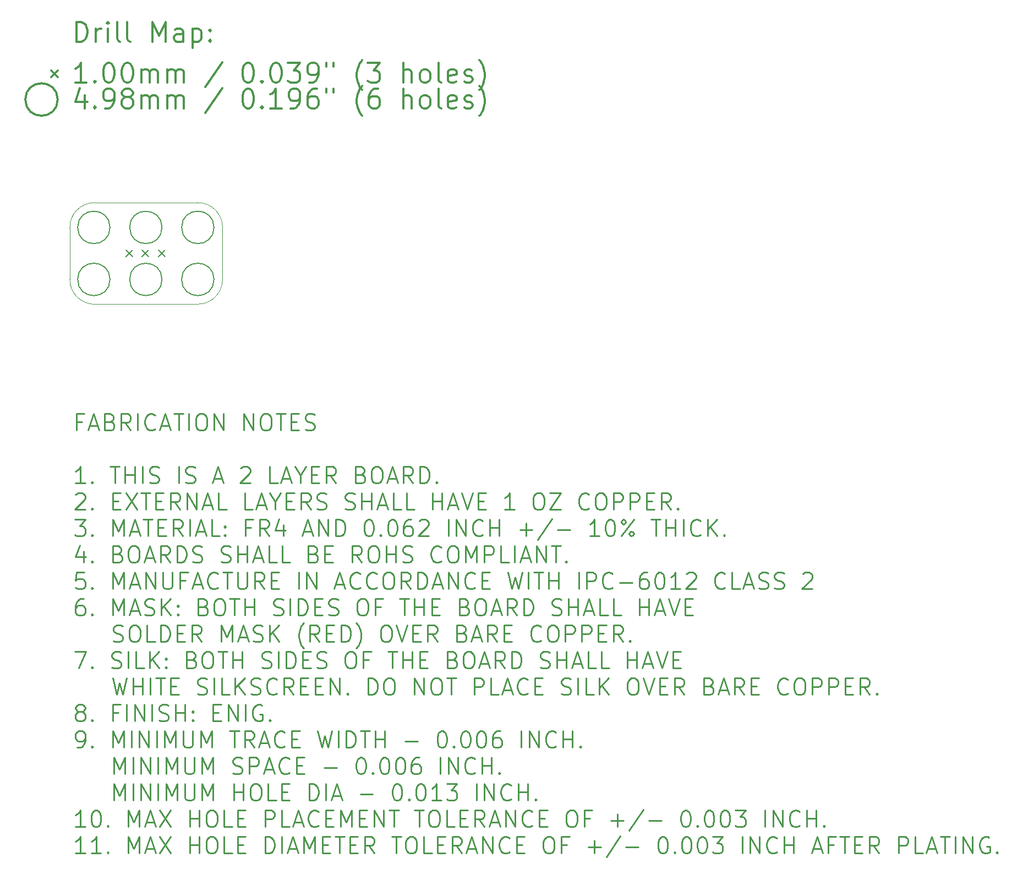
<source format=gbr>
G04 This is an RS-274x file exported by *
G04 gerbv version 2.6.0 *
G04 More information is available about gerbv at *
G04 http://gerbv.gpleda.org/ *
G04 --End of header info--*
%MOIN*%
%FSLAX34Y34*%
%IPPOS*%
G04 --Define apertures--*
%ADD10C,0.0079*%
%ADD11C,0.0118*%
%ADD12C,0.0016*%
%ADD13C,0.0100*%
G04 --Start main section--*
G54D10*
G01X0004133Y-014466D02*
G01X0004527Y-014860D01*
G01X0004527Y-014466D02*
G01X0004133Y-014860D01*
G01X0005118Y-014466D02*
G01X0005511Y-014860D01*
G01X0005511Y-014466D02*
G01X0005118Y-014860D01*
G01X0006102Y-014466D02*
G01X0006496Y-014860D01*
G01X0006496Y-014466D02*
G01X0006102Y-014860D01*
G01X0003169Y-013078D02*
G75*
G03X0003169Y-013078I-000980J0000000D01*
G01X0003169Y-016228D02*
G75*
G03X0003169Y-016228I-000980J0000000D01*
G01X0006319Y-013078D02*
G75*
G03X0006319Y-013078I-000980J0000000D01*
G01X0006319Y-016228D02*
G75*
G03X0006319Y-016228I-000980J0000000D01*
G01X0009468Y-013078D02*
G75*
G03X0009468Y-013078I-000980J0000000D01*
G01X0009468Y-016228D02*
G75*
G03X0009468Y-016228I-000980J0000000D01*
G54D11*
G01X0001128Y-001834D02*
G01X0001128Y-000652D01*
G01X0001128Y-000652D02*
G01X0001409Y-000652D01*
G01X0001409Y-000652D02*
G01X0001578Y-000709D01*
G01X0001578Y-000709D02*
G01X0001690Y-000821D01*
G01X0001690Y-000821D02*
G01X0001746Y-000934D01*
G01X0001746Y-000934D02*
G01X0001803Y-001159D01*
G01X0001803Y-001159D02*
G01X0001803Y-001327D01*
G01X0001803Y-001327D02*
G01X0001746Y-001552D01*
G01X0001746Y-001552D02*
G01X0001690Y-001665D01*
G01X0001690Y-001665D02*
G01X0001578Y-001777D01*
G01X0001578Y-001777D02*
G01X0001409Y-001834D01*
G01X0001409Y-001834D02*
G01X0001128Y-001834D01*
G01X0002309Y-001834D02*
G01X0002309Y-001046D01*
G01X0002309Y-001271D02*
G01X0002365Y-001159D01*
G01X0002365Y-001159D02*
G01X0002421Y-001102D01*
G01X0002421Y-001102D02*
G01X0002534Y-001046D01*
G01X0002534Y-001046D02*
G01X0002646Y-001046D01*
G01X0003040Y-001834D02*
G01X0003040Y-001046D01*
G01X0003040Y-000652D02*
G01X0002984Y-000709D01*
G01X0002984Y-000709D02*
G01X0003040Y-000765D01*
G01X0003040Y-000765D02*
G01X0003096Y-000709D01*
G01X0003096Y-000709D02*
G01X0003040Y-000652D01*
G01X0003040Y-000652D02*
G01X0003040Y-000765D01*
G01X0003771Y-001834D02*
G01X0003659Y-001777D01*
G01X0003659Y-001777D02*
G01X0003602Y-001665D01*
G01X0003602Y-001665D02*
G01X0003602Y-000652D01*
G01X0004390Y-001834D02*
G01X0004277Y-001777D01*
G01X0004277Y-001777D02*
G01X0004221Y-001665D01*
G01X0004221Y-001665D02*
G01X0004221Y-000652D01*
G01X0005740Y-001834D02*
G01X0005740Y-000652D01*
G01X0005740Y-000652D02*
G01X0006133Y-001496D01*
G01X0006133Y-001496D02*
G01X0006527Y-000652D01*
G01X0006527Y-000652D02*
G01X0006527Y-001834D01*
G01X0007596Y-001834D02*
G01X0007596Y-001215D01*
G01X0007596Y-001215D02*
G01X0007539Y-001102D01*
G01X0007539Y-001102D02*
G01X0007427Y-001046D01*
G01X0007427Y-001046D02*
G01X0007202Y-001046D01*
G01X0007202Y-001046D02*
G01X0007089Y-001102D01*
G01X0007596Y-001777D02*
G01X0007483Y-001834D01*
G01X0007483Y-001834D02*
G01X0007202Y-001834D01*
G01X0007202Y-001834D02*
G01X0007089Y-001777D01*
G01X0007089Y-001777D02*
G01X0007033Y-001665D01*
G01X0007033Y-001665D02*
G01X0007033Y-001552D01*
G01X0007033Y-001552D02*
G01X0007089Y-001440D01*
G01X0007089Y-001440D02*
G01X0007202Y-001384D01*
G01X0007202Y-001384D02*
G01X0007483Y-001384D01*
G01X0007483Y-001384D02*
G01X0007596Y-001327D01*
G01X0008158Y-001046D02*
G01X0008158Y-002227D01*
G01X0008158Y-001102D02*
G01X0008271Y-001046D01*
G01X0008271Y-001046D02*
G01X0008496Y-001046D01*
G01X0008496Y-001046D02*
G01X0008608Y-001102D01*
G01X0008608Y-001102D02*
G01X0008664Y-001159D01*
G01X0008664Y-001159D02*
G01X0008720Y-001271D01*
G01X0008720Y-001271D02*
G01X0008720Y-001609D01*
G01X0008720Y-001609D02*
G01X0008664Y-001721D01*
G01X0008664Y-001721D02*
G01X0008608Y-001777D01*
G01X0008608Y-001777D02*
G01X0008496Y-001834D01*
G01X0008496Y-001834D02*
G01X0008271Y-001834D01*
G01X0008271Y-001834D02*
G01X0008158Y-001777D01*
G01X0009227Y-001721D02*
G01X0009283Y-001777D01*
G01X0009283Y-001777D02*
G01X0009227Y-001834D01*
G01X0009227Y-001834D02*
G01X0009170Y-001777D01*
G01X0009170Y-001777D02*
G01X0009227Y-001721D01*
G01X0009227Y-001721D02*
G01X0009227Y-001834D01*
G01X0009227Y-001102D02*
G01X0009283Y-001159D01*
G01X0009283Y-001159D02*
G01X0009227Y-001215D01*
G01X0009227Y-001215D02*
G01X0009170Y-001159D01*
G01X0009170Y-001159D02*
G01X0009227Y-001102D01*
G01X0009227Y-001102D02*
G01X0009227Y-001215D01*
G01X-000394Y-003583D02*
G01X0000000Y-003976D01*
G01X0000000Y-003583D02*
G01X-000394Y-003976D01*
G01X0001746Y-004314D02*
G01X0001071Y-004314D01*
G01X0001409Y-004314D02*
G01X0001409Y-003133D01*
G01X0001409Y-003133D02*
G01X0001296Y-003301D01*
G01X0001296Y-003301D02*
G01X0001184Y-003414D01*
G01X0001184Y-003414D02*
G01X0001071Y-003470D01*
G01X0002253Y-004201D02*
G01X0002309Y-004258D01*
G01X0002309Y-004258D02*
G01X0002253Y-004314D01*
G01X0002253Y-004314D02*
G01X0002196Y-004258D01*
G01X0002196Y-004258D02*
G01X0002253Y-004201D01*
G01X0002253Y-004201D02*
G01X0002253Y-004314D01*
G01X0003040Y-003133D02*
G01X0003152Y-003133D01*
G01X0003152Y-003133D02*
G01X0003265Y-003189D01*
G01X0003265Y-003189D02*
G01X0003321Y-003245D01*
G01X0003321Y-003245D02*
G01X0003377Y-003358D01*
G01X0003377Y-003358D02*
G01X0003434Y-003583D01*
G01X0003434Y-003583D02*
G01X0003434Y-003864D01*
G01X0003434Y-003864D02*
G01X0003377Y-004089D01*
G01X0003377Y-004089D02*
G01X0003321Y-004201D01*
G01X0003321Y-004201D02*
G01X0003265Y-004258D01*
G01X0003265Y-004258D02*
G01X0003152Y-004314D01*
G01X0003152Y-004314D02*
G01X0003040Y-004314D01*
G01X0003040Y-004314D02*
G01X0002927Y-004258D01*
G01X0002927Y-004258D02*
G01X0002871Y-004201D01*
G01X0002871Y-004201D02*
G01X0002815Y-004089D01*
G01X0002815Y-004089D02*
G01X0002759Y-003864D01*
G01X0002759Y-003864D02*
G01X0002759Y-003583D01*
G01X0002759Y-003583D02*
G01X0002815Y-003358D01*
G01X0002815Y-003358D02*
G01X0002871Y-003245D01*
G01X0002871Y-003245D02*
G01X0002927Y-003189D01*
G01X0002927Y-003189D02*
G01X0003040Y-003133D01*
G01X0004165Y-003133D02*
G01X0004277Y-003133D01*
G01X0004277Y-003133D02*
G01X0004390Y-003189D01*
G01X0004390Y-003189D02*
G01X0004446Y-003245D01*
G01X0004446Y-003245D02*
G01X0004502Y-003358D01*
G01X0004502Y-003358D02*
G01X0004558Y-003583D01*
G01X0004558Y-003583D02*
G01X0004558Y-003864D01*
G01X0004558Y-003864D02*
G01X0004502Y-004089D01*
G01X0004502Y-004089D02*
G01X0004446Y-004201D01*
G01X0004446Y-004201D02*
G01X0004390Y-004258D01*
G01X0004390Y-004258D02*
G01X0004277Y-004314D01*
G01X0004277Y-004314D02*
G01X0004165Y-004314D01*
G01X0004165Y-004314D02*
G01X0004052Y-004258D01*
G01X0004052Y-004258D02*
G01X0003996Y-004201D01*
G01X0003996Y-004201D02*
G01X0003940Y-004089D01*
G01X0003940Y-004089D02*
G01X0003884Y-003864D01*
G01X0003884Y-003864D02*
G01X0003884Y-003583D01*
G01X0003884Y-003583D02*
G01X0003940Y-003358D01*
G01X0003940Y-003358D02*
G01X0003996Y-003245D01*
G01X0003996Y-003245D02*
G01X0004052Y-003189D01*
G01X0004052Y-003189D02*
G01X0004165Y-003133D01*
G01X0005065Y-004314D02*
G01X0005065Y-003526D01*
G01X0005065Y-003639D02*
G01X0005121Y-003583D01*
G01X0005121Y-003583D02*
G01X0005233Y-003526D01*
G01X0005233Y-003526D02*
G01X0005402Y-003526D01*
G01X0005402Y-003526D02*
G01X0005515Y-003583D01*
G01X0005515Y-003583D02*
G01X0005571Y-003695D01*
G01X0005571Y-003695D02*
G01X0005571Y-004314D01*
G01X0005571Y-003695D02*
G01X0005627Y-003583D01*
G01X0005627Y-003583D02*
G01X0005740Y-003526D01*
G01X0005740Y-003526D02*
G01X0005908Y-003526D01*
G01X0005908Y-003526D02*
G01X0006021Y-003583D01*
G01X0006021Y-003583D02*
G01X0006077Y-003695D01*
G01X0006077Y-003695D02*
G01X0006077Y-004314D01*
G01X0006639Y-004314D02*
G01X0006639Y-003526D01*
G01X0006639Y-003639D02*
G01X0006696Y-003583D01*
G01X0006696Y-003583D02*
G01X0006808Y-003526D01*
G01X0006808Y-003526D02*
G01X0006977Y-003526D01*
G01X0006977Y-003526D02*
G01X0007089Y-003583D01*
G01X0007089Y-003583D02*
G01X0007146Y-003695D01*
G01X0007146Y-003695D02*
G01X0007146Y-004314D01*
G01X0007146Y-003695D02*
G01X0007202Y-003583D01*
G01X0007202Y-003583D02*
G01X0007314Y-003526D01*
G01X0007314Y-003526D02*
G01X0007483Y-003526D01*
G01X0007483Y-003526D02*
G01X0007596Y-003583D01*
G01X0007596Y-003583D02*
G01X0007652Y-003695D01*
G01X0007652Y-003695D02*
G01X0007652Y-004314D01*
G01X0009958Y-003076D02*
G01X0008945Y-004595D01*
G01X0011476Y-003133D02*
G01X0011589Y-003133D01*
G01X0011589Y-003133D02*
G01X0011701Y-003189D01*
G01X0011701Y-003189D02*
G01X0011758Y-003245D01*
G01X0011758Y-003245D02*
G01X0011814Y-003358D01*
G01X0011814Y-003358D02*
G01X0011870Y-003583D01*
G01X0011870Y-003583D02*
G01X0011870Y-003864D01*
G01X0011870Y-003864D02*
G01X0011814Y-004089D01*
G01X0011814Y-004089D02*
G01X0011758Y-004201D01*
G01X0011758Y-004201D02*
G01X0011701Y-004258D01*
G01X0011701Y-004258D02*
G01X0011589Y-004314D01*
G01X0011589Y-004314D02*
G01X0011476Y-004314D01*
G01X0011476Y-004314D02*
G01X0011364Y-004258D01*
G01X0011364Y-004258D02*
G01X0011308Y-004201D01*
G01X0011308Y-004201D02*
G01X0011251Y-004089D01*
G01X0011251Y-004089D02*
G01X0011195Y-003864D01*
G01X0011195Y-003864D02*
G01X0011195Y-003583D01*
G01X0011195Y-003583D02*
G01X0011251Y-003358D01*
G01X0011251Y-003358D02*
G01X0011308Y-003245D01*
G01X0011308Y-003245D02*
G01X0011364Y-003189D01*
G01X0011364Y-003189D02*
G01X0011476Y-003133D01*
G01X0012376Y-004201D02*
G01X0012433Y-004258D01*
G01X0012433Y-004258D02*
G01X0012376Y-004314D01*
G01X0012376Y-004314D02*
G01X0012320Y-004258D01*
G01X0012320Y-004258D02*
G01X0012376Y-004201D01*
G01X0012376Y-004201D02*
G01X0012376Y-004314D01*
G01X0013164Y-003133D02*
G01X0013276Y-003133D01*
G01X0013276Y-003133D02*
G01X0013389Y-003189D01*
G01X0013389Y-003189D02*
G01X0013445Y-003245D01*
G01X0013445Y-003245D02*
G01X0013501Y-003358D01*
G01X0013501Y-003358D02*
G01X0013557Y-003583D01*
G01X0013557Y-003583D02*
G01X0013557Y-003864D01*
G01X0013557Y-003864D02*
G01X0013501Y-004089D01*
G01X0013501Y-004089D02*
G01X0013445Y-004201D01*
G01X0013445Y-004201D02*
G01X0013389Y-004258D01*
G01X0013389Y-004258D02*
G01X0013276Y-004314D01*
G01X0013276Y-004314D02*
G01X0013164Y-004314D01*
G01X0013164Y-004314D02*
G01X0013051Y-004258D01*
G01X0013051Y-004258D02*
G01X0012995Y-004201D01*
G01X0012995Y-004201D02*
G01X0012939Y-004089D01*
G01X0012939Y-004089D02*
G01X0012882Y-003864D01*
G01X0012882Y-003864D02*
G01X0012882Y-003583D01*
G01X0012882Y-003583D02*
G01X0012939Y-003358D01*
G01X0012939Y-003358D02*
G01X0012995Y-003245D01*
G01X0012995Y-003245D02*
G01X0013051Y-003189D01*
G01X0013051Y-003189D02*
G01X0013164Y-003133D01*
G01X0013951Y-003133D02*
G01X0014682Y-003133D01*
G01X0014682Y-003133D02*
G01X0014289Y-003583D01*
G01X0014289Y-003583D02*
G01X0014457Y-003583D01*
G01X0014457Y-003583D02*
G01X0014570Y-003639D01*
G01X0014570Y-003639D02*
G01X0014626Y-003695D01*
G01X0014626Y-003695D02*
G01X0014682Y-003808D01*
G01X0014682Y-003808D02*
G01X0014682Y-004089D01*
G01X0014682Y-004089D02*
G01X0014626Y-004201D01*
G01X0014626Y-004201D02*
G01X0014570Y-004258D01*
G01X0014570Y-004258D02*
G01X0014457Y-004314D01*
G01X0014457Y-004314D02*
G01X0014120Y-004314D01*
G01X0014120Y-004314D02*
G01X0014007Y-004258D01*
G01X0014007Y-004258D02*
G01X0013951Y-004201D01*
G01X0015245Y-004314D02*
G01X0015470Y-004314D01*
G01X0015470Y-004314D02*
G01X0015582Y-004258D01*
G01X0015582Y-004258D02*
G01X0015638Y-004201D01*
G01X0015638Y-004201D02*
G01X0015751Y-004033D01*
G01X0015751Y-004033D02*
G01X0015807Y-003808D01*
G01X0015807Y-003808D02*
G01X0015807Y-003358D01*
G01X0015807Y-003358D02*
G01X0015751Y-003245D01*
G01X0015751Y-003245D02*
G01X0015695Y-003189D01*
G01X0015695Y-003189D02*
G01X0015582Y-003133D01*
G01X0015582Y-003133D02*
G01X0015357Y-003133D01*
G01X0015357Y-003133D02*
G01X0015245Y-003189D01*
G01X0015245Y-003189D02*
G01X0015188Y-003245D01*
G01X0015188Y-003245D02*
G01X0015132Y-003358D01*
G01X0015132Y-003358D02*
G01X0015132Y-003639D01*
G01X0015132Y-003639D02*
G01X0015188Y-003751D01*
G01X0015188Y-003751D02*
G01X0015245Y-003808D01*
G01X0015245Y-003808D02*
G01X0015357Y-003864D01*
G01X0015357Y-003864D02*
G01X0015582Y-003864D01*
G01X0015582Y-003864D02*
G01X0015695Y-003808D01*
G01X0015695Y-003808D02*
G01X0015751Y-003751D01*
G01X0015751Y-003751D02*
G01X0015807Y-003639D01*
G01X0016257Y-003133D02*
G01X0016257Y-003358D01*
G01X0016707Y-003133D02*
G01X0016707Y-003358D01*
G01X0018451Y-004764D02*
G01X0018394Y-004708D01*
G01X0018394Y-004708D02*
G01X0018282Y-004539D01*
G01X0018282Y-004539D02*
G01X0018226Y-004426D01*
G01X0018226Y-004426D02*
G01X0018169Y-004258D01*
G01X0018169Y-004258D02*
G01X0018113Y-003976D01*
G01X0018113Y-003976D02*
G01X0018113Y-003751D01*
G01X0018113Y-003751D02*
G01X0018169Y-003470D01*
G01X0018169Y-003470D02*
G01X0018226Y-003301D01*
G01X0018226Y-003301D02*
G01X0018282Y-003189D01*
G01X0018282Y-003189D02*
G01X0018394Y-003020D01*
G01X0018394Y-003020D02*
G01X0018451Y-002964D01*
G01X0018788Y-003133D02*
G01X0019519Y-003133D01*
G01X0019519Y-003133D02*
G01X0019125Y-003583D01*
G01X0019125Y-003583D02*
G01X0019294Y-003583D01*
G01X0019294Y-003583D02*
G01X0019407Y-003639D01*
G01X0019407Y-003639D02*
G01X0019463Y-003695D01*
G01X0019463Y-003695D02*
G01X0019519Y-003808D01*
G01X0019519Y-003808D02*
G01X0019519Y-004089D01*
G01X0019519Y-004089D02*
G01X0019463Y-004201D01*
G01X0019463Y-004201D02*
G01X0019407Y-004258D01*
G01X0019407Y-004258D02*
G01X0019294Y-004314D01*
G01X0019294Y-004314D02*
G01X0018957Y-004314D01*
G01X0018957Y-004314D02*
G01X0018844Y-004258D01*
G01X0018844Y-004258D02*
G01X0018788Y-004201D01*
G01X0020925Y-004314D02*
G01X0020925Y-003133D01*
G01X0021431Y-004314D02*
G01X0021431Y-003695D01*
G01X0021431Y-003695D02*
G01X0021375Y-003583D01*
G01X0021375Y-003583D02*
G01X0021263Y-003526D01*
G01X0021263Y-003526D02*
G01X0021094Y-003526D01*
G01X0021094Y-003526D02*
G01X0020981Y-003583D01*
G01X0020981Y-003583D02*
G01X0020925Y-003639D01*
G01X0022163Y-004314D02*
G01X0022050Y-004258D01*
G01X0022050Y-004258D02*
G01X0021994Y-004201D01*
G01X0021994Y-004201D02*
G01X0021938Y-004089D01*
G01X0021938Y-004089D02*
G01X0021938Y-003751D01*
G01X0021938Y-003751D02*
G01X0021994Y-003639D01*
G01X0021994Y-003639D02*
G01X0022050Y-003583D01*
G01X0022050Y-003583D02*
G01X0022163Y-003526D01*
G01X0022163Y-003526D02*
G01X0022331Y-003526D01*
G01X0022331Y-003526D02*
G01X0022444Y-003583D01*
G01X0022444Y-003583D02*
G01X0022500Y-003639D01*
G01X0022500Y-003639D02*
G01X0022556Y-003751D01*
G01X0022556Y-003751D02*
G01X0022556Y-004089D01*
G01X0022556Y-004089D02*
G01X0022500Y-004201D01*
G01X0022500Y-004201D02*
G01X0022444Y-004258D01*
G01X0022444Y-004258D02*
G01X0022331Y-004314D01*
G01X0022331Y-004314D02*
G01X0022163Y-004314D01*
G01X0023231Y-004314D02*
G01X0023119Y-004258D01*
G01X0023119Y-004258D02*
G01X0023062Y-004145D01*
G01X0023062Y-004145D02*
G01X0023062Y-003133D01*
G01X0024131Y-004258D02*
G01X0024019Y-004314D01*
G01X0024019Y-004314D02*
G01X0023794Y-004314D01*
G01X0023794Y-004314D02*
G01X0023681Y-004258D01*
G01X0023681Y-004258D02*
G01X0023625Y-004145D01*
G01X0023625Y-004145D02*
G01X0023625Y-003695D01*
G01X0023625Y-003695D02*
G01X0023681Y-003583D01*
G01X0023681Y-003583D02*
G01X0023794Y-003526D01*
G01X0023794Y-003526D02*
G01X0024019Y-003526D01*
G01X0024019Y-003526D02*
G01X0024131Y-003583D01*
G01X0024131Y-003583D02*
G01X0024187Y-003695D01*
G01X0024187Y-003695D02*
G01X0024187Y-003808D01*
G01X0024187Y-003808D02*
G01X0023625Y-003920D01*
G01X0024637Y-004258D02*
G01X0024750Y-004314D01*
G01X0024750Y-004314D02*
G01X0024975Y-004314D01*
G01X0024975Y-004314D02*
G01X0025087Y-004258D01*
G01X0025087Y-004258D02*
G01X0025143Y-004145D01*
G01X0025143Y-004145D02*
G01X0025143Y-004089D01*
G01X0025143Y-004089D02*
G01X0025087Y-003976D01*
G01X0025087Y-003976D02*
G01X0024975Y-003920D01*
G01X0024975Y-003920D02*
G01X0024806Y-003920D01*
G01X0024806Y-003920D02*
G01X0024693Y-003864D01*
G01X0024693Y-003864D02*
G01X0024637Y-003751D01*
G01X0024637Y-003751D02*
G01X0024637Y-003695D01*
G01X0024637Y-003695D02*
G01X0024693Y-003583D01*
G01X0024693Y-003583D02*
G01X0024806Y-003526D01*
G01X0024806Y-003526D02*
G01X0024975Y-003526D01*
G01X0024975Y-003526D02*
G01X0025087Y-003583D01*
G01X0025537Y-004764D02*
G01X0025593Y-004708D01*
G01X0025593Y-004708D02*
G01X0025706Y-004539D01*
G01X0025706Y-004539D02*
G01X0025762Y-004426D01*
G01X0025762Y-004426D02*
G01X0025818Y-004258D01*
G01X0025818Y-004258D02*
G01X0025875Y-003976D01*
G01X0025875Y-003976D02*
G01X0025875Y-003751D01*
G01X0025875Y-003751D02*
G01X0025818Y-003470D01*
G01X0025818Y-003470D02*
G01X0025762Y-003301D01*
G01X0025762Y-003301D02*
G01X0025706Y-003189D01*
G01X0025706Y-003189D02*
G01X0025593Y-003020D01*
G01X0025593Y-003020D02*
G01X0025537Y-002964D01*
G01X0000000Y-005339D02*
G75*
G03X0000000Y-005339I-000980J0000000D01*
G01X0001634Y-005085D02*
G01X0001634Y-005873D01*
G01X0001353Y-004636D02*
G01X0001071Y-005479D01*
G01X0001071Y-005479D02*
G01X0001803Y-005479D01*
G01X0002253Y-005760D02*
G01X0002309Y-005817D01*
G01X0002309Y-005817D02*
G01X0002253Y-005873D01*
G01X0002253Y-005873D02*
G01X0002196Y-005817D01*
G01X0002196Y-005817D02*
G01X0002253Y-005760D01*
G01X0002253Y-005760D02*
G01X0002253Y-005873D01*
G01X0002871Y-005873D02*
G01X0003096Y-005873D01*
G01X0003096Y-005873D02*
G01X0003209Y-005817D01*
G01X0003209Y-005817D02*
G01X0003265Y-005760D01*
G01X0003265Y-005760D02*
G01X0003377Y-005592D01*
G01X0003377Y-005592D02*
G01X0003434Y-005367D01*
G01X0003434Y-005367D02*
G01X0003434Y-004917D01*
G01X0003434Y-004917D02*
G01X0003377Y-004804D01*
G01X0003377Y-004804D02*
G01X0003321Y-004748D01*
G01X0003321Y-004748D02*
G01X0003209Y-004692D01*
G01X0003209Y-004692D02*
G01X0002984Y-004692D01*
G01X0002984Y-004692D02*
G01X0002871Y-004748D01*
G01X0002871Y-004748D02*
G01X0002815Y-004804D01*
G01X0002815Y-004804D02*
G01X0002759Y-004917D01*
G01X0002759Y-004917D02*
G01X0002759Y-005198D01*
G01X0002759Y-005198D02*
G01X0002815Y-005310D01*
G01X0002815Y-005310D02*
G01X0002871Y-005367D01*
G01X0002871Y-005367D02*
G01X0002984Y-005423D01*
G01X0002984Y-005423D02*
G01X0003209Y-005423D01*
G01X0003209Y-005423D02*
G01X0003321Y-005367D01*
G01X0003321Y-005367D02*
G01X0003377Y-005310D01*
G01X0003377Y-005310D02*
G01X0003434Y-005198D01*
G01X0004109Y-005198D02*
G01X0003996Y-005142D01*
G01X0003996Y-005142D02*
G01X0003940Y-005085D01*
G01X0003940Y-005085D02*
G01X0003884Y-004973D01*
G01X0003884Y-004973D02*
G01X0003884Y-004917D01*
G01X0003884Y-004917D02*
G01X0003940Y-004804D01*
G01X0003940Y-004804D02*
G01X0003996Y-004748D01*
G01X0003996Y-004748D02*
G01X0004109Y-004692D01*
G01X0004109Y-004692D02*
G01X0004334Y-004692D01*
G01X0004334Y-004692D02*
G01X0004446Y-004748D01*
G01X0004446Y-004748D02*
G01X0004502Y-004804D01*
G01X0004502Y-004804D02*
G01X0004558Y-004917D01*
G01X0004558Y-004917D02*
G01X0004558Y-004973D01*
G01X0004558Y-004973D02*
G01X0004502Y-005085D01*
G01X0004502Y-005085D02*
G01X0004446Y-005142D01*
G01X0004446Y-005142D02*
G01X0004334Y-005198D01*
G01X0004334Y-005198D02*
G01X0004109Y-005198D01*
G01X0004109Y-005198D02*
G01X0003996Y-005254D01*
G01X0003996Y-005254D02*
G01X0003940Y-005310D01*
G01X0003940Y-005310D02*
G01X0003884Y-005423D01*
G01X0003884Y-005423D02*
G01X0003884Y-005648D01*
G01X0003884Y-005648D02*
G01X0003940Y-005760D01*
G01X0003940Y-005760D02*
G01X0003996Y-005817D01*
G01X0003996Y-005817D02*
G01X0004109Y-005873D01*
G01X0004109Y-005873D02*
G01X0004334Y-005873D01*
G01X0004334Y-005873D02*
G01X0004446Y-005817D01*
G01X0004446Y-005817D02*
G01X0004502Y-005760D01*
G01X0004502Y-005760D02*
G01X0004558Y-005648D01*
G01X0004558Y-005648D02*
G01X0004558Y-005423D01*
G01X0004558Y-005423D02*
G01X0004502Y-005310D01*
G01X0004502Y-005310D02*
G01X0004446Y-005254D01*
G01X0004446Y-005254D02*
G01X0004334Y-005198D01*
G01X0005065Y-005873D02*
G01X0005065Y-005085D01*
G01X0005065Y-005198D02*
G01X0005121Y-005142D01*
G01X0005121Y-005142D02*
G01X0005233Y-005085D01*
G01X0005233Y-005085D02*
G01X0005402Y-005085D01*
G01X0005402Y-005085D02*
G01X0005515Y-005142D01*
G01X0005515Y-005142D02*
G01X0005571Y-005254D01*
G01X0005571Y-005254D02*
G01X0005571Y-005873D01*
G01X0005571Y-005254D02*
G01X0005627Y-005142D01*
G01X0005627Y-005142D02*
G01X0005740Y-005085D01*
G01X0005740Y-005085D02*
G01X0005908Y-005085D01*
G01X0005908Y-005085D02*
G01X0006021Y-005142D01*
G01X0006021Y-005142D02*
G01X0006077Y-005254D01*
G01X0006077Y-005254D02*
G01X0006077Y-005873D01*
G01X0006639Y-005873D02*
G01X0006639Y-005085D01*
G01X0006639Y-005198D02*
G01X0006696Y-005142D01*
G01X0006696Y-005142D02*
G01X0006808Y-005085D01*
G01X0006808Y-005085D02*
G01X0006977Y-005085D01*
G01X0006977Y-005085D02*
G01X0007089Y-005142D01*
G01X0007089Y-005142D02*
G01X0007146Y-005254D01*
G01X0007146Y-005254D02*
G01X0007146Y-005873D01*
G01X0007146Y-005254D02*
G01X0007202Y-005142D01*
G01X0007202Y-005142D02*
G01X0007314Y-005085D01*
G01X0007314Y-005085D02*
G01X0007483Y-005085D01*
G01X0007483Y-005085D02*
G01X0007596Y-005142D01*
G01X0007596Y-005142D02*
G01X0007652Y-005254D01*
G01X0007652Y-005254D02*
G01X0007652Y-005873D01*
G01X0009958Y-004636D02*
G01X0008945Y-006154D01*
G01X0011476Y-004692D02*
G01X0011589Y-004692D01*
G01X0011589Y-004692D02*
G01X0011701Y-004748D01*
G01X0011701Y-004748D02*
G01X0011758Y-004804D01*
G01X0011758Y-004804D02*
G01X0011814Y-004917D01*
G01X0011814Y-004917D02*
G01X0011870Y-005142D01*
G01X0011870Y-005142D02*
G01X0011870Y-005423D01*
G01X0011870Y-005423D02*
G01X0011814Y-005648D01*
G01X0011814Y-005648D02*
G01X0011758Y-005760D01*
G01X0011758Y-005760D02*
G01X0011701Y-005817D01*
G01X0011701Y-005817D02*
G01X0011589Y-005873D01*
G01X0011589Y-005873D02*
G01X0011476Y-005873D01*
G01X0011476Y-005873D02*
G01X0011364Y-005817D01*
G01X0011364Y-005817D02*
G01X0011308Y-005760D01*
G01X0011308Y-005760D02*
G01X0011251Y-005648D01*
G01X0011251Y-005648D02*
G01X0011195Y-005423D01*
G01X0011195Y-005423D02*
G01X0011195Y-005142D01*
G01X0011195Y-005142D02*
G01X0011251Y-004917D01*
G01X0011251Y-004917D02*
G01X0011308Y-004804D01*
G01X0011308Y-004804D02*
G01X0011364Y-004748D01*
G01X0011364Y-004748D02*
G01X0011476Y-004692D01*
G01X0012376Y-005760D02*
G01X0012433Y-005817D01*
G01X0012433Y-005817D02*
G01X0012376Y-005873D01*
G01X0012376Y-005873D02*
G01X0012320Y-005817D01*
G01X0012320Y-005817D02*
G01X0012376Y-005760D01*
G01X0012376Y-005760D02*
G01X0012376Y-005873D01*
G01X0013557Y-005873D02*
G01X0012882Y-005873D01*
G01X0013220Y-005873D02*
G01X0013220Y-004692D01*
G01X0013220Y-004692D02*
G01X0013107Y-004861D01*
G01X0013107Y-004861D02*
G01X0012995Y-004973D01*
G01X0012995Y-004973D02*
G01X0012882Y-005029D01*
G01X0014120Y-005873D02*
G01X0014345Y-005873D01*
G01X0014345Y-005873D02*
G01X0014457Y-005817D01*
G01X0014457Y-005817D02*
G01X0014513Y-005760D01*
G01X0014513Y-005760D02*
G01X0014626Y-005592D01*
G01X0014626Y-005592D02*
G01X0014682Y-005367D01*
G01X0014682Y-005367D02*
G01X0014682Y-004917D01*
G01X0014682Y-004917D02*
G01X0014626Y-004804D01*
G01X0014626Y-004804D02*
G01X0014570Y-004748D01*
G01X0014570Y-004748D02*
G01X0014457Y-004692D01*
G01X0014457Y-004692D02*
G01X0014232Y-004692D01*
G01X0014232Y-004692D02*
G01X0014120Y-004748D01*
G01X0014120Y-004748D02*
G01X0014064Y-004804D01*
G01X0014064Y-004804D02*
G01X0014007Y-004917D01*
G01X0014007Y-004917D02*
G01X0014007Y-005198D01*
G01X0014007Y-005198D02*
G01X0014064Y-005310D01*
G01X0014064Y-005310D02*
G01X0014120Y-005367D01*
G01X0014120Y-005367D02*
G01X0014232Y-005423D01*
G01X0014232Y-005423D02*
G01X0014457Y-005423D01*
G01X0014457Y-005423D02*
G01X0014570Y-005367D01*
G01X0014570Y-005367D02*
G01X0014626Y-005310D01*
G01X0014626Y-005310D02*
G01X0014682Y-005198D01*
G01X0015695Y-004692D02*
G01X0015470Y-004692D01*
G01X0015470Y-004692D02*
G01X0015357Y-004748D01*
G01X0015357Y-004748D02*
G01X0015301Y-004804D01*
G01X0015301Y-004804D02*
G01X0015188Y-004973D01*
G01X0015188Y-004973D02*
G01X0015132Y-005198D01*
G01X0015132Y-005198D02*
G01X0015132Y-005648D01*
G01X0015132Y-005648D02*
G01X0015188Y-005760D01*
G01X0015188Y-005760D02*
G01X0015245Y-005817D01*
G01X0015245Y-005817D02*
G01X0015357Y-005873D01*
G01X0015357Y-005873D02*
G01X0015582Y-005873D01*
G01X0015582Y-005873D02*
G01X0015695Y-005817D01*
G01X0015695Y-005817D02*
G01X0015751Y-005760D01*
G01X0015751Y-005760D02*
G01X0015807Y-005648D01*
G01X0015807Y-005648D02*
G01X0015807Y-005367D01*
G01X0015807Y-005367D02*
G01X0015751Y-005254D01*
G01X0015751Y-005254D02*
G01X0015695Y-005198D01*
G01X0015695Y-005198D02*
G01X0015582Y-005142D01*
G01X0015582Y-005142D02*
G01X0015357Y-005142D01*
G01X0015357Y-005142D02*
G01X0015245Y-005198D01*
G01X0015245Y-005198D02*
G01X0015188Y-005254D01*
G01X0015188Y-005254D02*
G01X0015132Y-005367D01*
G01X0016257Y-004692D02*
G01X0016257Y-004917D01*
G01X0016707Y-004692D02*
G01X0016707Y-004917D01*
G01X0018451Y-006323D02*
G01X0018394Y-006267D01*
G01X0018394Y-006267D02*
G01X0018282Y-006098D01*
G01X0018282Y-006098D02*
G01X0018226Y-005985D01*
G01X0018226Y-005985D02*
G01X0018169Y-005817D01*
G01X0018169Y-005817D02*
G01X0018113Y-005535D01*
G01X0018113Y-005535D02*
G01X0018113Y-005310D01*
G01X0018113Y-005310D02*
G01X0018169Y-005029D01*
G01X0018169Y-005029D02*
G01X0018226Y-004861D01*
G01X0018226Y-004861D02*
G01X0018282Y-004748D01*
G01X0018282Y-004748D02*
G01X0018394Y-004579D01*
G01X0018394Y-004579D02*
G01X0018451Y-004523D01*
G01X0019407Y-004692D02*
G01X0019182Y-004692D01*
G01X0019182Y-004692D02*
G01X0019069Y-004748D01*
G01X0019069Y-004748D02*
G01X0019013Y-004804D01*
G01X0019013Y-004804D02*
G01X0018900Y-004973D01*
G01X0018900Y-004973D02*
G01X0018844Y-005198D01*
G01X0018844Y-005198D02*
G01X0018844Y-005648D01*
G01X0018844Y-005648D02*
G01X0018900Y-005760D01*
G01X0018900Y-005760D02*
G01X0018957Y-005817D01*
G01X0018957Y-005817D02*
G01X0019069Y-005873D01*
G01X0019069Y-005873D02*
G01X0019294Y-005873D01*
G01X0019294Y-005873D02*
G01X0019407Y-005817D01*
G01X0019407Y-005817D02*
G01X0019463Y-005760D01*
G01X0019463Y-005760D02*
G01X0019519Y-005648D01*
G01X0019519Y-005648D02*
G01X0019519Y-005367D01*
G01X0019519Y-005367D02*
G01X0019463Y-005254D01*
G01X0019463Y-005254D02*
G01X0019407Y-005198D01*
G01X0019407Y-005198D02*
G01X0019294Y-005142D01*
G01X0019294Y-005142D02*
G01X0019069Y-005142D01*
G01X0019069Y-005142D02*
G01X0018957Y-005198D01*
G01X0018957Y-005198D02*
G01X0018900Y-005254D01*
G01X0018900Y-005254D02*
G01X0018844Y-005367D01*
G01X0020925Y-005873D02*
G01X0020925Y-004692D01*
G01X0021431Y-005873D02*
G01X0021431Y-005254D01*
G01X0021431Y-005254D02*
G01X0021375Y-005142D01*
G01X0021375Y-005142D02*
G01X0021263Y-005085D01*
G01X0021263Y-005085D02*
G01X0021094Y-005085D01*
G01X0021094Y-005085D02*
G01X0020981Y-005142D01*
G01X0020981Y-005142D02*
G01X0020925Y-005198D01*
G01X0022163Y-005873D02*
G01X0022050Y-005817D01*
G01X0022050Y-005817D02*
G01X0021994Y-005760D01*
G01X0021994Y-005760D02*
G01X0021938Y-005648D01*
G01X0021938Y-005648D02*
G01X0021938Y-005310D01*
G01X0021938Y-005310D02*
G01X0021994Y-005198D01*
G01X0021994Y-005198D02*
G01X0022050Y-005142D01*
G01X0022050Y-005142D02*
G01X0022163Y-005085D01*
G01X0022163Y-005085D02*
G01X0022331Y-005085D01*
G01X0022331Y-005085D02*
G01X0022444Y-005142D01*
G01X0022444Y-005142D02*
G01X0022500Y-005198D01*
G01X0022500Y-005198D02*
G01X0022556Y-005310D01*
G01X0022556Y-005310D02*
G01X0022556Y-005648D01*
G01X0022556Y-005648D02*
G01X0022500Y-005760D01*
G01X0022500Y-005760D02*
G01X0022444Y-005817D01*
G01X0022444Y-005817D02*
G01X0022331Y-005873D01*
G01X0022331Y-005873D02*
G01X0022163Y-005873D01*
G01X0023231Y-005873D02*
G01X0023119Y-005817D01*
G01X0023119Y-005817D02*
G01X0023062Y-005704D01*
G01X0023062Y-005704D02*
G01X0023062Y-004692D01*
G01X0024131Y-005817D02*
G01X0024019Y-005873D01*
G01X0024019Y-005873D02*
G01X0023794Y-005873D01*
G01X0023794Y-005873D02*
G01X0023681Y-005817D01*
G01X0023681Y-005817D02*
G01X0023625Y-005704D01*
G01X0023625Y-005704D02*
G01X0023625Y-005254D01*
G01X0023625Y-005254D02*
G01X0023681Y-005142D01*
G01X0023681Y-005142D02*
G01X0023794Y-005085D01*
G01X0023794Y-005085D02*
G01X0024019Y-005085D01*
G01X0024019Y-005085D02*
G01X0024131Y-005142D01*
G01X0024131Y-005142D02*
G01X0024187Y-005254D01*
G01X0024187Y-005254D02*
G01X0024187Y-005367D01*
G01X0024187Y-005367D02*
G01X0023625Y-005479D01*
G01X0024637Y-005817D02*
G01X0024750Y-005873D01*
G01X0024750Y-005873D02*
G01X0024975Y-005873D01*
G01X0024975Y-005873D02*
G01X0025087Y-005817D01*
G01X0025087Y-005817D02*
G01X0025143Y-005704D01*
G01X0025143Y-005704D02*
G01X0025143Y-005648D01*
G01X0025143Y-005648D02*
G01X0025087Y-005535D01*
G01X0025087Y-005535D02*
G01X0024975Y-005479D01*
G01X0024975Y-005479D02*
G01X0024806Y-005479D01*
G01X0024806Y-005479D02*
G01X0024693Y-005423D01*
G01X0024693Y-005423D02*
G01X0024637Y-005310D01*
G01X0024637Y-005310D02*
G01X0024637Y-005254D01*
G01X0024637Y-005254D02*
G01X0024693Y-005142D01*
G01X0024693Y-005142D02*
G01X0024806Y-005085D01*
G01X0024806Y-005085D02*
G01X0024975Y-005085D01*
G01X0024975Y-005085D02*
G01X0025087Y-005142D01*
G01X0025537Y-006323D02*
G01X0025593Y-006267D01*
G01X0025593Y-006267D02*
G01X0025706Y-006098D01*
G01X0025706Y-006098D02*
G01X0025762Y-005985D01*
G01X0025762Y-005985D02*
G01X0025818Y-005817D01*
G01X0025818Y-005817D02*
G01X0025875Y-005535D01*
G01X0025875Y-005535D02*
G01X0025875Y-005310D01*
G01X0025875Y-005310D02*
G01X0025818Y-005029D01*
G01X0025818Y-005029D02*
G01X0025762Y-004861D01*
G01X0025762Y-004861D02*
G01X0025706Y-004748D01*
G01X0025706Y-004748D02*
G01X0025593Y-004579D01*
G01X0025593Y-004579D02*
G01X0025537Y-004523D01*
G01X0000000Y0000000D02*
G54D12*
G01X0000732Y-013078D02*
G01X0000732Y-016228D01*
G01X0008488Y-017724D02*
G01X0002307Y-017724D01*
G01X0008488Y-011582D02*
G01X0002189Y-011582D01*
G01X0009984Y-013078D02*
G01X0009984Y-016228D01*
G01X0009984Y-013078D02*
G75*
G03X0008448Y-011582I-001497J0000000D01*
G01X0008488Y-017725D02*
G75*
G03X0009984Y-016189I0000000J0001497D01*
G01X0000732Y-016228D02*
G75*
G03X0002351Y-017724I0001501J0000000D01*
G01X0002189Y-011582D02*
G75*
G03X0000735Y-013118I0000042J-001496D01*
G01X0000000Y0000000D02*
G54D13*
G01X0001468Y-024839D02*
G01X0001135Y-024839D01*
G01X0001135Y-025362D02*
G01X0001135Y-024362D01*
G01X0001135Y-024362D02*
G01X0001611Y-024362D01*
G01X0001945Y-025077D02*
G01X0002421Y-025077D01*
G01X0001849Y-025362D02*
G01X0002183Y-024362D01*
G01X0002183Y-024362D02*
G01X0002516Y-025362D01*
G01X0003183Y-024839D02*
G01X0003326Y-024886D01*
G01X0003326Y-024886D02*
G01X0003373Y-024934D01*
G01X0003373Y-024934D02*
G01X0003421Y-025029D01*
G01X0003421Y-025029D02*
G01X0003421Y-025172D01*
G01X0003421Y-025172D02*
G01X0003373Y-025267D01*
G01X0003373Y-025267D02*
G01X0003326Y-025315D01*
G01X0003326Y-025315D02*
G01X0003230Y-025362D01*
G01X0003230Y-025362D02*
G01X0002849Y-025362D01*
G01X0002849Y-025362D02*
G01X0002849Y-024362D01*
G01X0002849Y-024362D02*
G01X0003183Y-024362D01*
G01X0003183Y-024362D02*
G01X0003278Y-024410D01*
G01X0003278Y-024410D02*
G01X0003326Y-024458D01*
G01X0003326Y-024458D02*
G01X0003373Y-024553D01*
G01X0003373Y-024553D02*
G01X0003373Y-024648D01*
G01X0003373Y-024648D02*
G01X0003326Y-024743D01*
G01X0003326Y-024743D02*
G01X0003278Y-024791D01*
G01X0003278Y-024791D02*
G01X0003183Y-024839D01*
G01X0003183Y-024839D02*
G01X0002849Y-024839D01*
G01X0004421Y-025362D02*
G01X0004087Y-024886D01*
G01X0003849Y-025362D02*
G01X0003849Y-024362D01*
G01X0003849Y-024362D02*
G01X0004230Y-024362D01*
G01X0004230Y-024362D02*
G01X0004326Y-024410D01*
G01X0004326Y-024410D02*
G01X0004373Y-024458D01*
G01X0004373Y-024458D02*
G01X0004421Y-024553D01*
G01X0004421Y-024553D02*
G01X0004421Y-024696D01*
G01X0004421Y-024696D02*
G01X0004373Y-024791D01*
G01X0004373Y-024791D02*
G01X0004326Y-024839D01*
G01X0004326Y-024839D02*
G01X0004230Y-024886D01*
G01X0004230Y-024886D02*
G01X0003849Y-024886D01*
G01X0004849Y-025362D02*
G01X0004849Y-024362D01*
G01X0005897Y-025267D02*
G01X0005849Y-025315D01*
G01X0005849Y-025315D02*
G01X0005707Y-025362D01*
G01X0005707Y-025362D02*
G01X0005611Y-025362D01*
G01X0005611Y-025362D02*
G01X0005468Y-025315D01*
G01X0005468Y-025315D02*
G01X0005373Y-025220D01*
G01X0005373Y-025220D02*
G01X0005326Y-025124D01*
G01X0005326Y-025124D02*
G01X0005278Y-024934D01*
G01X0005278Y-024934D02*
G01X0005278Y-024791D01*
G01X0005278Y-024791D02*
G01X0005326Y-024600D01*
G01X0005326Y-024600D02*
G01X0005373Y-024505D01*
G01X0005373Y-024505D02*
G01X0005468Y-024410D01*
G01X0005468Y-024410D02*
G01X0005611Y-024362D01*
G01X0005611Y-024362D02*
G01X0005707Y-024362D01*
G01X0005707Y-024362D02*
G01X0005849Y-024410D01*
G01X0005849Y-024410D02*
G01X0005897Y-024458D01*
G01X0006278Y-025077D02*
G01X0006754Y-025077D01*
G01X0006183Y-025362D02*
G01X0006516Y-024362D01*
G01X0006516Y-024362D02*
G01X0006849Y-025362D01*
G01X0007040Y-024362D02*
G01X0007611Y-024362D01*
G01X0007326Y-025362D02*
G01X0007326Y-024362D01*
G01X0007945Y-025362D02*
G01X0007945Y-024362D01*
G01X0008611Y-024362D02*
G01X0008802Y-024362D01*
G01X0008802Y-024362D02*
G01X0008897Y-024410D01*
G01X0008897Y-024410D02*
G01X0008992Y-024505D01*
G01X0008992Y-024505D02*
G01X0009040Y-024696D01*
G01X0009040Y-024696D02*
G01X0009040Y-025029D01*
G01X0009040Y-025029D02*
G01X0008992Y-025220D01*
G01X0008992Y-025220D02*
G01X0008897Y-025315D01*
G01X0008897Y-025315D02*
G01X0008802Y-025362D01*
G01X0008802Y-025362D02*
G01X0008611Y-025362D01*
G01X0008611Y-025362D02*
G01X0008516Y-025315D01*
G01X0008516Y-025315D02*
G01X0008421Y-025220D01*
G01X0008421Y-025220D02*
G01X0008373Y-025029D01*
G01X0008373Y-025029D02*
G01X0008373Y-024696D01*
G01X0008373Y-024696D02*
G01X0008421Y-024505D01*
G01X0008421Y-024505D02*
G01X0008516Y-024410D01*
G01X0008516Y-024410D02*
G01X0008611Y-024362D01*
G01X0009468Y-025362D02*
G01X0009468Y-024362D01*
G01X0009468Y-024362D02*
G01X0010040Y-025362D01*
G01X0010040Y-025362D02*
G01X0010040Y-024362D01*
G01X0011278Y-025362D02*
G01X0011278Y-024362D01*
G01X0011278Y-024362D02*
G01X0011849Y-025362D01*
G01X0011849Y-025362D02*
G01X0011849Y-024362D01*
G01X0012516Y-024362D02*
G01X0012707Y-024362D01*
G01X0012707Y-024362D02*
G01X0012802Y-024410D01*
G01X0012802Y-024410D02*
G01X0012897Y-024505D01*
G01X0012897Y-024505D02*
G01X0012945Y-024696D01*
G01X0012945Y-024696D02*
G01X0012945Y-025029D01*
G01X0012945Y-025029D02*
G01X0012897Y-025220D01*
G01X0012897Y-025220D02*
G01X0012802Y-025315D01*
G01X0012802Y-025315D02*
G01X0012707Y-025362D01*
G01X0012707Y-025362D02*
G01X0012516Y-025362D01*
G01X0012516Y-025362D02*
G01X0012421Y-025315D01*
G01X0012421Y-025315D02*
G01X0012326Y-025220D01*
G01X0012326Y-025220D02*
G01X0012278Y-025029D01*
G01X0012278Y-025029D02*
G01X0012278Y-024696D01*
G01X0012278Y-024696D02*
G01X0012326Y-024505D01*
G01X0012326Y-024505D02*
G01X0012421Y-024410D01*
G01X0012421Y-024410D02*
G01X0012516Y-024362D01*
G01X0013230Y-024362D02*
G01X0013802Y-024362D01*
G01X0013516Y-025362D02*
G01X0013516Y-024362D01*
G01X0014135Y-024839D02*
G01X0014468Y-024839D01*
G01X0014611Y-025362D02*
G01X0014135Y-025362D01*
G01X0014135Y-025362D02*
G01X0014135Y-024362D01*
G01X0014135Y-024362D02*
G01X0014611Y-024362D01*
G01X0014992Y-025315D02*
G01X0015135Y-025362D01*
G01X0015135Y-025362D02*
G01X0015373Y-025362D01*
G01X0015373Y-025362D02*
G01X0015468Y-025315D01*
G01X0015468Y-025315D02*
G01X0015516Y-025267D01*
G01X0015516Y-025267D02*
G01X0015564Y-025172D01*
G01X0015564Y-025172D02*
G01X0015564Y-025077D01*
G01X0015564Y-025077D02*
G01X0015516Y-024981D01*
G01X0015516Y-024981D02*
G01X0015468Y-024934D01*
G01X0015468Y-024934D02*
G01X0015373Y-024886D01*
G01X0015373Y-024886D02*
G01X0015183Y-024839D01*
G01X0015183Y-024839D02*
G01X0015087Y-024791D01*
G01X0015087Y-024791D02*
G01X0015040Y-024743D01*
G01X0015040Y-024743D02*
G01X0014992Y-024648D01*
G01X0014992Y-024648D02*
G01X0014992Y-024553D01*
G01X0014992Y-024553D02*
G01X0015040Y-024458D01*
G01X0015040Y-024458D02*
G01X0015087Y-024410D01*
G01X0015087Y-024410D02*
G01X0015183Y-024362D01*
G01X0015183Y-024362D02*
G01X0015421Y-024362D01*
G01X0015421Y-024362D02*
G01X0015564Y-024410D01*
G01X0001659Y-028562D02*
G01X0001087Y-028562D01*
G01X0001373Y-028562D02*
G01X0001373Y-027562D01*
G01X0001373Y-027562D02*
G01X0001278Y-027705D01*
G01X0001278Y-027705D02*
G01X0001183Y-027800D01*
G01X0001183Y-027800D02*
G01X0001087Y-027848D01*
G01X0002087Y-028467D02*
G01X0002135Y-028515D01*
G01X0002135Y-028515D02*
G01X0002087Y-028562D01*
G01X0002087Y-028562D02*
G01X0002040Y-028515D01*
G01X0002040Y-028515D02*
G01X0002087Y-028467D01*
G01X0002087Y-028467D02*
G01X0002087Y-028562D01*
G01X0003183Y-027562D02*
G01X0003754Y-027562D01*
G01X0003468Y-028562D02*
G01X0003468Y-027562D01*
G01X0004087Y-028562D02*
G01X0004087Y-027562D01*
G01X0004087Y-028039D02*
G01X0004659Y-028039D01*
G01X0004659Y-028562D02*
G01X0004659Y-027562D01*
G01X0005135Y-028562D02*
G01X0005135Y-027562D01*
G01X0005564Y-028515D02*
G01X0005707Y-028562D01*
G01X0005707Y-028562D02*
G01X0005945Y-028562D01*
G01X0005945Y-028562D02*
G01X0006040Y-028515D01*
G01X0006040Y-028515D02*
G01X0006087Y-028467D01*
G01X0006087Y-028467D02*
G01X0006135Y-028372D01*
G01X0006135Y-028372D02*
G01X0006135Y-028277D01*
G01X0006135Y-028277D02*
G01X0006087Y-028181D01*
G01X0006087Y-028181D02*
G01X0006040Y-028134D01*
G01X0006040Y-028134D02*
G01X0005945Y-028086D01*
G01X0005945Y-028086D02*
G01X0005754Y-028039D01*
G01X0005754Y-028039D02*
G01X0005659Y-027991D01*
G01X0005659Y-027991D02*
G01X0005611Y-027943D01*
G01X0005611Y-027943D02*
G01X0005564Y-027848D01*
G01X0005564Y-027848D02*
G01X0005564Y-027753D01*
G01X0005564Y-027753D02*
G01X0005611Y-027658D01*
G01X0005611Y-027658D02*
G01X0005659Y-027610D01*
G01X0005659Y-027610D02*
G01X0005754Y-027562D01*
G01X0005754Y-027562D02*
G01X0005992Y-027562D01*
G01X0005992Y-027562D02*
G01X0006135Y-027610D01*
G01X0007326Y-028562D02*
G01X0007326Y-027562D01*
G01X0007754Y-028515D02*
G01X0007897Y-028562D01*
G01X0007897Y-028562D02*
G01X0008135Y-028562D01*
G01X0008135Y-028562D02*
G01X0008230Y-028515D01*
G01X0008230Y-028515D02*
G01X0008278Y-028467D01*
G01X0008278Y-028467D02*
G01X0008326Y-028372D01*
G01X0008326Y-028372D02*
G01X0008326Y-028277D01*
G01X0008326Y-028277D02*
G01X0008278Y-028181D01*
G01X0008278Y-028181D02*
G01X0008230Y-028134D01*
G01X0008230Y-028134D02*
G01X0008135Y-028086D01*
G01X0008135Y-028086D02*
G01X0007945Y-028039D01*
G01X0007945Y-028039D02*
G01X0007849Y-027991D01*
G01X0007849Y-027991D02*
G01X0007802Y-027943D01*
G01X0007802Y-027943D02*
G01X0007754Y-027848D01*
G01X0007754Y-027848D02*
G01X0007754Y-027753D01*
G01X0007754Y-027753D02*
G01X0007802Y-027658D01*
G01X0007802Y-027658D02*
G01X0007849Y-027610D01*
G01X0007849Y-027610D02*
G01X0007945Y-027562D01*
G01X0007945Y-027562D02*
G01X0008183Y-027562D01*
G01X0008183Y-027562D02*
G01X0008326Y-027610D01*
G01X0009468Y-028277D02*
G01X0009945Y-028277D01*
G01X0009373Y-028562D02*
G01X0009707Y-027562D01*
G01X0009707Y-027562D02*
G01X0010040Y-028562D01*
G01X0011087Y-027658D02*
G01X0011135Y-027610D01*
G01X0011135Y-027610D02*
G01X0011230Y-027562D01*
G01X0011230Y-027562D02*
G01X0011468Y-027562D01*
G01X0011468Y-027562D02*
G01X0011564Y-027610D01*
G01X0011564Y-027610D02*
G01X0011611Y-027658D01*
G01X0011611Y-027658D02*
G01X0011659Y-027753D01*
G01X0011659Y-027753D02*
G01X0011659Y-027848D01*
G01X0011659Y-027848D02*
G01X0011611Y-027991D01*
G01X0011611Y-027991D02*
G01X0011040Y-028562D01*
G01X0011040Y-028562D02*
G01X0011659Y-028562D01*
G01X0013326Y-028562D02*
G01X0012849Y-028562D01*
G01X0012849Y-028562D02*
G01X0012849Y-027562D01*
G01X0013611Y-028277D02*
G01X0014087Y-028277D01*
G01X0013516Y-028562D02*
G01X0013849Y-027562D01*
G01X0013849Y-027562D02*
G01X0014183Y-028562D01*
G01X0014707Y-028086D02*
G01X0014707Y-028562D01*
G01X0014373Y-027562D02*
G01X0014707Y-028086D01*
G01X0014707Y-028086D02*
G01X0015040Y-027562D01*
G01X0015373Y-028039D02*
G01X0015707Y-028039D01*
G01X0015849Y-028562D02*
G01X0015373Y-028562D01*
G01X0015373Y-028562D02*
G01X0015373Y-027562D01*
G01X0015373Y-027562D02*
G01X0015849Y-027562D01*
G01X0016849Y-028562D02*
G01X0016516Y-028086D01*
G01X0016278Y-028562D02*
G01X0016278Y-027562D01*
G01X0016278Y-027562D02*
G01X0016659Y-027562D01*
G01X0016659Y-027562D02*
G01X0016754Y-027610D01*
G01X0016754Y-027610D02*
G01X0016802Y-027658D01*
G01X0016802Y-027658D02*
G01X0016849Y-027753D01*
G01X0016849Y-027753D02*
G01X0016849Y-027896D01*
G01X0016849Y-027896D02*
G01X0016802Y-027991D01*
G01X0016802Y-027991D02*
G01X0016754Y-028039D01*
G01X0016754Y-028039D02*
G01X0016659Y-028086D01*
G01X0016659Y-028086D02*
G01X0016278Y-028086D01*
G01X0018373Y-028039D02*
G01X0018516Y-028086D01*
G01X0018516Y-028086D02*
G01X0018564Y-028134D01*
G01X0018564Y-028134D02*
G01X0018611Y-028229D01*
G01X0018611Y-028229D02*
G01X0018611Y-028372D01*
G01X0018611Y-028372D02*
G01X0018564Y-028467D01*
G01X0018564Y-028467D02*
G01X0018516Y-028515D01*
G01X0018516Y-028515D02*
G01X0018421Y-028562D01*
G01X0018421Y-028562D02*
G01X0018040Y-028562D01*
G01X0018040Y-028562D02*
G01X0018040Y-027562D01*
G01X0018040Y-027562D02*
G01X0018373Y-027562D01*
G01X0018373Y-027562D02*
G01X0018468Y-027610D01*
G01X0018468Y-027610D02*
G01X0018516Y-027658D01*
G01X0018516Y-027658D02*
G01X0018564Y-027753D01*
G01X0018564Y-027753D02*
G01X0018564Y-027848D01*
G01X0018564Y-027848D02*
G01X0018516Y-027943D01*
G01X0018516Y-027943D02*
G01X0018468Y-027991D01*
G01X0018468Y-027991D02*
G01X0018373Y-028039D01*
G01X0018373Y-028039D02*
G01X0018040Y-028039D01*
G01X0019230Y-027562D02*
G01X0019421Y-027562D01*
G01X0019421Y-027562D02*
G01X0019516Y-027610D01*
G01X0019516Y-027610D02*
G01X0019611Y-027705D01*
G01X0019611Y-027705D02*
G01X0019659Y-027896D01*
G01X0019659Y-027896D02*
G01X0019659Y-028229D01*
G01X0019659Y-028229D02*
G01X0019611Y-028420D01*
G01X0019611Y-028420D02*
G01X0019516Y-028515D01*
G01X0019516Y-028515D02*
G01X0019421Y-028562D01*
G01X0019421Y-028562D02*
G01X0019230Y-028562D01*
G01X0019230Y-028562D02*
G01X0019135Y-028515D01*
G01X0019135Y-028515D02*
G01X0019040Y-028420D01*
G01X0019040Y-028420D02*
G01X0018992Y-028229D01*
G01X0018992Y-028229D02*
G01X0018992Y-027896D01*
G01X0018992Y-027896D02*
G01X0019040Y-027705D01*
G01X0019040Y-027705D02*
G01X0019135Y-027610D01*
G01X0019135Y-027610D02*
G01X0019230Y-027562D01*
G01X0020040Y-028277D02*
G01X0020516Y-028277D01*
G01X0019945Y-028562D02*
G01X0020278Y-027562D01*
G01X0020278Y-027562D02*
G01X0020611Y-028562D01*
G01X0021516Y-028562D02*
G01X0021183Y-028086D01*
G01X0020945Y-028562D02*
G01X0020945Y-027562D01*
G01X0020945Y-027562D02*
G01X0021326Y-027562D01*
G01X0021326Y-027562D02*
G01X0021421Y-027610D01*
G01X0021421Y-027610D02*
G01X0021468Y-027658D01*
G01X0021468Y-027658D02*
G01X0021516Y-027753D01*
G01X0021516Y-027753D02*
G01X0021516Y-027896D01*
G01X0021516Y-027896D02*
G01X0021468Y-027991D01*
G01X0021468Y-027991D02*
G01X0021421Y-028039D01*
G01X0021421Y-028039D02*
G01X0021326Y-028086D01*
G01X0021326Y-028086D02*
G01X0020945Y-028086D01*
G01X0021945Y-028562D02*
G01X0021945Y-027562D01*
G01X0021945Y-027562D02*
G01X0022183Y-027562D01*
G01X0022183Y-027562D02*
G01X0022326Y-027610D01*
G01X0022326Y-027610D02*
G01X0022421Y-027705D01*
G01X0022421Y-027705D02*
G01X0022468Y-027800D01*
G01X0022468Y-027800D02*
G01X0022516Y-027991D01*
G01X0022516Y-027991D02*
G01X0022516Y-028134D01*
G01X0022516Y-028134D02*
G01X0022468Y-028324D01*
G01X0022468Y-028324D02*
G01X0022421Y-028420D01*
G01X0022421Y-028420D02*
G01X0022326Y-028515D01*
G01X0022326Y-028515D02*
G01X0022183Y-028562D01*
G01X0022183Y-028562D02*
G01X0021945Y-028562D01*
G01X0022945Y-028467D02*
G01X0022992Y-028515D01*
G01X0022992Y-028515D02*
G01X0022945Y-028562D01*
G01X0022945Y-028562D02*
G01X0022897Y-028515D01*
G01X0022897Y-028515D02*
G01X0022945Y-028467D01*
G01X0022945Y-028467D02*
G01X0022945Y-028562D01*
G01X0001087Y-029258D02*
G01X0001135Y-029210D01*
G01X0001135Y-029210D02*
G01X0001230Y-029162D01*
G01X0001230Y-029162D02*
G01X0001468Y-029162D01*
G01X0001468Y-029162D02*
G01X0001564Y-029210D01*
G01X0001564Y-029210D02*
G01X0001611Y-029258D01*
G01X0001611Y-029258D02*
G01X0001659Y-029353D01*
G01X0001659Y-029353D02*
G01X0001659Y-029448D01*
G01X0001659Y-029448D02*
G01X0001611Y-029591D01*
G01X0001611Y-029591D02*
G01X0001040Y-030162D01*
G01X0001040Y-030162D02*
G01X0001659Y-030162D01*
G01X0002087Y-030067D02*
G01X0002135Y-030115D01*
G01X0002135Y-030115D02*
G01X0002087Y-030162D01*
G01X0002087Y-030162D02*
G01X0002040Y-030115D01*
G01X0002040Y-030115D02*
G01X0002087Y-030067D01*
G01X0002087Y-030067D02*
G01X0002087Y-030162D01*
G01X0003326Y-029639D02*
G01X0003659Y-029639D01*
G01X0003802Y-030162D02*
G01X0003326Y-030162D01*
G01X0003326Y-030162D02*
G01X0003326Y-029162D01*
G01X0003326Y-029162D02*
G01X0003802Y-029162D01*
G01X0004135Y-029162D02*
G01X0004802Y-030162D01*
G01X0004802Y-029162D02*
G01X0004135Y-030162D01*
G01X0005040Y-029162D02*
G01X0005611Y-029162D01*
G01X0005326Y-030162D02*
G01X0005326Y-029162D01*
G01X0005945Y-029639D02*
G01X0006278Y-029639D01*
G01X0006421Y-030162D02*
G01X0005945Y-030162D01*
G01X0005945Y-030162D02*
G01X0005945Y-029162D01*
G01X0005945Y-029162D02*
G01X0006421Y-029162D01*
G01X0007421Y-030162D02*
G01X0007087Y-029686D01*
G01X0006849Y-030162D02*
G01X0006849Y-029162D01*
G01X0006849Y-029162D02*
G01X0007230Y-029162D01*
G01X0007230Y-029162D02*
G01X0007326Y-029210D01*
G01X0007326Y-029210D02*
G01X0007373Y-029258D01*
G01X0007373Y-029258D02*
G01X0007421Y-029353D01*
G01X0007421Y-029353D02*
G01X0007421Y-029496D01*
G01X0007421Y-029496D02*
G01X0007373Y-029591D01*
G01X0007373Y-029591D02*
G01X0007326Y-029639D01*
G01X0007326Y-029639D02*
G01X0007230Y-029686D01*
G01X0007230Y-029686D02*
G01X0006849Y-029686D01*
G01X0007849Y-030162D02*
G01X0007849Y-029162D01*
G01X0007849Y-029162D02*
G01X0008421Y-030162D01*
G01X0008421Y-030162D02*
G01X0008421Y-029162D01*
G01X0008849Y-029877D02*
G01X0009326Y-029877D01*
G01X0008754Y-030162D02*
G01X0009087Y-029162D01*
G01X0009087Y-029162D02*
G01X0009421Y-030162D01*
G01X0010230Y-030162D02*
G01X0009754Y-030162D01*
G01X0009754Y-030162D02*
G01X0009754Y-029162D01*
G01X0011802Y-030162D02*
G01X0011326Y-030162D01*
G01X0011326Y-030162D02*
G01X0011326Y-029162D01*
G01X0012087Y-029877D02*
G01X0012564Y-029877D01*
G01X0011992Y-030162D02*
G01X0012326Y-029162D01*
G01X0012326Y-029162D02*
G01X0012659Y-030162D01*
G01X0013183Y-029686D02*
G01X0013183Y-030162D01*
G01X0012849Y-029162D02*
G01X0013183Y-029686D01*
G01X0013183Y-029686D02*
G01X0013516Y-029162D01*
G01X0013849Y-029639D02*
G01X0014183Y-029639D01*
G01X0014326Y-030162D02*
G01X0013849Y-030162D01*
G01X0013849Y-030162D02*
G01X0013849Y-029162D01*
G01X0013849Y-029162D02*
G01X0014326Y-029162D01*
G01X0015326Y-030162D02*
G01X0014992Y-029686D01*
G01X0014754Y-030162D02*
G01X0014754Y-029162D01*
G01X0014754Y-029162D02*
G01X0015135Y-029162D01*
G01X0015135Y-029162D02*
G01X0015230Y-029210D01*
G01X0015230Y-029210D02*
G01X0015278Y-029258D01*
G01X0015278Y-029258D02*
G01X0015326Y-029353D01*
G01X0015326Y-029353D02*
G01X0015326Y-029496D01*
G01X0015326Y-029496D02*
G01X0015278Y-029591D01*
G01X0015278Y-029591D02*
G01X0015230Y-029639D01*
G01X0015230Y-029639D02*
G01X0015135Y-029686D01*
G01X0015135Y-029686D02*
G01X0014754Y-029686D01*
G01X0015707Y-030115D02*
G01X0015849Y-030162D01*
G01X0015849Y-030162D02*
G01X0016087Y-030162D01*
G01X0016087Y-030162D02*
G01X0016183Y-030115D01*
G01X0016183Y-030115D02*
G01X0016230Y-030067D01*
G01X0016230Y-030067D02*
G01X0016278Y-029972D01*
G01X0016278Y-029972D02*
G01X0016278Y-029877D01*
G01X0016278Y-029877D02*
G01X0016230Y-029781D01*
G01X0016230Y-029781D02*
G01X0016183Y-029734D01*
G01X0016183Y-029734D02*
G01X0016087Y-029686D01*
G01X0016087Y-029686D02*
G01X0015897Y-029639D01*
G01X0015897Y-029639D02*
G01X0015802Y-029591D01*
G01X0015802Y-029591D02*
G01X0015754Y-029543D01*
G01X0015754Y-029543D02*
G01X0015707Y-029448D01*
G01X0015707Y-029448D02*
G01X0015707Y-029353D01*
G01X0015707Y-029353D02*
G01X0015754Y-029258D01*
G01X0015754Y-029258D02*
G01X0015802Y-029210D01*
G01X0015802Y-029210D02*
G01X0015897Y-029162D01*
G01X0015897Y-029162D02*
G01X0016135Y-029162D01*
G01X0016135Y-029162D02*
G01X0016278Y-029210D01*
G01X0017421Y-030115D02*
G01X0017564Y-030162D01*
G01X0017564Y-030162D02*
G01X0017802Y-030162D01*
G01X0017802Y-030162D02*
G01X0017897Y-030115D01*
G01X0017897Y-030115D02*
G01X0017945Y-030067D01*
G01X0017945Y-030067D02*
G01X0017992Y-029972D01*
G01X0017992Y-029972D02*
G01X0017992Y-029877D01*
G01X0017992Y-029877D02*
G01X0017945Y-029781D01*
G01X0017945Y-029781D02*
G01X0017897Y-029734D01*
G01X0017897Y-029734D02*
G01X0017802Y-029686D01*
G01X0017802Y-029686D02*
G01X0017611Y-029639D01*
G01X0017611Y-029639D02*
G01X0017516Y-029591D01*
G01X0017516Y-029591D02*
G01X0017468Y-029543D01*
G01X0017468Y-029543D02*
G01X0017421Y-029448D01*
G01X0017421Y-029448D02*
G01X0017421Y-029353D01*
G01X0017421Y-029353D02*
G01X0017468Y-029258D01*
G01X0017468Y-029258D02*
G01X0017516Y-029210D01*
G01X0017516Y-029210D02*
G01X0017611Y-029162D01*
G01X0017611Y-029162D02*
G01X0017849Y-029162D01*
G01X0017849Y-029162D02*
G01X0017992Y-029210D01*
G01X0018421Y-030162D02*
G01X0018421Y-029162D01*
G01X0018421Y-029639D02*
G01X0018992Y-029639D01*
G01X0018992Y-030162D02*
G01X0018992Y-029162D01*
G01X0019421Y-029877D02*
G01X0019897Y-029877D01*
G01X0019326Y-030162D02*
G01X0019659Y-029162D01*
G01X0019659Y-029162D02*
G01X0019992Y-030162D01*
G01X0020802Y-030162D02*
G01X0020326Y-030162D01*
G01X0020326Y-030162D02*
G01X0020326Y-029162D01*
G01X0021611Y-030162D02*
G01X0021135Y-030162D01*
G01X0021135Y-030162D02*
G01X0021135Y-029162D01*
G01X0022707Y-030162D02*
G01X0022707Y-029162D01*
G01X0022707Y-029639D02*
G01X0023278Y-029639D01*
G01X0023278Y-030162D02*
G01X0023278Y-029162D01*
G01X0023707Y-029877D02*
G01X0024183Y-029877D01*
G01X0023611Y-030162D02*
G01X0023945Y-029162D01*
G01X0023945Y-029162D02*
G01X0024278Y-030162D01*
G01X0024468Y-029162D02*
G01X0024802Y-030162D01*
G01X0024802Y-030162D02*
G01X0025135Y-029162D01*
G01X0025468Y-029639D02*
G01X0025802Y-029639D01*
G01X0025945Y-030162D02*
G01X0025468Y-030162D01*
G01X0025468Y-030162D02*
G01X0025468Y-029162D01*
G01X0025468Y-029162D02*
G01X0025945Y-029162D01*
G01X0027659Y-030162D02*
G01X0027087Y-030162D01*
G01X0027373Y-030162D02*
G01X0027373Y-029162D01*
G01X0027373Y-029162D02*
G01X0027278Y-029305D01*
G01X0027278Y-029305D02*
G01X0027183Y-029400D01*
G01X0027183Y-029400D02*
G01X0027087Y-029448D01*
G01X0029040Y-029162D02*
G01X0029230Y-029162D01*
G01X0029230Y-029162D02*
G01X0029326Y-029210D01*
G01X0029326Y-029210D02*
G01X0029421Y-029305D01*
G01X0029421Y-029305D02*
G01X0029468Y-029496D01*
G01X0029468Y-029496D02*
G01X0029468Y-029829D01*
G01X0029468Y-029829D02*
G01X0029421Y-030020D01*
G01X0029421Y-030020D02*
G01X0029326Y-030115D01*
G01X0029326Y-030115D02*
G01X0029230Y-030162D01*
G01X0029230Y-030162D02*
G01X0029040Y-030162D01*
G01X0029040Y-030162D02*
G01X0028945Y-030115D01*
G01X0028945Y-030115D02*
G01X0028849Y-030020D01*
G01X0028849Y-030020D02*
G01X0028802Y-029829D01*
G01X0028802Y-029829D02*
G01X0028802Y-029496D01*
G01X0028802Y-029496D02*
G01X0028849Y-029305D01*
G01X0028849Y-029305D02*
G01X0028945Y-029210D01*
G01X0028945Y-029210D02*
G01X0029040Y-029162D01*
G01X0029802Y-029162D02*
G01X0030468Y-029162D01*
G01X0030468Y-029162D02*
G01X0029802Y-030162D01*
G01X0029802Y-030162D02*
G01X0030468Y-030162D01*
G01X0032183Y-030067D02*
G01X0032135Y-030115D01*
G01X0032135Y-030115D02*
G01X0031992Y-030162D01*
G01X0031992Y-030162D02*
G01X0031897Y-030162D01*
G01X0031897Y-030162D02*
G01X0031754Y-030115D01*
G01X0031754Y-030115D02*
G01X0031659Y-030020D01*
G01X0031659Y-030020D02*
G01X0031611Y-029924D01*
G01X0031611Y-029924D02*
G01X0031564Y-029734D01*
G01X0031564Y-029734D02*
G01X0031564Y-029591D01*
G01X0031564Y-029591D02*
G01X0031611Y-029400D01*
G01X0031611Y-029400D02*
G01X0031659Y-029305D01*
G01X0031659Y-029305D02*
G01X0031754Y-029210D01*
G01X0031754Y-029210D02*
G01X0031897Y-029162D01*
G01X0031897Y-029162D02*
G01X0031992Y-029162D01*
G01X0031992Y-029162D02*
G01X0032135Y-029210D01*
G01X0032135Y-029210D02*
G01X0032183Y-029258D01*
G01X0032802Y-029162D02*
G01X0032992Y-029162D01*
G01X0032992Y-029162D02*
G01X0033087Y-029210D01*
G01X0033087Y-029210D02*
G01X0033183Y-029305D01*
G01X0033183Y-029305D02*
G01X0033230Y-029496D01*
G01X0033230Y-029496D02*
G01X0033230Y-029829D01*
G01X0033230Y-029829D02*
G01X0033183Y-030020D01*
G01X0033183Y-030020D02*
G01X0033087Y-030115D01*
G01X0033087Y-030115D02*
G01X0032992Y-030162D01*
G01X0032992Y-030162D02*
G01X0032802Y-030162D01*
G01X0032802Y-030162D02*
G01X0032707Y-030115D01*
G01X0032707Y-030115D02*
G01X0032611Y-030020D01*
G01X0032611Y-030020D02*
G01X0032564Y-029829D01*
G01X0032564Y-029829D02*
G01X0032564Y-029496D01*
G01X0032564Y-029496D02*
G01X0032611Y-029305D01*
G01X0032611Y-029305D02*
G01X0032707Y-029210D01*
G01X0032707Y-029210D02*
G01X0032802Y-029162D01*
G01X0033659Y-030162D02*
G01X0033659Y-029162D01*
G01X0033659Y-029162D02*
G01X0034040Y-029162D01*
G01X0034040Y-029162D02*
G01X0034135Y-029210D01*
G01X0034135Y-029210D02*
G01X0034183Y-029258D01*
G01X0034183Y-029258D02*
G01X0034230Y-029353D01*
G01X0034230Y-029353D02*
G01X0034230Y-029496D01*
G01X0034230Y-029496D02*
G01X0034183Y-029591D01*
G01X0034183Y-029591D02*
G01X0034135Y-029639D01*
G01X0034135Y-029639D02*
G01X0034040Y-029686D01*
G01X0034040Y-029686D02*
G01X0033659Y-029686D01*
G01X0034659Y-030162D02*
G01X0034659Y-029162D01*
G01X0034659Y-029162D02*
G01X0035040Y-029162D01*
G01X0035040Y-029162D02*
G01X0035135Y-029210D01*
G01X0035135Y-029210D02*
G01X0035183Y-029258D01*
G01X0035183Y-029258D02*
G01X0035230Y-029353D01*
G01X0035230Y-029353D02*
G01X0035230Y-029496D01*
G01X0035230Y-029496D02*
G01X0035183Y-029591D01*
G01X0035183Y-029591D02*
G01X0035135Y-029639D01*
G01X0035135Y-029639D02*
G01X0035040Y-029686D01*
G01X0035040Y-029686D02*
G01X0034659Y-029686D01*
G01X0035659Y-029639D02*
G01X0035992Y-029639D01*
G01X0036135Y-030162D02*
G01X0035659Y-030162D01*
G01X0035659Y-030162D02*
G01X0035659Y-029162D01*
G01X0035659Y-029162D02*
G01X0036135Y-029162D01*
G01X0037135Y-030162D02*
G01X0036802Y-029686D01*
G01X0036564Y-030162D02*
G01X0036564Y-029162D01*
G01X0036564Y-029162D02*
G01X0036945Y-029162D01*
G01X0036945Y-029162D02*
G01X0037040Y-029210D01*
G01X0037040Y-029210D02*
G01X0037087Y-029258D01*
G01X0037087Y-029258D02*
G01X0037135Y-029353D01*
G01X0037135Y-029353D02*
G01X0037135Y-029496D01*
G01X0037135Y-029496D02*
G01X0037087Y-029591D01*
G01X0037087Y-029591D02*
G01X0037040Y-029639D01*
G01X0037040Y-029639D02*
G01X0036945Y-029686D01*
G01X0036945Y-029686D02*
G01X0036564Y-029686D01*
G01X0037564Y-030067D02*
G01X0037611Y-030115D01*
G01X0037611Y-030115D02*
G01X0037564Y-030162D01*
G01X0037564Y-030162D02*
G01X0037516Y-030115D01*
G01X0037516Y-030115D02*
G01X0037564Y-030067D01*
G01X0037564Y-030067D02*
G01X0037564Y-030162D01*
G01X0001040Y-030762D02*
G01X0001659Y-030762D01*
G01X0001659Y-030762D02*
G01X0001326Y-031143D01*
G01X0001326Y-031143D02*
G01X0001468Y-031143D01*
G01X0001468Y-031143D02*
G01X0001564Y-031191D01*
G01X0001564Y-031191D02*
G01X0001611Y-031239D01*
G01X0001611Y-031239D02*
G01X0001659Y-031334D01*
G01X0001659Y-031334D02*
G01X0001659Y-031572D01*
G01X0001659Y-031572D02*
G01X0001611Y-031667D01*
G01X0001611Y-031667D02*
G01X0001564Y-031715D01*
G01X0001564Y-031715D02*
G01X0001468Y-031762D01*
G01X0001468Y-031762D02*
G01X0001183Y-031762D01*
G01X0001183Y-031762D02*
G01X0001087Y-031715D01*
G01X0001087Y-031715D02*
G01X0001040Y-031667D01*
G01X0002087Y-031667D02*
G01X0002135Y-031715D01*
G01X0002135Y-031715D02*
G01X0002087Y-031762D01*
G01X0002087Y-031762D02*
G01X0002040Y-031715D01*
G01X0002040Y-031715D02*
G01X0002087Y-031667D01*
G01X0002087Y-031667D02*
G01X0002087Y-031762D01*
G01X0003326Y-031762D02*
G01X0003326Y-030762D01*
G01X0003326Y-030762D02*
G01X0003659Y-031477D01*
G01X0003659Y-031477D02*
G01X0003992Y-030762D01*
G01X0003992Y-030762D02*
G01X0003992Y-031762D01*
G01X0004421Y-031477D02*
G01X0004897Y-031477D01*
G01X0004326Y-031762D02*
G01X0004659Y-030762D01*
G01X0004659Y-030762D02*
G01X0004992Y-031762D01*
G01X0005183Y-030762D02*
G01X0005754Y-030762D01*
G01X0005468Y-031762D02*
G01X0005468Y-030762D01*
G01X0006087Y-031239D02*
G01X0006421Y-031239D01*
G01X0006564Y-031762D02*
G01X0006087Y-031762D01*
G01X0006087Y-031762D02*
G01X0006087Y-030762D01*
G01X0006087Y-030762D02*
G01X0006564Y-030762D01*
G01X0007564Y-031762D02*
G01X0007230Y-031286D01*
G01X0006992Y-031762D02*
G01X0006992Y-030762D01*
G01X0006992Y-030762D02*
G01X0007373Y-030762D01*
G01X0007373Y-030762D02*
G01X0007468Y-030810D01*
G01X0007468Y-030810D02*
G01X0007516Y-030858D01*
G01X0007516Y-030858D02*
G01X0007564Y-030953D01*
G01X0007564Y-030953D02*
G01X0007564Y-031096D01*
G01X0007564Y-031096D02*
G01X0007516Y-031191D01*
G01X0007516Y-031191D02*
G01X0007468Y-031239D01*
G01X0007468Y-031239D02*
G01X0007373Y-031286D01*
G01X0007373Y-031286D02*
G01X0006992Y-031286D01*
G01X0007992Y-031762D02*
G01X0007992Y-030762D01*
G01X0008421Y-031477D02*
G01X0008897Y-031477D01*
G01X0008326Y-031762D02*
G01X0008659Y-030762D01*
G01X0008659Y-030762D02*
G01X0008992Y-031762D01*
G01X0009802Y-031762D02*
G01X0009326Y-031762D01*
G01X0009326Y-031762D02*
G01X0009326Y-030762D01*
G01X0010135Y-031667D02*
G01X0010183Y-031715D01*
G01X0010183Y-031715D02*
G01X0010135Y-031762D01*
G01X0010135Y-031762D02*
G01X0010087Y-031715D01*
G01X0010087Y-031715D02*
G01X0010135Y-031667D01*
G01X0010135Y-031667D02*
G01X0010135Y-031762D01*
G01X0010135Y-031143D02*
G01X0010183Y-031191D01*
G01X0010183Y-031191D02*
G01X0010135Y-031239D01*
G01X0010135Y-031239D02*
G01X0010087Y-031191D01*
G01X0010087Y-031191D02*
G01X0010135Y-031143D01*
G01X0010135Y-031143D02*
G01X0010135Y-031239D01*
G01X0011707Y-031239D02*
G01X0011373Y-031239D01*
G01X0011373Y-031762D02*
G01X0011373Y-030762D01*
G01X0011373Y-030762D02*
G01X0011849Y-030762D01*
G01X0012802Y-031762D02*
G01X0012468Y-031286D01*
G01X0012230Y-031762D02*
G01X0012230Y-030762D01*
G01X0012230Y-030762D02*
G01X0012611Y-030762D01*
G01X0012611Y-030762D02*
G01X0012707Y-030810D01*
G01X0012707Y-030810D02*
G01X0012754Y-030858D01*
G01X0012754Y-030858D02*
G01X0012802Y-030953D01*
G01X0012802Y-030953D02*
G01X0012802Y-031096D01*
G01X0012802Y-031096D02*
G01X0012754Y-031191D01*
G01X0012754Y-031191D02*
G01X0012707Y-031239D01*
G01X0012707Y-031239D02*
G01X0012611Y-031286D01*
G01X0012611Y-031286D02*
G01X0012230Y-031286D01*
G01X0013659Y-031096D02*
G01X0013659Y-031762D01*
G01X0013421Y-030715D02*
G01X0013183Y-031429D01*
G01X0013183Y-031429D02*
G01X0013802Y-031429D01*
G01X0014897Y-031477D02*
G01X0015373Y-031477D01*
G01X0014802Y-031762D02*
G01X0015135Y-030762D01*
G01X0015135Y-030762D02*
G01X0015468Y-031762D01*
G01X0015802Y-031762D02*
G01X0015802Y-030762D01*
G01X0015802Y-030762D02*
G01X0016373Y-031762D01*
G01X0016373Y-031762D02*
G01X0016373Y-030762D01*
G01X0016849Y-031762D02*
G01X0016849Y-030762D01*
G01X0016849Y-030762D02*
G01X0017087Y-030762D01*
G01X0017087Y-030762D02*
G01X0017230Y-030810D01*
G01X0017230Y-030810D02*
G01X0017326Y-030905D01*
G01X0017326Y-030905D02*
G01X0017373Y-031000D01*
G01X0017373Y-031000D02*
G01X0017421Y-031191D01*
G01X0017421Y-031191D02*
G01X0017421Y-031334D01*
G01X0017421Y-031334D02*
G01X0017373Y-031524D01*
G01X0017373Y-031524D02*
G01X0017326Y-031620D01*
G01X0017326Y-031620D02*
G01X0017230Y-031715D01*
G01X0017230Y-031715D02*
G01X0017087Y-031762D01*
G01X0017087Y-031762D02*
G01X0016849Y-031762D01*
G01X0018802Y-030762D02*
G01X0018897Y-030762D01*
G01X0018897Y-030762D02*
G01X0018992Y-030810D01*
G01X0018992Y-030810D02*
G01X0019040Y-030858D01*
G01X0019040Y-030858D02*
G01X0019087Y-030953D01*
G01X0019087Y-030953D02*
G01X0019135Y-031143D01*
G01X0019135Y-031143D02*
G01X0019135Y-031381D01*
G01X0019135Y-031381D02*
G01X0019087Y-031572D01*
G01X0019087Y-031572D02*
G01X0019040Y-031667D01*
G01X0019040Y-031667D02*
G01X0018992Y-031715D01*
G01X0018992Y-031715D02*
G01X0018897Y-031762D01*
G01X0018897Y-031762D02*
G01X0018802Y-031762D01*
G01X0018802Y-031762D02*
G01X0018707Y-031715D01*
G01X0018707Y-031715D02*
G01X0018659Y-031667D01*
G01X0018659Y-031667D02*
G01X0018611Y-031572D01*
G01X0018611Y-031572D02*
G01X0018564Y-031381D01*
G01X0018564Y-031381D02*
G01X0018564Y-031143D01*
G01X0018564Y-031143D02*
G01X0018611Y-030953D01*
G01X0018611Y-030953D02*
G01X0018659Y-030858D01*
G01X0018659Y-030858D02*
G01X0018707Y-030810D01*
G01X0018707Y-030810D02*
G01X0018802Y-030762D01*
G01X0019564Y-031667D02*
G01X0019611Y-031715D01*
G01X0019611Y-031715D02*
G01X0019564Y-031762D01*
G01X0019564Y-031762D02*
G01X0019516Y-031715D01*
G01X0019516Y-031715D02*
G01X0019564Y-031667D01*
G01X0019564Y-031667D02*
G01X0019564Y-031762D01*
G01X0020230Y-030762D02*
G01X0020326Y-030762D01*
G01X0020326Y-030762D02*
G01X0020421Y-030810D01*
G01X0020421Y-030810D02*
G01X0020468Y-030858D01*
G01X0020468Y-030858D02*
G01X0020516Y-030953D01*
G01X0020516Y-030953D02*
G01X0020564Y-031143D01*
G01X0020564Y-031143D02*
G01X0020564Y-031381D01*
G01X0020564Y-031381D02*
G01X0020516Y-031572D01*
G01X0020516Y-031572D02*
G01X0020468Y-031667D01*
G01X0020468Y-031667D02*
G01X0020421Y-031715D01*
G01X0020421Y-031715D02*
G01X0020326Y-031762D01*
G01X0020326Y-031762D02*
G01X0020230Y-031762D01*
G01X0020230Y-031762D02*
G01X0020135Y-031715D01*
G01X0020135Y-031715D02*
G01X0020087Y-031667D01*
G01X0020087Y-031667D02*
G01X0020040Y-031572D01*
G01X0020040Y-031572D02*
G01X0019992Y-031381D01*
G01X0019992Y-031381D02*
G01X0019992Y-031143D01*
G01X0019992Y-031143D02*
G01X0020040Y-030953D01*
G01X0020040Y-030953D02*
G01X0020087Y-030858D01*
G01X0020087Y-030858D02*
G01X0020135Y-030810D01*
G01X0020135Y-030810D02*
G01X0020230Y-030762D01*
G01X0021421Y-030762D02*
G01X0021230Y-030762D01*
G01X0021230Y-030762D02*
G01X0021135Y-030810D01*
G01X0021135Y-030810D02*
G01X0021087Y-030858D01*
G01X0021087Y-030858D02*
G01X0020992Y-031000D01*
G01X0020992Y-031000D02*
G01X0020945Y-031191D01*
G01X0020945Y-031191D02*
G01X0020945Y-031572D01*
G01X0020945Y-031572D02*
G01X0020992Y-031667D01*
G01X0020992Y-031667D02*
G01X0021040Y-031715D01*
G01X0021040Y-031715D02*
G01X0021135Y-031762D01*
G01X0021135Y-031762D02*
G01X0021326Y-031762D01*
G01X0021326Y-031762D02*
G01X0021421Y-031715D01*
G01X0021421Y-031715D02*
G01X0021468Y-031667D01*
G01X0021468Y-031667D02*
G01X0021516Y-031572D01*
G01X0021516Y-031572D02*
G01X0021516Y-031334D01*
G01X0021516Y-031334D02*
G01X0021468Y-031239D01*
G01X0021468Y-031239D02*
G01X0021421Y-031191D01*
G01X0021421Y-031191D02*
G01X0021326Y-031143D01*
G01X0021326Y-031143D02*
G01X0021135Y-031143D01*
G01X0021135Y-031143D02*
G01X0021040Y-031191D01*
G01X0021040Y-031191D02*
G01X0020992Y-031239D01*
G01X0020992Y-031239D02*
G01X0020945Y-031334D01*
G01X0021897Y-030858D02*
G01X0021945Y-030810D01*
G01X0021945Y-030810D02*
G01X0022040Y-030762D01*
G01X0022040Y-030762D02*
G01X0022278Y-030762D01*
G01X0022278Y-030762D02*
G01X0022373Y-030810D01*
G01X0022373Y-030810D02*
G01X0022421Y-030858D01*
G01X0022421Y-030858D02*
G01X0022468Y-030953D01*
G01X0022468Y-030953D02*
G01X0022468Y-031048D01*
G01X0022468Y-031048D02*
G01X0022421Y-031191D01*
G01X0022421Y-031191D02*
G01X0021849Y-031762D01*
G01X0021849Y-031762D02*
G01X0022468Y-031762D01*
G01X0023659Y-031762D02*
G01X0023659Y-030762D01*
G01X0024135Y-031762D02*
G01X0024135Y-030762D01*
G01X0024135Y-030762D02*
G01X0024707Y-031762D01*
G01X0024707Y-031762D02*
G01X0024707Y-030762D01*
G01X0025754Y-031667D02*
G01X0025707Y-031715D01*
G01X0025707Y-031715D02*
G01X0025564Y-031762D01*
G01X0025564Y-031762D02*
G01X0025468Y-031762D01*
G01X0025468Y-031762D02*
G01X0025326Y-031715D01*
G01X0025326Y-031715D02*
G01X0025230Y-031620D01*
G01X0025230Y-031620D02*
G01X0025183Y-031524D01*
G01X0025183Y-031524D02*
G01X0025135Y-031334D01*
G01X0025135Y-031334D02*
G01X0025135Y-031191D01*
G01X0025135Y-031191D02*
G01X0025183Y-031000D01*
G01X0025183Y-031000D02*
G01X0025230Y-030905D01*
G01X0025230Y-030905D02*
G01X0025326Y-030810D01*
G01X0025326Y-030810D02*
G01X0025468Y-030762D01*
G01X0025468Y-030762D02*
G01X0025564Y-030762D01*
G01X0025564Y-030762D02*
G01X0025707Y-030810D01*
G01X0025707Y-030810D02*
G01X0025754Y-030858D01*
G01X0026183Y-031762D02*
G01X0026183Y-030762D01*
G01X0026183Y-031239D02*
G01X0026754Y-031239D01*
G01X0026754Y-031762D02*
G01X0026754Y-030762D01*
G01X0027992Y-031381D02*
G01X0028754Y-031381D01*
G01X0028373Y-031762D02*
G01X0028373Y-031000D01*
G01X0029945Y-030715D02*
G01X0029087Y-032000D01*
G01X0030278Y-031381D02*
G01X0031040Y-031381D01*
G01X0032802Y-031762D02*
G01X0032230Y-031762D01*
G01X0032516Y-031762D02*
G01X0032516Y-030762D01*
G01X0032516Y-030762D02*
G01X0032421Y-030905D01*
G01X0032421Y-030905D02*
G01X0032326Y-031000D01*
G01X0032326Y-031000D02*
G01X0032230Y-031048D01*
G01X0033421Y-030762D02*
G01X0033516Y-030762D01*
G01X0033516Y-030762D02*
G01X0033611Y-030810D01*
G01X0033611Y-030810D02*
G01X0033659Y-030858D01*
G01X0033659Y-030858D02*
G01X0033707Y-030953D01*
G01X0033707Y-030953D02*
G01X0033754Y-031143D01*
G01X0033754Y-031143D02*
G01X0033754Y-031381D01*
G01X0033754Y-031381D02*
G01X0033707Y-031572D01*
G01X0033707Y-031572D02*
G01X0033659Y-031667D01*
G01X0033659Y-031667D02*
G01X0033611Y-031715D01*
G01X0033611Y-031715D02*
G01X0033516Y-031762D01*
G01X0033516Y-031762D02*
G01X0033421Y-031762D01*
G01X0033421Y-031762D02*
G01X0033326Y-031715D01*
G01X0033326Y-031715D02*
G01X0033278Y-031667D01*
G01X0033278Y-031667D02*
G01X0033230Y-031572D01*
G01X0033230Y-031572D02*
G01X0033183Y-031381D01*
G01X0033183Y-031381D02*
G01X0033183Y-031143D01*
G01X0033183Y-031143D02*
G01X0033230Y-030953D01*
G01X0033230Y-030953D02*
G01X0033278Y-030858D01*
G01X0033278Y-030858D02*
G01X0033326Y-030810D01*
G01X0033326Y-030810D02*
G01X0033421Y-030762D01*
G01X0034135Y-031762D02*
G01X0034897Y-030762D01*
G01X0034278Y-030762D02*
G01X0034373Y-030810D01*
G01X0034373Y-030810D02*
G01X0034421Y-030905D01*
G01X0034421Y-030905D02*
G01X0034373Y-031000D01*
G01X0034373Y-031000D02*
G01X0034278Y-031048D01*
G01X0034278Y-031048D02*
G01X0034183Y-031000D01*
G01X0034183Y-031000D02*
G01X0034135Y-030905D01*
G01X0034135Y-030905D02*
G01X0034183Y-030810D01*
G01X0034183Y-030810D02*
G01X0034278Y-030762D01*
G01X0034849Y-031715D02*
G01X0034897Y-031620D01*
G01X0034897Y-031620D02*
G01X0034849Y-031524D01*
G01X0034849Y-031524D02*
G01X0034754Y-031477D01*
G01X0034754Y-031477D02*
G01X0034659Y-031524D01*
G01X0034659Y-031524D02*
G01X0034611Y-031620D01*
G01X0034611Y-031620D02*
G01X0034659Y-031715D01*
G01X0034659Y-031715D02*
G01X0034754Y-031762D01*
G01X0034754Y-031762D02*
G01X0034849Y-031715D01*
G01X0035945Y-030762D02*
G01X0036516Y-030762D01*
G01X0036230Y-031762D02*
G01X0036230Y-030762D01*
G01X0036849Y-031762D02*
G01X0036849Y-030762D01*
G01X0036849Y-031239D02*
G01X0037421Y-031239D01*
G01X0037421Y-031762D02*
G01X0037421Y-030762D01*
G01X0037897Y-031762D02*
G01X0037897Y-030762D01*
G01X0038945Y-031667D02*
G01X0038897Y-031715D01*
G01X0038897Y-031715D02*
G01X0038754Y-031762D01*
G01X0038754Y-031762D02*
G01X0038659Y-031762D01*
G01X0038659Y-031762D02*
G01X0038516Y-031715D01*
G01X0038516Y-031715D02*
G01X0038421Y-031620D01*
G01X0038421Y-031620D02*
G01X0038373Y-031524D01*
G01X0038373Y-031524D02*
G01X0038326Y-031334D01*
G01X0038326Y-031334D02*
G01X0038326Y-031191D01*
G01X0038326Y-031191D02*
G01X0038373Y-031000D01*
G01X0038373Y-031000D02*
G01X0038421Y-030905D01*
G01X0038421Y-030905D02*
G01X0038516Y-030810D01*
G01X0038516Y-030810D02*
G01X0038659Y-030762D01*
G01X0038659Y-030762D02*
G01X0038754Y-030762D01*
G01X0038754Y-030762D02*
G01X0038897Y-030810D01*
G01X0038897Y-030810D02*
G01X0038945Y-030858D01*
G01X0039373Y-031762D02*
G01X0039373Y-030762D01*
G01X0039945Y-031762D02*
G01X0039516Y-031191D01*
G01X0039945Y-030762D02*
G01X0039373Y-031334D01*
G01X0040373Y-031667D02*
G01X0040421Y-031715D01*
G01X0040421Y-031715D02*
G01X0040373Y-031762D01*
G01X0040373Y-031762D02*
G01X0040326Y-031715D01*
G01X0040326Y-031715D02*
G01X0040373Y-031667D01*
G01X0040373Y-031667D02*
G01X0040373Y-031762D01*
G01X0001564Y-032696D02*
G01X0001564Y-033362D01*
G01X0001326Y-032315D02*
G01X0001087Y-033029D01*
G01X0001087Y-033029D02*
G01X0001707Y-033029D01*
G01X0002087Y-033267D02*
G01X0002135Y-033315D01*
G01X0002135Y-033315D02*
G01X0002087Y-033362D01*
G01X0002087Y-033362D02*
G01X0002040Y-033315D01*
G01X0002040Y-033315D02*
G01X0002087Y-033267D01*
G01X0002087Y-033267D02*
G01X0002087Y-033362D01*
G01X0003659Y-032839D02*
G01X0003802Y-032886D01*
G01X0003802Y-032886D02*
G01X0003849Y-032934D01*
G01X0003849Y-032934D02*
G01X0003897Y-033029D01*
G01X0003897Y-033029D02*
G01X0003897Y-033172D01*
G01X0003897Y-033172D02*
G01X0003849Y-033267D01*
G01X0003849Y-033267D02*
G01X0003802Y-033315D01*
G01X0003802Y-033315D02*
G01X0003707Y-033362D01*
G01X0003707Y-033362D02*
G01X0003326Y-033362D01*
G01X0003326Y-033362D02*
G01X0003326Y-032362D01*
G01X0003326Y-032362D02*
G01X0003659Y-032362D01*
G01X0003659Y-032362D02*
G01X0003754Y-032410D01*
G01X0003754Y-032410D02*
G01X0003802Y-032458D01*
G01X0003802Y-032458D02*
G01X0003849Y-032553D01*
G01X0003849Y-032553D02*
G01X0003849Y-032648D01*
G01X0003849Y-032648D02*
G01X0003802Y-032743D01*
G01X0003802Y-032743D02*
G01X0003754Y-032791D01*
G01X0003754Y-032791D02*
G01X0003659Y-032839D01*
G01X0003659Y-032839D02*
G01X0003326Y-032839D01*
G01X0004516Y-032362D02*
G01X0004707Y-032362D01*
G01X0004707Y-032362D02*
G01X0004802Y-032410D01*
G01X0004802Y-032410D02*
G01X0004897Y-032505D01*
G01X0004897Y-032505D02*
G01X0004945Y-032696D01*
G01X0004945Y-032696D02*
G01X0004945Y-033029D01*
G01X0004945Y-033029D02*
G01X0004897Y-033220D01*
G01X0004897Y-033220D02*
G01X0004802Y-033315D01*
G01X0004802Y-033315D02*
G01X0004707Y-033362D01*
G01X0004707Y-033362D02*
G01X0004516Y-033362D01*
G01X0004516Y-033362D02*
G01X0004421Y-033315D01*
G01X0004421Y-033315D02*
G01X0004326Y-033220D01*
G01X0004326Y-033220D02*
G01X0004278Y-033029D01*
G01X0004278Y-033029D02*
G01X0004278Y-032696D01*
G01X0004278Y-032696D02*
G01X0004326Y-032505D01*
G01X0004326Y-032505D02*
G01X0004421Y-032410D01*
G01X0004421Y-032410D02*
G01X0004516Y-032362D01*
G01X0005326Y-033077D02*
G01X0005802Y-033077D01*
G01X0005230Y-033362D02*
G01X0005564Y-032362D01*
G01X0005564Y-032362D02*
G01X0005897Y-033362D01*
G01X0006802Y-033362D02*
G01X0006468Y-032886D01*
G01X0006230Y-033362D02*
G01X0006230Y-032362D01*
G01X0006230Y-032362D02*
G01X0006611Y-032362D01*
G01X0006611Y-032362D02*
G01X0006707Y-032410D01*
G01X0006707Y-032410D02*
G01X0006754Y-032458D01*
G01X0006754Y-032458D02*
G01X0006802Y-032553D01*
G01X0006802Y-032553D02*
G01X0006802Y-032696D01*
G01X0006802Y-032696D02*
G01X0006754Y-032791D01*
G01X0006754Y-032791D02*
G01X0006707Y-032839D01*
G01X0006707Y-032839D02*
G01X0006611Y-032886D01*
G01X0006611Y-032886D02*
G01X0006230Y-032886D01*
G01X0007230Y-033362D02*
G01X0007230Y-032362D01*
G01X0007230Y-032362D02*
G01X0007468Y-032362D01*
G01X0007468Y-032362D02*
G01X0007611Y-032410D01*
G01X0007611Y-032410D02*
G01X0007707Y-032505D01*
G01X0007707Y-032505D02*
G01X0007754Y-032600D01*
G01X0007754Y-032600D02*
G01X0007802Y-032791D01*
G01X0007802Y-032791D02*
G01X0007802Y-032934D01*
G01X0007802Y-032934D02*
G01X0007754Y-033124D01*
G01X0007754Y-033124D02*
G01X0007707Y-033220D01*
G01X0007707Y-033220D02*
G01X0007611Y-033315D01*
G01X0007611Y-033315D02*
G01X0007468Y-033362D01*
G01X0007468Y-033362D02*
G01X0007230Y-033362D01*
G01X0008183Y-033315D02*
G01X0008326Y-033362D01*
G01X0008326Y-033362D02*
G01X0008564Y-033362D01*
G01X0008564Y-033362D02*
G01X0008659Y-033315D01*
G01X0008659Y-033315D02*
G01X0008707Y-033267D01*
G01X0008707Y-033267D02*
G01X0008754Y-033172D01*
G01X0008754Y-033172D02*
G01X0008754Y-033077D01*
G01X0008754Y-033077D02*
G01X0008707Y-032981D01*
G01X0008707Y-032981D02*
G01X0008659Y-032934D01*
G01X0008659Y-032934D02*
G01X0008564Y-032886D01*
G01X0008564Y-032886D02*
G01X0008373Y-032839D01*
G01X0008373Y-032839D02*
G01X0008278Y-032791D01*
G01X0008278Y-032791D02*
G01X0008230Y-032743D01*
G01X0008230Y-032743D02*
G01X0008183Y-032648D01*
G01X0008183Y-032648D02*
G01X0008183Y-032553D01*
G01X0008183Y-032553D02*
G01X0008230Y-032458D01*
G01X0008230Y-032458D02*
G01X0008278Y-032410D01*
G01X0008278Y-032410D02*
G01X0008373Y-032362D01*
G01X0008373Y-032362D02*
G01X0008611Y-032362D01*
G01X0008611Y-032362D02*
G01X0008754Y-032410D01*
G01X0009897Y-033315D02*
G01X0010040Y-033362D01*
G01X0010040Y-033362D02*
G01X0010278Y-033362D01*
G01X0010278Y-033362D02*
G01X0010373Y-033315D01*
G01X0010373Y-033315D02*
G01X0010421Y-033267D01*
G01X0010421Y-033267D02*
G01X0010468Y-033172D01*
G01X0010468Y-033172D02*
G01X0010468Y-033077D01*
G01X0010468Y-033077D02*
G01X0010421Y-032981D01*
G01X0010421Y-032981D02*
G01X0010373Y-032934D01*
G01X0010373Y-032934D02*
G01X0010278Y-032886D01*
G01X0010278Y-032886D02*
G01X0010087Y-032839D01*
G01X0010087Y-032839D02*
G01X0009992Y-032791D01*
G01X0009992Y-032791D02*
G01X0009945Y-032743D01*
G01X0009945Y-032743D02*
G01X0009897Y-032648D01*
G01X0009897Y-032648D02*
G01X0009897Y-032553D01*
G01X0009897Y-032553D02*
G01X0009945Y-032458D01*
G01X0009945Y-032458D02*
G01X0009992Y-032410D01*
G01X0009992Y-032410D02*
G01X0010087Y-032362D01*
G01X0010087Y-032362D02*
G01X0010326Y-032362D01*
G01X0010326Y-032362D02*
G01X0010468Y-032410D01*
G01X0010897Y-033362D02*
G01X0010897Y-032362D01*
G01X0010897Y-032839D02*
G01X0011468Y-032839D01*
G01X0011468Y-033362D02*
G01X0011468Y-032362D01*
G01X0011897Y-033077D02*
G01X0012373Y-033077D01*
G01X0011802Y-033362D02*
G01X0012135Y-032362D01*
G01X0012135Y-032362D02*
G01X0012468Y-033362D01*
G01X0013278Y-033362D02*
G01X0012802Y-033362D01*
G01X0012802Y-033362D02*
G01X0012802Y-032362D01*
G01X0014087Y-033362D02*
G01X0013611Y-033362D01*
G01X0013611Y-033362D02*
G01X0013611Y-032362D01*
G01X0015516Y-032839D02*
G01X0015659Y-032886D01*
G01X0015659Y-032886D02*
G01X0015707Y-032934D01*
G01X0015707Y-032934D02*
G01X0015754Y-033029D01*
G01X0015754Y-033029D02*
G01X0015754Y-033172D01*
G01X0015754Y-033172D02*
G01X0015707Y-033267D01*
G01X0015707Y-033267D02*
G01X0015659Y-033315D01*
G01X0015659Y-033315D02*
G01X0015564Y-033362D01*
G01X0015564Y-033362D02*
G01X0015183Y-033362D01*
G01X0015183Y-033362D02*
G01X0015183Y-032362D01*
G01X0015183Y-032362D02*
G01X0015516Y-032362D01*
G01X0015516Y-032362D02*
G01X0015611Y-032410D01*
G01X0015611Y-032410D02*
G01X0015659Y-032458D01*
G01X0015659Y-032458D02*
G01X0015707Y-032553D01*
G01X0015707Y-032553D02*
G01X0015707Y-032648D01*
G01X0015707Y-032648D02*
G01X0015659Y-032743D01*
G01X0015659Y-032743D02*
G01X0015611Y-032791D01*
G01X0015611Y-032791D02*
G01X0015516Y-032839D01*
G01X0015516Y-032839D02*
G01X0015183Y-032839D01*
G01X0016183Y-032839D02*
G01X0016516Y-032839D01*
G01X0016659Y-033362D02*
G01X0016183Y-033362D01*
G01X0016183Y-033362D02*
G01X0016183Y-032362D01*
G01X0016183Y-032362D02*
G01X0016659Y-032362D01*
G01X0018421Y-033362D02*
G01X0018087Y-032886D01*
G01X0017849Y-033362D02*
G01X0017849Y-032362D01*
G01X0017849Y-032362D02*
G01X0018230Y-032362D01*
G01X0018230Y-032362D02*
G01X0018326Y-032410D01*
G01X0018326Y-032410D02*
G01X0018373Y-032458D01*
G01X0018373Y-032458D02*
G01X0018421Y-032553D01*
G01X0018421Y-032553D02*
G01X0018421Y-032696D01*
G01X0018421Y-032696D02*
G01X0018373Y-032791D01*
G01X0018373Y-032791D02*
G01X0018326Y-032839D01*
G01X0018326Y-032839D02*
G01X0018230Y-032886D01*
G01X0018230Y-032886D02*
G01X0017849Y-032886D01*
G01X0019040Y-032362D02*
G01X0019230Y-032362D01*
G01X0019230Y-032362D02*
G01X0019326Y-032410D01*
G01X0019326Y-032410D02*
G01X0019421Y-032505D01*
G01X0019421Y-032505D02*
G01X0019468Y-032696D01*
G01X0019468Y-032696D02*
G01X0019468Y-033029D01*
G01X0019468Y-033029D02*
G01X0019421Y-033220D01*
G01X0019421Y-033220D02*
G01X0019326Y-033315D01*
G01X0019326Y-033315D02*
G01X0019230Y-033362D01*
G01X0019230Y-033362D02*
G01X0019040Y-033362D01*
G01X0019040Y-033362D02*
G01X0018945Y-033315D01*
G01X0018945Y-033315D02*
G01X0018849Y-033220D01*
G01X0018849Y-033220D02*
G01X0018802Y-033029D01*
G01X0018802Y-033029D02*
G01X0018802Y-032696D01*
G01X0018802Y-032696D02*
G01X0018849Y-032505D01*
G01X0018849Y-032505D02*
G01X0018945Y-032410D01*
G01X0018945Y-032410D02*
G01X0019040Y-032362D01*
G01X0019897Y-033362D02*
G01X0019897Y-032362D01*
G01X0019897Y-032839D02*
G01X0020468Y-032839D01*
G01X0020468Y-033362D02*
G01X0020468Y-032362D01*
G01X0020897Y-033315D02*
G01X0021040Y-033362D01*
G01X0021040Y-033362D02*
G01X0021278Y-033362D01*
G01X0021278Y-033362D02*
G01X0021373Y-033315D01*
G01X0021373Y-033315D02*
G01X0021421Y-033267D01*
G01X0021421Y-033267D02*
G01X0021468Y-033172D01*
G01X0021468Y-033172D02*
G01X0021468Y-033077D01*
G01X0021468Y-033077D02*
G01X0021421Y-032981D01*
G01X0021421Y-032981D02*
G01X0021373Y-032934D01*
G01X0021373Y-032934D02*
G01X0021278Y-032886D01*
G01X0021278Y-032886D02*
G01X0021087Y-032839D01*
G01X0021087Y-032839D02*
G01X0020992Y-032791D01*
G01X0020992Y-032791D02*
G01X0020945Y-032743D01*
G01X0020945Y-032743D02*
G01X0020897Y-032648D01*
G01X0020897Y-032648D02*
G01X0020897Y-032553D01*
G01X0020897Y-032553D02*
G01X0020945Y-032458D01*
G01X0020945Y-032458D02*
G01X0020992Y-032410D01*
G01X0020992Y-032410D02*
G01X0021087Y-032362D01*
G01X0021087Y-032362D02*
G01X0021326Y-032362D01*
G01X0021326Y-032362D02*
G01X0021468Y-032410D01*
G01X0023230Y-033267D02*
G01X0023183Y-033315D01*
G01X0023183Y-033315D02*
G01X0023040Y-033362D01*
G01X0023040Y-033362D02*
G01X0022945Y-033362D01*
G01X0022945Y-033362D02*
G01X0022802Y-033315D01*
G01X0022802Y-033315D02*
G01X0022707Y-033220D01*
G01X0022707Y-033220D02*
G01X0022659Y-033124D01*
G01X0022659Y-033124D02*
G01X0022611Y-032934D01*
G01X0022611Y-032934D02*
G01X0022611Y-032791D01*
G01X0022611Y-032791D02*
G01X0022659Y-032600D01*
G01X0022659Y-032600D02*
G01X0022707Y-032505D01*
G01X0022707Y-032505D02*
G01X0022802Y-032410D01*
G01X0022802Y-032410D02*
G01X0022945Y-032362D01*
G01X0022945Y-032362D02*
G01X0023040Y-032362D01*
G01X0023040Y-032362D02*
G01X0023183Y-032410D01*
G01X0023183Y-032410D02*
G01X0023230Y-032458D01*
G01X0023849Y-032362D02*
G01X0024040Y-032362D01*
G01X0024040Y-032362D02*
G01X0024135Y-032410D01*
G01X0024135Y-032410D02*
G01X0024230Y-032505D01*
G01X0024230Y-032505D02*
G01X0024278Y-032696D01*
G01X0024278Y-032696D02*
G01X0024278Y-033029D01*
G01X0024278Y-033029D02*
G01X0024230Y-033220D01*
G01X0024230Y-033220D02*
G01X0024135Y-033315D01*
G01X0024135Y-033315D02*
G01X0024040Y-033362D01*
G01X0024040Y-033362D02*
G01X0023849Y-033362D01*
G01X0023849Y-033362D02*
G01X0023754Y-033315D01*
G01X0023754Y-033315D02*
G01X0023659Y-033220D01*
G01X0023659Y-033220D02*
G01X0023611Y-033029D01*
G01X0023611Y-033029D02*
G01X0023611Y-032696D01*
G01X0023611Y-032696D02*
G01X0023659Y-032505D01*
G01X0023659Y-032505D02*
G01X0023754Y-032410D01*
G01X0023754Y-032410D02*
G01X0023849Y-032362D01*
G01X0024707Y-033362D02*
G01X0024707Y-032362D01*
G01X0024707Y-032362D02*
G01X0025040Y-033077D01*
G01X0025040Y-033077D02*
G01X0025373Y-032362D01*
G01X0025373Y-032362D02*
G01X0025373Y-033362D01*
G01X0025849Y-033362D02*
G01X0025849Y-032362D01*
G01X0025849Y-032362D02*
G01X0026230Y-032362D01*
G01X0026230Y-032362D02*
G01X0026326Y-032410D01*
G01X0026326Y-032410D02*
G01X0026373Y-032458D01*
G01X0026373Y-032458D02*
G01X0026421Y-032553D01*
G01X0026421Y-032553D02*
G01X0026421Y-032696D01*
G01X0026421Y-032696D02*
G01X0026373Y-032791D01*
G01X0026373Y-032791D02*
G01X0026326Y-032839D01*
G01X0026326Y-032839D02*
G01X0026230Y-032886D01*
G01X0026230Y-032886D02*
G01X0025849Y-032886D01*
G01X0027326Y-033362D02*
G01X0026849Y-033362D01*
G01X0026849Y-033362D02*
G01X0026849Y-032362D01*
G01X0027659Y-033362D02*
G01X0027659Y-032362D01*
G01X0028087Y-033077D02*
G01X0028564Y-033077D01*
G01X0027992Y-033362D02*
G01X0028326Y-032362D01*
G01X0028326Y-032362D02*
G01X0028659Y-033362D01*
G01X0028992Y-033362D02*
G01X0028992Y-032362D01*
G01X0028992Y-032362D02*
G01X0029564Y-033362D01*
G01X0029564Y-033362D02*
G01X0029564Y-032362D01*
G01X0029897Y-032362D02*
G01X0030468Y-032362D01*
G01X0030183Y-033362D02*
G01X0030183Y-032362D01*
G01X0030802Y-033267D02*
G01X0030849Y-033315D01*
G01X0030849Y-033315D02*
G01X0030802Y-033362D01*
G01X0030802Y-033362D02*
G01X0030754Y-033315D01*
G01X0030754Y-033315D02*
G01X0030802Y-033267D01*
G01X0030802Y-033267D02*
G01X0030802Y-033362D01*
G01X0001611Y-033962D02*
G01X0001135Y-033962D01*
G01X0001135Y-033962D02*
G01X0001087Y-034439D01*
G01X0001087Y-034439D02*
G01X0001135Y-034391D01*
G01X0001135Y-034391D02*
G01X0001230Y-034343D01*
G01X0001230Y-034343D02*
G01X0001468Y-034343D01*
G01X0001468Y-034343D02*
G01X0001564Y-034391D01*
G01X0001564Y-034391D02*
G01X0001611Y-034439D01*
G01X0001611Y-034439D02*
G01X0001659Y-034534D01*
G01X0001659Y-034534D02*
G01X0001659Y-034772D01*
G01X0001659Y-034772D02*
G01X0001611Y-034867D01*
G01X0001611Y-034867D02*
G01X0001564Y-034915D01*
G01X0001564Y-034915D02*
G01X0001468Y-034962D01*
G01X0001468Y-034962D02*
G01X0001230Y-034962D01*
G01X0001230Y-034962D02*
G01X0001135Y-034915D01*
G01X0001135Y-034915D02*
G01X0001087Y-034867D01*
G01X0002087Y-034867D02*
G01X0002135Y-034915D01*
G01X0002135Y-034915D02*
G01X0002087Y-034962D01*
G01X0002087Y-034962D02*
G01X0002040Y-034915D01*
G01X0002040Y-034915D02*
G01X0002087Y-034867D01*
G01X0002087Y-034867D02*
G01X0002087Y-034962D01*
G01X0003326Y-034962D02*
G01X0003326Y-033962D01*
G01X0003326Y-033962D02*
G01X0003659Y-034677D01*
G01X0003659Y-034677D02*
G01X0003992Y-033962D01*
G01X0003992Y-033962D02*
G01X0003992Y-034962D01*
G01X0004421Y-034677D02*
G01X0004897Y-034677D01*
G01X0004326Y-034962D02*
G01X0004659Y-033962D01*
G01X0004659Y-033962D02*
G01X0004992Y-034962D01*
G01X0005326Y-034962D02*
G01X0005326Y-033962D01*
G01X0005326Y-033962D02*
G01X0005897Y-034962D01*
G01X0005897Y-034962D02*
G01X0005897Y-033962D01*
G01X0006373Y-033962D02*
G01X0006373Y-034772D01*
G01X0006373Y-034772D02*
G01X0006421Y-034867D01*
G01X0006421Y-034867D02*
G01X0006468Y-034915D01*
G01X0006468Y-034915D02*
G01X0006564Y-034962D01*
G01X0006564Y-034962D02*
G01X0006754Y-034962D01*
G01X0006754Y-034962D02*
G01X0006849Y-034915D01*
G01X0006849Y-034915D02*
G01X0006897Y-034867D01*
G01X0006897Y-034867D02*
G01X0006945Y-034772D01*
G01X0006945Y-034772D02*
G01X0006945Y-033962D01*
G01X0007754Y-034439D02*
G01X0007421Y-034439D01*
G01X0007421Y-034962D02*
G01X0007421Y-033962D01*
G01X0007421Y-033962D02*
G01X0007897Y-033962D01*
G01X0008230Y-034677D02*
G01X0008707Y-034677D01*
G01X0008135Y-034962D02*
G01X0008468Y-033962D01*
G01X0008468Y-033962D02*
G01X0008802Y-034962D01*
G01X0009707Y-034867D02*
G01X0009659Y-034915D01*
G01X0009659Y-034915D02*
G01X0009516Y-034962D01*
G01X0009516Y-034962D02*
G01X0009421Y-034962D01*
G01X0009421Y-034962D02*
G01X0009278Y-034915D01*
G01X0009278Y-034915D02*
G01X0009183Y-034820D01*
G01X0009183Y-034820D02*
G01X0009135Y-034724D01*
G01X0009135Y-034724D02*
G01X0009087Y-034534D01*
G01X0009087Y-034534D02*
G01X0009087Y-034391D01*
G01X0009087Y-034391D02*
G01X0009135Y-034200D01*
G01X0009135Y-034200D02*
G01X0009183Y-034105D01*
G01X0009183Y-034105D02*
G01X0009278Y-034010D01*
G01X0009278Y-034010D02*
G01X0009421Y-033962D01*
G01X0009421Y-033962D02*
G01X0009516Y-033962D01*
G01X0009516Y-033962D02*
G01X0009659Y-034010D01*
G01X0009659Y-034010D02*
G01X0009707Y-034058D01*
G01X0009992Y-033962D02*
G01X0010564Y-033962D01*
G01X0010278Y-034962D02*
G01X0010278Y-033962D01*
G01X0010897Y-033962D02*
G01X0010897Y-034772D01*
G01X0010897Y-034772D02*
G01X0010945Y-034867D01*
G01X0010945Y-034867D02*
G01X0010992Y-034915D01*
G01X0010992Y-034915D02*
G01X0011087Y-034962D01*
G01X0011087Y-034962D02*
G01X0011278Y-034962D01*
G01X0011278Y-034962D02*
G01X0011373Y-034915D01*
G01X0011373Y-034915D02*
G01X0011421Y-034867D01*
G01X0011421Y-034867D02*
G01X0011468Y-034772D01*
G01X0011468Y-034772D02*
G01X0011468Y-033962D01*
G01X0012516Y-034962D02*
G01X0012183Y-034486D01*
G01X0011945Y-034962D02*
G01X0011945Y-033962D01*
G01X0011945Y-033962D02*
G01X0012326Y-033962D01*
G01X0012326Y-033962D02*
G01X0012421Y-034010D01*
G01X0012421Y-034010D02*
G01X0012468Y-034058D01*
G01X0012468Y-034058D02*
G01X0012516Y-034153D01*
G01X0012516Y-034153D02*
G01X0012516Y-034296D01*
G01X0012516Y-034296D02*
G01X0012468Y-034391D01*
G01X0012468Y-034391D02*
G01X0012421Y-034439D01*
G01X0012421Y-034439D02*
G01X0012326Y-034486D01*
G01X0012326Y-034486D02*
G01X0011945Y-034486D01*
G01X0012945Y-034439D02*
G01X0013278Y-034439D01*
G01X0013421Y-034962D02*
G01X0012945Y-034962D01*
G01X0012945Y-034962D02*
G01X0012945Y-033962D01*
G01X0012945Y-033962D02*
G01X0013421Y-033962D01*
G01X0014611Y-034962D02*
G01X0014611Y-033962D01*
G01X0015087Y-034962D02*
G01X0015087Y-033962D01*
G01X0015087Y-033962D02*
G01X0015659Y-034962D01*
G01X0015659Y-034962D02*
G01X0015659Y-033962D01*
G01X0016849Y-034677D02*
G01X0017326Y-034677D01*
G01X0016754Y-034962D02*
G01X0017087Y-033962D01*
G01X0017087Y-033962D02*
G01X0017421Y-034962D01*
G01X0018326Y-034867D02*
G01X0018278Y-034915D01*
G01X0018278Y-034915D02*
G01X0018135Y-034962D01*
G01X0018135Y-034962D02*
G01X0018040Y-034962D01*
G01X0018040Y-034962D02*
G01X0017897Y-034915D01*
G01X0017897Y-034915D02*
G01X0017802Y-034820D01*
G01X0017802Y-034820D02*
G01X0017754Y-034724D01*
G01X0017754Y-034724D02*
G01X0017707Y-034534D01*
G01X0017707Y-034534D02*
G01X0017707Y-034391D01*
G01X0017707Y-034391D02*
G01X0017754Y-034200D01*
G01X0017754Y-034200D02*
G01X0017802Y-034105D01*
G01X0017802Y-034105D02*
G01X0017897Y-034010D01*
G01X0017897Y-034010D02*
G01X0018040Y-033962D01*
G01X0018040Y-033962D02*
G01X0018135Y-033962D01*
G01X0018135Y-033962D02*
G01X0018278Y-034010D01*
G01X0018278Y-034010D02*
G01X0018326Y-034058D01*
G01X0019326Y-034867D02*
G01X0019278Y-034915D01*
G01X0019278Y-034915D02*
G01X0019135Y-034962D01*
G01X0019135Y-034962D02*
G01X0019040Y-034962D01*
G01X0019040Y-034962D02*
G01X0018897Y-034915D01*
G01X0018897Y-034915D02*
G01X0018802Y-034820D01*
G01X0018802Y-034820D02*
G01X0018754Y-034724D01*
G01X0018754Y-034724D02*
G01X0018707Y-034534D01*
G01X0018707Y-034534D02*
G01X0018707Y-034391D01*
G01X0018707Y-034391D02*
G01X0018754Y-034200D01*
G01X0018754Y-034200D02*
G01X0018802Y-034105D01*
G01X0018802Y-034105D02*
G01X0018897Y-034010D01*
G01X0018897Y-034010D02*
G01X0019040Y-033962D01*
G01X0019040Y-033962D02*
G01X0019135Y-033962D01*
G01X0019135Y-033962D02*
G01X0019278Y-034010D01*
G01X0019278Y-034010D02*
G01X0019326Y-034058D01*
G01X0019945Y-033962D02*
G01X0020135Y-033962D01*
G01X0020135Y-033962D02*
G01X0020230Y-034010D01*
G01X0020230Y-034010D02*
G01X0020326Y-034105D01*
G01X0020326Y-034105D02*
G01X0020373Y-034296D01*
G01X0020373Y-034296D02*
G01X0020373Y-034629D01*
G01X0020373Y-034629D02*
G01X0020326Y-034820D01*
G01X0020326Y-034820D02*
G01X0020230Y-034915D01*
G01X0020230Y-034915D02*
G01X0020135Y-034962D01*
G01X0020135Y-034962D02*
G01X0019945Y-034962D01*
G01X0019945Y-034962D02*
G01X0019849Y-034915D01*
G01X0019849Y-034915D02*
G01X0019754Y-034820D01*
G01X0019754Y-034820D02*
G01X0019707Y-034629D01*
G01X0019707Y-034629D02*
G01X0019707Y-034296D01*
G01X0019707Y-034296D02*
G01X0019754Y-034105D01*
G01X0019754Y-034105D02*
G01X0019849Y-034010D01*
G01X0019849Y-034010D02*
G01X0019945Y-033962D01*
G01X0021373Y-034962D02*
G01X0021040Y-034486D01*
G01X0020802Y-034962D02*
G01X0020802Y-033962D01*
G01X0020802Y-033962D02*
G01X0021183Y-033962D01*
G01X0021183Y-033962D02*
G01X0021278Y-034010D01*
G01X0021278Y-034010D02*
G01X0021326Y-034058D01*
G01X0021326Y-034058D02*
G01X0021373Y-034153D01*
G01X0021373Y-034153D02*
G01X0021373Y-034296D01*
G01X0021373Y-034296D02*
G01X0021326Y-034391D01*
G01X0021326Y-034391D02*
G01X0021278Y-034439D01*
G01X0021278Y-034439D02*
G01X0021183Y-034486D01*
G01X0021183Y-034486D02*
G01X0020802Y-034486D01*
G01X0021802Y-034962D02*
G01X0021802Y-033962D01*
G01X0021802Y-033962D02*
G01X0022040Y-033962D01*
G01X0022040Y-033962D02*
G01X0022183Y-034010D01*
G01X0022183Y-034010D02*
G01X0022278Y-034105D01*
G01X0022278Y-034105D02*
G01X0022326Y-034200D01*
G01X0022326Y-034200D02*
G01X0022373Y-034391D01*
G01X0022373Y-034391D02*
G01X0022373Y-034534D01*
G01X0022373Y-034534D02*
G01X0022326Y-034724D01*
G01X0022326Y-034724D02*
G01X0022278Y-034820D01*
G01X0022278Y-034820D02*
G01X0022183Y-034915D01*
G01X0022183Y-034915D02*
G01X0022040Y-034962D01*
G01X0022040Y-034962D02*
G01X0021802Y-034962D01*
G01X0022754Y-034677D02*
G01X0023230Y-034677D01*
G01X0022659Y-034962D02*
G01X0022992Y-033962D01*
G01X0022992Y-033962D02*
G01X0023326Y-034962D01*
G01X0023659Y-034962D02*
G01X0023659Y-033962D01*
G01X0023659Y-033962D02*
G01X0024230Y-034962D01*
G01X0024230Y-034962D02*
G01X0024230Y-033962D01*
G01X0025278Y-034867D02*
G01X0025230Y-034915D01*
G01X0025230Y-034915D02*
G01X0025087Y-034962D01*
G01X0025087Y-034962D02*
G01X0024992Y-034962D01*
G01X0024992Y-034962D02*
G01X0024849Y-034915D01*
G01X0024849Y-034915D02*
G01X0024754Y-034820D01*
G01X0024754Y-034820D02*
G01X0024707Y-034724D01*
G01X0024707Y-034724D02*
G01X0024659Y-034534D01*
G01X0024659Y-034534D02*
G01X0024659Y-034391D01*
G01X0024659Y-034391D02*
G01X0024707Y-034200D01*
G01X0024707Y-034200D02*
G01X0024754Y-034105D01*
G01X0024754Y-034105D02*
G01X0024849Y-034010D01*
G01X0024849Y-034010D02*
G01X0024992Y-033962D01*
G01X0024992Y-033962D02*
G01X0025087Y-033962D01*
G01X0025087Y-033962D02*
G01X0025230Y-034010D01*
G01X0025230Y-034010D02*
G01X0025278Y-034058D01*
G01X0025707Y-034439D02*
G01X0026040Y-034439D01*
G01X0026183Y-034962D02*
G01X0025707Y-034962D01*
G01X0025707Y-034962D02*
G01X0025707Y-033962D01*
G01X0025707Y-033962D02*
G01X0026183Y-033962D01*
G01X0027278Y-033962D02*
G01X0027516Y-034962D01*
G01X0027516Y-034962D02*
G01X0027707Y-034248D01*
G01X0027707Y-034248D02*
G01X0027897Y-034962D01*
G01X0027897Y-034962D02*
G01X0028135Y-033962D01*
G01X0028516Y-034962D02*
G01X0028516Y-033962D01*
G01X0028849Y-033962D02*
G01X0029421Y-033962D01*
G01X0029135Y-034962D02*
G01X0029135Y-033962D01*
G01X0029754Y-034962D02*
G01X0029754Y-033962D01*
G01X0029754Y-034439D02*
G01X0030326Y-034439D01*
G01X0030326Y-034962D02*
G01X0030326Y-033962D01*
G01X0031564Y-034962D02*
G01X0031564Y-033962D01*
G01X0032040Y-034962D02*
G01X0032040Y-033962D01*
G01X0032040Y-033962D02*
G01X0032421Y-033962D01*
G01X0032421Y-033962D02*
G01X0032516Y-034010D01*
G01X0032516Y-034010D02*
G01X0032564Y-034058D01*
G01X0032564Y-034058D02*
G01X0032611Y-034153D01*
G01X0032611Y-034153D02*
G01X0032611Y-034296D01*
G01X0032611Y-034296D02*
G01X0032564Y-034391D01*
G01X0032564Y-034391D02*
G01X0032516Y-034439D01*
G01X0032516Y-034439D02*
G01X0032421Y-034486D01*
G01X0032421Y-034486D02*
G01X0032040Y-034486D01*
G01X0033611Y-034867D02*
G01X0033564Y-034915D01*
G01X0033564Y-034915D02*
G01X0033421Y-034962D01*
G01X0033421Y-034962D02*
G01X0033326Y-034962D01*
G01X0033326Y-034962D02*
G01X0033183Y-034915D01*
G01X0033183Y-034915D02*
G01X0033087Y-034820D01*
G01X0033087Y-034820D02*
G01X0033040Y-034724D01*
G01X0033040Y-034724D02*
G01X0032992Y-034534D01*
G01X0032992Y-034534D02*
G01X0032992Y-034391D01*
G01X0032992Y-034391D02*
G01X0033040Y-034200D01*
G01X0033040Y-034200D02*
G01X0033087Y-034105D01*
G01X0033087Y-034105D02*
G01X0033183Y-034010D01*
G01X0033183Y-034010D02*
G01X0033326Y-033962D01*
G01X0033326Y-033962D02*
G01X0033421Y-033962D01*
G01X0033421Y-033962D02*
G01X0033564Y-034010D01*
G01X0033564Y-034010D02*
G01X0033611Y-034058D01*
G01X0034040Y-034581D02*
G01X0034802Y-034581D01*
G01X0035707Y-033962D02*
G01X0035516Y-033962D01*
G01X0035516Y-033962D02*
G01X0035421Y-034010D01*
G01X0035421Y-034010D02*
G01X0035373Y-034058D01*
G01X0035373Y-034058D02*
G01X0035278Y-034200D01*
G01X0035278Y-034200D02*
G01X0035230Y-034391D01*
G01X0035230Y-034391D02*
G01X0035230Y-034772D01*
G01X0035230Y-034772D02*
G01X0035278Y-034867D01*
G01X0035278Y-034867D02*
G01X0035326Y-034915D01*
G01X0035326Y-034915D02*
G01X0035421Y-034962D01*
G01X0035421Y-034962D02*
G01X0035611Y-034962D01*
G01X0035611Y-034962D02*
G01X0035707Y-034915D01*
G01X0035707Y-034915D02*
G01X0035754Y-034867D01*
G01X0035754Y-034867D02*
G01X0035802Y-034772D01*
G01X0035802Y-034772D02*
G01X0035802Y-034534D01*
G01X0035802Y-034534D02*
G01X0035754Y-034439D01*
G01X0035754Y-034439D02*
G01X0035707Y-034391D01*
G01X0035707Y-034391D02*
G01X0035611Y-034343D01*
G01X0035611Y-034343D02*
G01X0035421Y-034343D01*
G01X0035421Y-034343D02*
G01X0035326Y-034391D01*
G01X0035326Y-034391D02*
G01X0035278Y-034439D01*
G01X0035278Y-034439D02*
G01X0035230Y-034534D01*
G01X0036421Y-033962D02*
G01X0036516Y-033962D01*
G01X0036516Y-033962D02*
G01X0036611Y-034010D01*
G01X0036611Y-034010D02*
G01X0036659Y-034058D01*
G01X0036659Y-034058D02*
G01X0036707Y-034153D01*
G01X0036707Y-034153D02*
G01X0036754Y-034343D01*
G01X0036754Y-034343D02*
G01X0036754Y-034581D01*
G01X0036754Y-034581D02*
G01X0036707Y-034772D01*
G01X0036707Y-034772D02*
G01X0036659Y-034867D01*
G01X0036659Y-034867D02*
G01X0036611Y-034915D01*
G01X0036611Y-034915D02*
G01X0036516Y-034962D01*
G01X0036516Y-034962D02*
G01X0036421Y-034962D01*
G01X0036421Y-034962D02*
G01X0036326Y-034915D01*
G01X0036326Y-034915D02*
G01X0036278Y-034867D01*
G01X0036278Y-034867D02*
G01X0036230Y-034772D01*
G01X0036230Y-034772D02*
G01X0036183Y-034581D01*
G01X0036183Y-034581D02*
G01X0036183Y-034343D01*
G01X0036183Y-034343D02*
G01X0036230Y-034153D01*
G01X0036230Y-034153D02*
G01X0036278Y-034058D01*
G01X0036278Y-034058D02*
G01X0036326Y-034010D01*
G01X0036326Y-034010D02*
G01X0036421Y-033962D01*
G01X0037707Y-034962D02*
G01X0037135Y-034962D01*
G01X0037421Y-034962D02*
G01X0037421Y-033962D01*
G01X0037421Y-033962D02*
G01X0037326Y-034105D01*
G01X0037326Y-034105D02*
G01X0037230Y-034200D01*
G01X0037230Y-034200D02*
G01X0037135Y-034248D01*
G01X0038087Y-034058D02*
G01X0038135Y-034010D01*
G01X0038135Y-034010D02*
G01X0038230Y-033962D01*
G01X0038230Y-033962D02*
G01X0038468Y-033962D01*
G01X0038468Y-033962D02*
G01X0038564Y-034010D01*
G01X0038564Y-034010D02*
G01X0038611Y-034058D01*
G01X0038611Y-034058D02*
G01X0038659Y-034153D01*
G01X0038659Y-034153D02*
G01X0038659Y-034248D01*
G01X0038659Y-034248D02*
G01X0038611Y-034391D01*
G01X0038611Y-034391D02*
G01X0038040Y-034962D01*
G01X0038040Y-034962D02*
G01X0038659Y-034962D01*
G01X0040421Y-034867D02*
G01X0040373Y-034915D01*
G01X0040373Y-034915D02*
G01X0040230Y-034962D01*
G01X0040230Y-034962D02*
G01X0040135Y-034962D01*
G01X0040135Y-034962D02*
G01X0039992Y-034915D01*
G01X0039992Y-034915D02*
G01X0039897Y-034820D01*
G01X0039897Y-034820D02*
G01X0039849Y-034724D01*
G01X0039849Y-034724D02*
G01X0039802Y-034534D01*
G01X0039802Y-034534D02*
G01X0039802Y-034391D01*
G01X0039802Y-034391D02*
G01X0039849Y-034200D01*
G01X0039849Y-034200D02*
G01X0039897Y-034105D01*
G01X0039897Y-034105D02*
G01X0039992Y-034010D01*
G01X0039992Y-034010D02*
G01X0040135Y-033962D01*
G01X0040135Y-033962D02*
G01X0040230Y-033962D01*
G01X0040230Y-033962D02*
G01X0040373Y-034010D01*
G01X0040373Y-034010D02*
G01X0040421Y-034058D01*
G01X0041326Y-034962D02*
G01X0040849Y-034962D01*
G01X0040849Y-034962D02*
G01X0040849Y-033962D01*
G01X0041611Y-034677D02*
G01X0042087Y-034677D01*
G01X0041516Y-034962D02*
G01X0041849Y-033962D01*
G01X0041849Y-033962D02*
G01X0042183Y-034962D01*
G01X0042468Y-034915D02*
G01X0042611Y-034962D01*
G01X0042611Y-034962D02*
G01X0042849Y-034962D01*
G01X0042849Y-034962D02*
G01X0042945Y-034915D01*
G01X0042945Y-034915D02*
G01X0042992Y-034867D01*
G01X0042992Y-034867D02*
G01X0043040Y-034772D01*
G01X0043040Y-034772D02*
G01X0043040Y-034677D01*
G01X0043040Y-034677D02*
G01X0042992Y-034581D01*
G01X0042992Y-034581D02*
G01X0042945Y-034534D01*
G01X0042945Y-034534D02*
G01X0042849Y-034486D01*
G01X0042849Y-034486D02*
G01X0042659Y-034439D01*
G01X0042659Y-034439D02*
G01X0042564Y-034391D01*
G01X0042564Y-034391D02*
G01X0042516Y-034343D01*
G01X0042516Y-034343D02*
G01X0042468Y-034248D01*
G01X0042468Y-034248D02*
G01X0042468Y-034153D01*
G01X0042468Y-034153D02*
G01X0042516Y-034058D01*
G01X0042516Y-034058D02*
G01X0042564Y-034010D01*
G01X0042564Y-034010D02*
G01X0042659Y-033962D01*
G01X0042659Y-033962D02*
G01X0042897Y-033962D01*
G01X0042897Y-033962D02*
G01X0043040Y-034010D01*
G01X0043421Y-034915D02*
G01X0043564Y-034962D01*
G01X0043564Y-034962D02*
G01X0043802Y-034962D01*
G01X0043802Y-034962D02*
G01X0043897Y-034915D01*
G01X0043897Y-034915D02*
G01X0043945Y-034867D01*
G01X0043945Y-034867D02*
G01X0043992Y-034772D01*
G01X0043992Y-034772D02*
G01X0043992Y-034677D01*
G01X0043992Y-034677D02*
G01X0043945Y-034581D01*
G01X0043945Y-034581D02*
G01X0043897Y-034534D01*
G01X0043897Y-034534D02*
G01X0043802Y-034486D01*
G01X0043802Y-034486D02*
G01X0043611Y-034439D01*
G01X0043611Y-034439D02*
G01X0043516Y-034391D01*
G01X0043516Y-034391D02*
G01X0043468Y-034343D01*
G01X0043468Y-034343D02*
G01X0043421Y-034248D01*
G01X0043421Y-034248D02*
G01X0043421Y-034153D01*
G01X0043421Y-034153D02*
G01X0043468Y-034058D01*
G01X0043468Y-034058D02*
G01X0043516Y-034010D01*
G01X0043516Y-034010D02*
G01X0043611Y-033962D01*
G01X0043611Y-033962D02*
G01X0043849Y-033962D01*
G01X0043849Y-033962D02*
G01X0043992Y-034010D01*
G01X0045135Y-034058D02*
G01X0045183Y-034010D01*
G01X0045183Y-034010D02*
G01X0045278Y-033962D01*
G01X0045278Y-033962D02*
G01X0045516Y-033962D01*
G01X0045516Y-033962D02*
G01X0045611Y-034010D01*
G01X0045611Y-034010D02*
G01X0045659Y-034058D01*
G01X0045659Y-034058D02*
G01X0045707Y-034153D01*
G01X0045707Y-034153D02*
G01X0045707Y-034248D01*
G01X0045707Y-034248D02*
G01X0045659Y-034391D01*
G01X0045659Y-034391D02*
G01X0045087Y-034962D01*
G01X0045087Y-034962D02*
G01X0045707Y-034962D01*
G01X0001564Y-035562D02*
G01X0001373Y-035562D01*
G01X0001373Y-035562D02*
G01X0001278Y-035610D01*
G01X0001278Y-035610D02*
G01X0001230Y-035658D01*
G01X0001230Y-035658D02*
G01X0001135Y-035800D01*
G01X0001135Y-035800D02*
G01X0001087Y-035991D01*
G01X0001087Y-035991D02*
G01X0001087Y-036372D01*
G01X0001087Y-036372D02*
G01X0001135Y-036467D01*
G01X0001135Y-036467D02*
G01X0001183Y-036515D01*
G01X0001183Y-036515D02*
G01X0001278Y-036562D01*
G01X0001278Y-036562D02*
G01X0001468Y-036562D01*
G01X0001468Y-036562D02*
G01X0001564Y-036515D01*
G01X0001564Y-036515D02*
G01X0001611Y-036467D01*
G01X0001611Y-036467D02*
G01X0001659Y-036372D01*
G01X0001659Y-036372D02*
G01X0001659Y-036134D01*
G01X0001659Y-036134D02*
G01X0001611Y-036039D01*
G01X0001611Y-036039D02*
G01X0001564Y-035991D01*
G01X0001564Y-035991D02*
G01X0001468Y-035943D01*
G01X0001468Y-035943D02*
G01X0001278Y-035943D01*
G01X0001278Y-035943D02*
G01X0001183Y-035991D01*
G01X0001183Y-035991D02*
G01X0001135Y-036039D01*
G01X0001135Y-036039D02*
G01X0001087Y-036134D01*
G01X0002087Y-036467D02*
G01X0002135Y-036515D01*
G01X0002135Y-036515D02*
G01X0002087Y-036562D01*
G01X0002087Y-036562D02*
G01X0002040Y-036515D01*
G01X0002040Y-036515D02*
G01X0002087Y-036467D01*
G01X0002087Y-036467D02*
G01X0002087Y-036562D01*
G01X0003326Y-036562D02*
G01X0003326Y-035562D01*
G01X0003326Y-035562D02*
G01X0003659Y-036277D01*
G01X0003659Y-036277D02*
G01X0003992Y-035562D01*
G01X0003992Y-035562D02*
G01X0003992Y-036562D01*
G01X0004421Y-036277D02*
G01X0004897Y-036277D01*
G01X0004326Y-036562D02*
G01X0004659Y-035562D01*
G01X0004659Y-035562D02*
G01X0004992Y-036562D01*
G01X0005278Y-036515D02*
G01X0005421Y-036562D01*
G01X0005421Y-036562D02*
G01X0005659Y-036562D01*
G01X0005659Y-036562D02*
G01X0005754Y-036515D01*
G01X0005754Y-036515D02*
G01X0005802Y-036467D01*
G01X0005802Y-036467D02*
G01X0005849Y-036372D01*
G01X0005849Y-036372D02*
G01X0005849Y-036277D01*
G01X0005849Y-036277D02*
G01X0005802Y-036181D01*
G01X0005802Y-036181D02*
G01X0005754Y-036134D01*
G01X0005754Y-036134D02*
G01X0005659Y-036086D01*
G01X0005659Y-036086D02*
G01X0005468Y-036039D01*
G01X0005468Y-036039D02*
G01X0005373Y-035991D01*
G01X0005373Y-035991D02*
G01X0005326Y-035943D01*
G01X0005326Y-035943D02*
G01X0005278Y-035848D01*
G01X0005278Y-035848D02*
G01X0005278Y-035753D01*
G01X0005278Y-035753D02*
G01X0005326Y-035658D01*
G01X0005326Y-035658D02*
G01X0005373Y-035610D01*
G01X0005373Y-035610D02*
G01X0005468Y-035562D01*
G01X0005468Y-035562D02*
G01X0005707Y-035562D01*
G01X0005707Y-035562D02*
G01X0005849Y-035610D01*
G01X0006278Y-036562D02*
G01X0006278Y-035562D01*
G01X0006849Y-036562D02*
G01X0006421Y-035991D01*
G01X0006849Y-035562D02*
G01X0006278Y-036134D01*
G01X0007278Y-036467D02*
G01X0007326Y-036515D01*
G01X0007326Y-036515D02*
G01X0007278Y-036562D01*
G01X0007278Y-036562D02*
G01X0007230Y-036515D01*
G01X0007230Y-036515D02*
G01X0007278Y-036467D01*
G01X0007278Y-036467D02*
G01X0007278Y-036562D01*
G01X0007278Y-035943D02*
G01X0007326Y-035991D01*
G01X0007326Y-035991D02*
G01X0007278Y-036039D01*
G01X0007278Y-036039D02*
G01X0007230Y-035991D01*
G01X0007230Y-035991D02*
G01X0007278Y-035943D01*
G01X0007278Y-035943D02*
G01X0007278Y-036039D01*
G01X0008849Y-036039D02*
G01X0008992Y-036086D01*
G01X0008992Y-036086D02*
G01X0009040Y-036134D01*
G01X0009040Y-036134D02*
G01X0009087Y-036229D01*
G01X0009087Y-036229D02*
G01X0009087Y-036372D01*
G01X0009087Y-036372D02*
G01X0009040Y-036467D01*
G01X0009040Y-036467D02*
G01X0008992Y-036515D01*
G01X0008992Y-036515D02*
G01X0008897Y-036562D01*
G01X0008897Y-036562D02*
G01X0008516Y-036562D01*
G01X0008516Y-036562D02*
G01X0008516Y-035562D01*
G01X0008516Y-035562D02*
G01X0008849Y-035562D01*
G01X0008849Y-035562D02*
G01X0008945Y-035610D01*
G01X0008945Y-035610D02*
G01X0008992Y-035658D01*
G01X0008992Y-035658D02*
G01X0009040Y-035753D01*
G01X0009040Y-035753D02*
G01X0009040Y-035848D01*
G01X0009040Y-035848D02*
G01X0008992Y-035943D01*
G01X0008992Y-035943D02*
G01X0008945Y-035991D01*
G01X0008945Y-035991D02*
G01X0008849Y-036039D01*
G01X0008849Y-036039D02*
G01X0008516Y-036039D01*
G01X0009707Y-035562D02*
G01X0009897Y-035562D01*
G01X0009897Y-035562D02*
G01X0009992Y-035610D01*
G01X0009992Y-035610D02*
G01X0010087Y-035705D01*
G01X0010087Y-035705D02*
G01X0010135Y-035896D01*
G01X0010135Y-035896D02*
G01X0010135Y-036229D01*
G01X0010135Y-036229D02*
G01X0010087Y-036420D01*
G01X0010087Y-036420D02*
G01X0009992Y-036515D01*
G01X0009992Y-036515D02*
G01X0009897Y-036562D01*
G01X0009897Y-036562D02*
G01X0009707Y-036562D01*
G01X0009707Y-036562D02*
G01X0009611Y-036515D01*
G01X0009611Y-036515D02*
G01X0009516Y-036420D01*
G01X0009516Y-036420D02*
G01X0009468Y-036229D01*
G01X0009468Y-036229D02*
G01X0009468Y-035896D01*
G01X0009468Y-035896D02*
G01X0009516Y-035705D01*
G01X0009516Y-035705D02*
G01X0009611Y-035610D01*
G01X0009611Y-035610D02*
G01X0009707Y-035562D01*
G01X0010421Y-035562D02*
G01X0010992Y-035562D01*
G01X0010707Y-036562D02*
G01X0010707Y-035562D01*
G01X0011326Y-036562D02*
G01X0011326Y-035562D01*
G01X0011326Y-036039D02*
G01X0011897Y-036039D01*
G01X0011897Y-036562D02*
G01X0011897Y-035562D01*
G01X0013087Y-036515D02*
G01X0013230Y-036562D01*
G01X0013230Y-036562D02*
G01X0013468Y-036562D01*
G01X0013468Y-036562D02*
G01X0013564Y-036515D01*
G01X0013564Y-036515D02*
G01X0013611Y-036467D01*
G01X0013611Y-036467D02*
G01X0013659Y-036372D01*
G01X0013659Y-036372D02*
G01X0013659Y-036277D01*
G01X0013659Y-036277D02*
G01X0013611Y-036181D01*
G01X0013611Y-036181D02*
G01X0013564Y-036134D01*
G01X0013564Y-036134D02*
G01X0013468Y-036086D01*
G01X0013468Y-036086D02*
G01X0013278Y-036039D01*
G01X0013278Y-036039D02*
G01X0013183Y-035991D01*
G01X0013183Y-035991D02*
G01X0013135Y-035943D01*
G01X0013135Y-035943D02*
G01X0013087Y-035848D01*
G01X0013087Y-035848D02*
G01X0013087Y-035753D01*
G01X0013087Y-035753D02*
G01X0013135Y-035658D01*
G01X0013135Y-035658D02*
G01X0013183Y-035610D01*
G01X0013183Y-035610D02*
G01X0013278Y-035562D01*
G01X0013278Y-035562D02*
G01X0013516Y-035562D01*
G01X0013516Y-035562D02*
G01X0013659Y-035610D01*
G01X0014087Y-036562D02*
G01X0014087Y-035562D01*
G01X0014564Y-036562D02*
G01X0014564Y-035562D01*
G01X0014564Y-035562D02*
G01X0014802Y-035562D01*
G01X0014802Y-035562D02*
G01X0014945Y-035610D01*
G01X0014945Y-035610D02*
G01X0015040Y-035705D01*
G01X0015040Y-035705D02*
G01X0015087Y-035800D01*
G01X0015087Y-035800D02*
G01X0015135Y-035991D01*
G01X0015135Y-035991D02*
G01X0015135Y-036134D01*
G01X0015135Y-036134D02*
G01X0015087Y-036324D01*
G01X0015087Y-036324D02*
G01X0015040Y-036420D01*
G01X0015040Y-036420D02*
G01X0014945Y-036515D01*
G01X0014945Y-036515D02*
G01X0014802Y-036562D01*
G01X0014802Y-036562D02*
G01X0014564Y-036562D01*
G01X0015564Y-036039D02*
G01X0015897Y-036039D01*
G01X0016040Y-036562D02*
G01X0015564Y-036562D01*
G01X0015564Y-036562D02*
G01X0015564Y-035562D01*
G01X0015564Y-035562D02*
G01X0016040Y-035562D01*
G01X0016421Y-036515D02*
G01X0016564Y-036562D01*
G01X0016564Y-036562D02*
G01X0016802Y-036562D01*
G01X0016802Y-036562D02*
G01X0016897Y-036515D01*
G01X0016897Y-036515D02*
G01X0016945Y-036467D01*
G01X0016945Y-036467D02*
G01X0016992Y-036372D01*
G01X0016992Y-036372D02*
G01X0016992Y-036277D01*
G01X0016992Y-036277D02*
G01X0016945Y-036181D01*
G01X0016945Y-036181D02*
G01X0016897Y-036134D01*
G01X0016897Y-036134D02*
G01X0016802Y-036086D01*
G01X0016802Y-036086D02*
G01X0016611Y-036039D01*
G01X0016611Y-036039D02*
G01X0016516Y-035991D01*
G01X0016516Y-035991D02*
G01X0016468Y-035943D01*
G01X0016468Y-035943D02*
G01X0016421Y-035848D01*
G01X0016421Y-035848D02*
G01X0016421Y-035753D01*
G01X0016421Y-035753D02*
G01X0016468Y-035658D01*
G01X0016468Y-035658D02*
G01X0016516Y-035610D01*
G01X0016516Y-035610D02*
G01X0016611Y-035562D01*
G01X0016611Y-035562D02*
G01X0016849Y-035562D01*
G01X0016849Y-035562D02*
G01X0016992Y-035610D01*
G01X0018373Y-035562D02*
G01X0018564Y-035562D01*
G01X0018564Y-035562D02*
G01X0018659Y-035610D01*
G01X0018659Y-035610D02*
G01X0018754Y-035705D01*
G01X0018754Y-035705D02*
G01X0018802Y-035896D01*
G01X0018802Y-035896D02*
G01X0018802Y-036229D01*
G01X0018802Y-036229D02*
G01X0018754Y-036420D01*
G01X0018754Y-036420D02*
G01X0018659Y-036515D01*
G01X0018659Y-036515D02*
G01X0018564Y-036562D01*
G01X0018564Y-036562D02*
G01X0018373Y-036562D01*
G01X0018373Y-036562D02*
G01X0018278Y-036515D01*
G01X0018278Y-036515D02*
G01X0018183Y-036420D01*
G01X0018183Y-036420D02*
G01X0018135Y-036229D01*
G01X0018135Y-036229D02*
G01X0018135Y-035896D01*
G01X0018135Y-035896D02*
G01X0018183Y-035705D01*
G01X0018183Y-035705D02*
G01X0018278Y-035610D01*
G01X0018278Y-035610D02*
G01X0018373Y-035562D01*
G01X0019564Y-036039D02*
G01X0019230Y-036039D01*
G01X0019230Y-036562D02*
G01X0019230Y-035562D01*
G01X0019230Y-035562D02*
G01X0019707Y-035562D01*
G01X0020707Y-035562D02*
G01X0021278Y-035562D01*
G01X0020992Y-036562D02*
G01X0020992Y-035562D01*
G01X0021611Y-036562D02*
G01X0021611Y-035562D01*
G01X0021611Y-036039D02*
G01X0022183Y-036039D01*
G01X0022183Y-036562D02*
G01X0022183Y-035562D01*
G01X0022659Y-036039D02*
G01X0022992Y-036039D01*
G01X0023135Y-036562D02*
G01X0022659Y-036562D01*
G01X0022659Y-036562D02*
G01X0022659Y-035562D01*
G01X0022659Y-035562D02*
G01X0023135Y-035562D01*
G01X0024659Y-036039D02*
G01X0024802Y-036086D01*
G01X0024802Y-036086D02*
G01X0024849Y-036134D01*
G01X0024849Y-036134D02*
G01X0024897Y-036229D01*
G01X0024897Y-036229D02*
G01X0024897Y-036372D01*
G01X0024897Y-036372D02*
G01X0024849Y-036467D01*
G01X0024849Y-036467D02*
G01X0024802Y-036515D01*
G01X0024802Y-036515D02*
G01X0024707Y-036562D01*
G01X0024707Y-036562D02*
G01X0024326Y-036562D01*
G01X0024326Y-036562D02*
G01X0024326Y-035562D01*
G01X0024326Y-035562D02*
G01X0024659Y-035562D01*
G01X0024659Y-035562D02*
G01X0024754Y-035610D01*
G01X0024754Y-035610D02*
G01X0024802Y-035658D01*
G01X0024802Y-035658D02*
G01X0024849Y-035753D01*
G01X0024849Y-035753D02*
G01X0024849Y-035848D01*
G01X0024849Y-035848D02*
G01X0024802Y-035943D01*
G01X0024802Y-035943D02*
G01X0024754Y-035991D01*
G01X0024754Y-035991D02*
G01X0024659Y-036039D01*
G01X0024659Y-036039D02*
G01X0024326Y-036039D01*
G01X0025516Y-035562D02*
G01X0025707Y-035562D01*
G01X0025707Y-035562D02*
G01X0025802Y-035610D01*
G01X0025802Y-035610D02*
G01X0025897Y-035705D01*
G01X0025897Y-035705D02*
G01X0025945Y-035896D01*
G01X0025945Y-035896D02*
G01X0025945Y-036229D01*
G01X0025945Y-036229D02*
G01X0025897Y-036420D01*
G01X0025897Y-036420D02*
G01X0025802Y-036515D01*
G01X0025802Y-036515D02*
G01X0025707Y-036562D01*
G01X0025707Y-036562D02*
G01X0025516Y-036562D01*
G01X0025516Y-036562D02*
G01X0025421Y-036515D01*
G01X0025421Y-036515D02*
G01X0025326Y-036420D01*
G01X0025326Y-036420D02*
G01X0025278Y-036229D01*
G01X0025278Y-036229D02*
G01X0025278Y-035896D01*
G01X0025278Y-035896D02*
G01X0025326Y-035705D01*
G01X0025326Y-035705D02*
G01X0025421Y-035610D01*
G01X0025421Y-035610D02*
G01X0025516Y-035562D01*
G01X0026326Y-036277D02*
G01X0026802Y-036277D01*
G01X0026230Y-036562D02*
G01X0026564Y-035562D01*
G01X0026564Y-035562D02*
G01X0026897Y-036562D01*
G01X0027802Y-036562D02*
G01X0027468Y-036086D01*
G01X0027230Y-036562D02*
G01X0027230Y-035562D01*
G01X0027230Y-035562D02*
G01X0027611Y-035562D01*
G01X0027611Y-035562D02*
G01X0027707Y-035610D01*
G01X0027707Y-035610D02*
G01X0027754Y-035658D01*
G01X0027754Y-035658D02*
G01X0027802Y-035753D01*
G01X0027802Y-035753D02*
G01X0027802Y-035896D01*
G01X0027802Y-035896D02*
G01X0027754Y-035991D01*
G01X0027754Y-035991D02*
G01X0027707Y-036039D01*
G01X0027707Y-036039D02*
G01X0027611Y-036086D01*
G01X0027611Y-036086D02*
G01X0027230Y-036086D01*
G01X0028230Y-036562D02*
G01X0028230Y-035562D01*
G01X0028230Y-035562D02*
G01X0028468Y-035562D01*
G01X0028468Y-035562D02*
G01X0028611Y-035610D01*
G01X0028611Y-035610D02*
G01X0028707Y-035705D01*
G01X0028707Y-035705D02*
G01X0028754Y-035800D01*
G01X0028754Y-035800D02*
G01X0028802Y-035991D01*
G01X0028802Y-035991D02*
G01X0028802Y-036134D01*
G01X0028802Y-036134D02*
G01X0028754Y-036324D01*
G01X0028754Y-036324D02*
G01X0028707Y-036420D01*
G01X0028707Y-036420D02*
G01X0028611Y-036515D01*
G01X0028611Y-036515D02*
G01X0028468Y-036562D01*
G01X0028468Y-036562D02*
G01X0028230Y-036562D01*
G01X0029945Y-036515D02*
G01X0030087Y-036562D01*
G01X0030087Y-036562D02*
G01X0030326Y-036562D01*
G01X0030326Y-036562D02*
G01X0030421Y-036515D01*
G01X0030421Y-036515D02*
G01X0030468Y-036467D01*
G01X0030468Y-036467D02*
G01X0030516Y-036372D01*
G01X0030516Y-036372D02*
G01X0030516Y-036277D01*
G01X0030516Y-036277D02*
G01X0030468Y-036181D01*
G01X0030468Y-036181D02*
G01X0030421Y-036134D01*
G01X0030421Y-036134D02*
G01X0030326Y-036086D01*
G01X0030326Y-036086D02*
G01X0030135Y-036039D01*
G01X0030135Y-036039D02*
G01X0030040Y-035991D01*
G01X0030040Y-035991D02*
G01X0029992Y-035943D01*
G01X0029992Y-035943D02*
G01X0029945Y-035848D01*
G01X0029945Y-035848D02*
G01X0029945Y-035753D01*
G01X0029945Y-035753D02*
G01X0029992Y-035658D01*
G01X0029992Y-035658D02*
G01X0030040Y-035610D01*
G01X0030040Y-035610D02*
G01X0030135Y-035562D01*
G01X0030135Y-035562D02*
G01X0030373Y-035562D01*
G01X0030373Y-035562D02*
G01X0030516Y-035610D01*
G01X0030945Y-036562D02*
G01X0030945Y-035562D01*
G01X0030945Y-036039D02*
G01X0031516Y-036039D01*
G01X0031516Y-036562D02*
G01X0031516Y-035562D01*
G01X0031945Y-036277D02*
G01X0032421Y-036277D01*
G01X0031849Y-036562D02*
G01X0032183Y-035562D01*
G01X0032183Y-035562D02*
G01X0032516Y-036562D01*
G01X0033326Y-036562D02*
G01X0032849Y-036562D01*
G01X0032849Y-036562D02*
G01X0032849Y-035562D01*
G01X0034135Y-036562D02*
G01X0033659Y-036562D01*
G01X0033659Y-036562D02*
G01X0033659Y-035562D01*
G01X0035230Y-036562D02*
G01X0035230Y-035562D01*
G01X0035230Y-036039D02*
G01X0035802Y-036039D01*
G01X0035802Y-036562D02*
G01X0035802Y-035562D01*
G01X0036230Y-036277D02*
G01X0036707Y-036277D01*
G01X0036135Y-036562D02*
G01X0036468Y-035562D01*
G01X0036468Y-035562D02*
G01X0036802Y-036562D01*
G01X0036992Y-035562D02*
G01X0037326Y-036562D01*
G01X0037326Y-036562D02*
G01X0037659Y-035562D01*
G01X0037992Y-036039D02*
G01X0038326Y-036039D01*
G01X0038468Y-036562D02*
G01X0037992Y-036562D01*
G01X0037992Y-036562D02*
G01X0037992Y-035562D01*
G01X0037992Y-035562D02*
G01X0038468Y-035562D01*
G01X0003373Y-038115D02*
G01X0003516Y-038162D01*
G01X0003516Y-038162D02*
G01X0003754Y-038162D01*
G01X0003754Y-038162D02*
G01X0003849Y-038115D01*
G01X0003849Y-038115D02*
G01X0003897Y-038067D01*
G01X0003897Y-038067D02*
G01X0003945Y-037972D01*
G01X0003945Y-037972D02*
G01X0003945Y-037877D01*
G01X0003945Y-037877D02*
G01X0003897Y-037781D01*
G01X0003897Y-037781D02*
G01X0003849Y-037734D01*
G01X0003849Y-037734D02*
G01X0003754Y-037686D01*
G01X0003754Y-037686D02*
G01X0003564Y-037639D01*
G01X0003564Y-037639D02*
G01X0003468Y-037591D01*
G01X0003468Y-037591D02*
G01X0003421Y-037543D01*
G01X0003421Y-037543D02*
G01X0003373Y-037448D01*
G01X0003373Y-037448D02*
G01X0003373Y-037353D01*
G01X0003373Y-037353D02*
G01X0003421Y-037258D01*
G01X0003421Y-037258D02*
G01X0003468Y-037210D01*
G01X0003468Y-037210D02*
G01X0003564Y-037162D01*
G01X0003564Y-037162D02*
G01X0003802Y-037162D01*
G01X0003802Y-037162D02*
G01X0003945Y-037210D01*
G01X0004564Y-037162D02*
G01X0004754Y-037162D01*
G01X0004754Y-037162D02*
G01X0004849Y-037210D01*
G01X0004849Y-037210D02*
G01X0004945Y-037305D01*
G01X0004945Y-037305D02*
G01X0004992Y-037496D01*
G01X0004992Y-037496D02*
G01X0004992Y-037829D01*
G01X0004992Y-037829D02*
G01X0004945Y-038020D01*
G01X0004945Y-038020D02*
G01X0004849Y-038115D01*
G01X0004849Y-038115D02*
G01X0004754Y-038162D01*
G01X0004754Y-038162D02*
G01X0004564Y-038162D01*
G01X0004564Y-038162D02*
G01X0004468Y-038115D01*
G01X0004468Y-038115D02*
G01X0004373Y-038020D01*
G01X0004373Y-038020D02*
G01X0004326Y-037829D01*
G01X0004326Y-037829D02*
G01X0004326Y-037496D01*
G01X0004326Y-037496D02*
G01X0004373Y-037305D01*
G01X0004373Y-037305D02*
G01X0004468Y-037210D01*
G01X0004468Y-037210D02*
G01X0004564Y-037162D01*
G01X0005897Y-038162D02*
G01X0005421Y-038162D01*
G01X0005421Y-038162D02*
G01X0005421Y-037162D01*
G01X0006230Y-038162D02*
G01X0006230Y-037162D01*
G01X0006230Y-037162D02*
G01X0006468Y-037162D01*
G01X0006468Y-037162D02*
G01X0006611Y-037210D01*
G01X0006611Y-037210D02*
G01X0006707Y-037305D01*
G01X0006707Y-037305D02*
G01X0006754Y-037400D01*
G01X0006754Y-037400D02*
G01X0006802Y-037591D01*
G01X0006802Y-037591D02*
G01X0006802Y-037734D01*
G01X0006802Y-037734D02*
G01X0006754Y-037924D01*
G01X0006754Y-037924D02*
G01X0006707Y-038020D01*
G01X0006707Y-038020D02*
G01X0006611Y-038115D01*
G01X0006611Y-038115D02*
G01X0006468Y-038162D01*
G01X0006468Y-038162D02*
G01X0006230Y-038162D01*
G01X0007230Y-037639D02*
G01X0007564Y-037639D01*
G01X0007707Y-038162D02*
G01X0007230Y-038162D01*
G01X0007230Y-038162D02*
G01X0007230Y-037162D01*
G01X0007230Y-037162D02*
G01X0007707Y-037162D01*
G01X0008707Y-038162D02*
G01X0008373Y-037686D01*
G01X0008135Y-038162D02*
G01X0008135Y-037162D01*
G01X0008135Y-037162D02*
G01X0008516Y-037162D01*
G01X0008516Y-037162D02*
G01X0008611Y-037210D01*
G01X0008611Y-037210D02*
G01X0008659Y-037258D01*
G01X0008659Y-037258D02*
G01X0008707Y-037353D01*
G01X0008707Y-037353D02*
G01X0008707Y-037496D01*
G01X0008707Y-037496D02*
G01X0008659Y-037591D01*
G01X0008659Y-037591D02*
G01X0008611Y-037639D01*
G01X0008611Y-037639D02*
G01X0008516Y-037686D01*
G01X0008516Y-037686D02*
G01X0008135Y-037686D01*
G01X0009897Y-038162D02*
G01X0009897Y-037162D01*
G01X0009897Y-037162D02*
G01X0010230Y-037877D01*
G01X0010230Y-037877D02*
G01X0010564Y-037162D01*
G01X0010564Y-037162D02*
G01X0010564Y-038162D01*
G01X0010992Y-037877D02*
G01X0011468Y-037877D01*
G01X0010897Y-038162D02*
G01X0011230Y-037162D01*
G01X0011230Y-037162D02*
G01X0011564Y-038162D01*
G01X0011849Y-038115D02*
G01X0011992Y-038162D01*
G01X0011992Y-038162D02*
G01X0012230Y-038162D01*
G01X0012230Y-038162D02*
G01X0012326Y-038115D01*
G01X0012326Y-038115D02*
G01X0012373Y-038067D01*
G01X0012373Y-038067D02*
G01X0012421Y-037972D01*
G01X0012421Y-037972D02*
G01X0012421Y-037877D01*
G01X0012421Y-037877D02*
G01X0012373Y-037781D01*
G01X0012373Y-037781D02*
G01X0012326Y-037734D01*
G01X0012326Y-037734D02*
G01X0012230Y-037686D01*
G01X0012230Y-037686D02*
G01X0012040Y-037639D01*
G01X0012040Y-037639D02*
G01X0011945Y-037591D01*
G01X0011945Y-037591D02*
G01X0011897Y-037543D01*
G01X0011897Y-037543D02*
G01X0011849Y-037448D01*
G01X0011849Y-037448D02*
G01X0011849Y-037353D01*
G01X0011849Y-037353D02*
G01X0011897Y-037258D01*
G01X0011897Y-037258D02*
G01X0011945Y-037210D01*
G01X0011945Y-037210D02*
G01X0012040Y-037162D01*
G01X0012040Y-037162D02*
G01X0012278Y-037162D01*
G01X0012278Y-037162D02*
G01X0012421Y-037210D01*
G01X0012849Y-038162D02*
G01X0012849Y-037162D01*
G01X0013421Y-038162D02*
G01X0012992Y-037591D01*
G01X0013421Y-037162D02*
G01X0012849Y-037734D01*
G01X0014897Y-038543D02*
G01X0014849Y-038496D01*
G01X0014849Y-038496D02*
G01X0014754Y-038353D01*
G01X0014754Y-038353D02*
G01X0014707Y-038258D01*
G01X0014707Y-038258D02*
G01X0014659Y-038115D01*
G01X0014659Y-038115D02*
G01X0014611Y-037877D01*
G01X0014611Y-037877D02*
G01X0014611Y-037686D01*
G01X0014611Y-037686D02*
G01X0014659Y-037448D01*
G01X0014659Y-037448D02*
G01X0014707Y-037305D01*
G01X0014707Y-037305D02*
G01X0014754Y-037210D01*
G01X0014754Y-037210D02*
G01X0014849Y-037067D01*
G01X0014849Y-037067D02*
G01X0014897Y-037020D01*
G01X0015849Y-038162D02*
G01X0015516Y-037686D01*
G01X0015278Y-038162D02*
G01X0015278Y-037162D01*
G01X0015278Y-037162D02*
G01X0015659Y-037162D01*
G01X0015659Y-037162D02*
G01X0015754Y-037210D01*
G01X0015754Y-037210D02*
G01X0015802Y-037258D01*
G01X0015802Y-037258D02*
G01X0015849Y-037353D01*
G01X0015849Y-037353D02*
G01X0015849Y-037496D01*
G01X0015849Y-037496D02*
G01X0015802Y-037591D01*
G01X0015802Y-037591D02*
G01X0015754Y-037639D01*
G01X0015754Y-037639D02*
G01X0015659Y-037686D01*
G01X0015659Y-037686D02*
G01X0015278Y-037686D01*
G01X0016278Y-037639D02*
G01X0016611Y-037639D01*
G01X0016754Y-038162D02*
G01X0016278Y-038162D01*
G01X0016278Y-038162D02*
G01X0016278Y-037162D01*
G01X0016278Y-037162D02*
G01X0016754Y-037162D01*
G01X0017183Y-038162D02*
G01X0017183Y-037162D01*
G01X0017183Y-037162D02*
G01X0017421Y-037162D01*
G01X0017421Y-037162D02*
G01X0017564Y-037210D01*
G01X0017564Y-037210D02*
G01X0017659Y-037305D01*
G01X0017659Y-037305D02*
G01X0017707Y-037400D01*
G01X0017707Y-037400D02*
G01X0017754Y-037591D01*
G01X0017754Y-037591D02*
G01X0017754Y-037734D01*
G01X0017754Y-037734D02*
G01X0017707Y-037924D01*
G01X0017707Y-037924D02*
G01X0017659Y-038020D01*
G01X0017659Y-038020D02*
G01X0017564Y-038115D01*
G01X0017564Y-038115D02*
G01X0017421Y-038162D01*
G01X0017421Y-038162D02*
G01X0017183Y-038162D01*
G01X0018087Y-038543D02*
G01X0018135Y-038496D01*
G01X0018135Y-038496D02*
G01X0018230Y-038353D01*
G01X0018230Y-038353D02*
G01X0018278Y-038258D01*
G01X0018278Y-038258D02*
G01X0018326Y-038115D01*
G01X0018326Y-038115D02*
G01X0018373Y-037877D01*
G01X0018373Y-037877D02*
G01X0018373Y-037686D01*
G01X0018373Y-037686D02*
G01X0018326Y-037448D01*
G01X0018326Y-037448D02*
G01X0018278Y-037305D01*
G01X0018278Y-037305D02*
G01X0018230Y-037210D01*
G01X0018230Y-037210D02*
G01X0018135Y-037067D01*
G01X0018135Y-037067D02*
G01X0018087Y-037020D01*
G01X0019802Y-037162D02*
G01X0019992Y-037162D01*
G01X0019992Y-037162D02*
G01X0020087Y-037210D01*
G01X0020087Y-037210D02*
G01X0020183Y-037305D01*
G01X0020183Y-037305D02*
G01X0020230Y-037496D01*
G01X0020230Y-037496D02*
G01X0020230Y-037829D01*
G01X0020230Y-037829D02*
G01X0020183Y-038020D01*
G01X0020183Y-038020D02*
G01X0020087Y-038115D01*
G01X0020087Y-038115D02*
G01X0019992Y-038162D01*
G01X0019992Y-038162D02*
G01X0019802Y-038162D01*
G01X0019802Y-038162D02*
G01X0019707Y-038115D01*
G01X0019707Y-038115D02*
G01X0019611Y-038020D01*
G01X0019611Y-038020D02*
G01X0019564Y-037829D01*
G01X0019564Y-037829D02*
G01X0019564Y-037496D01*
G01X0019564Y-037496D02*
G01X0019611Y-037305D01*
G01X0019611Y-037305D02*
G01X0019707Y-037210D01*
G01X0019707Y-037210D02*
G01X0019802Y-037162D01*
G01X0020516Y-037162D02*
G01X0020849Y-038162D01*
G01X0020849Y-038162D02*
G01X0021183Y-037162D01*
G01X0021516Y-037639D02*
G01X0021849Y-037639D01*
G01X0021992Y-038162D02*
G01X0021516Y-038162D01*
G01X0021516Y-038162D02*
G01X0021516Y-037162D01*
G01X0021516Y-037162D02*
G01X0021992Y-037162D01*
G01X0022992Y-038162D02*
G01X0022659Y-037686D01*
G01X0022421Y-038162D02*
G01X0022421Y-037162D01*
G01X0022421Y-037162D02*
G01X0022802Y-037162D01*
G01X0022802Y-037162D02*
G01X0022897Y-037210D01*
G01X0022897Y-037210D02*
G01X0022945Y-037258D01*
G01X0022945Y-037258D02*
G01X0022992Y-037353D01*
G01X0022992Y-037353D02*
G01X0022992Y-037496D01*
G01X0022992Y-037496D02*
G01X0022945Y-037591D01*
G01X0022945Y-037591D02*
G01X0022897Y-037639D01*
G01X0022897Y-037639D02*
G01X0022802Y-037686D01*
G01X0022802Y-037686D02*
G01X0022421Y-037686D01*
G01X0024516Y-037639D02*
G01X0024659Y-037686D01*
G01X0024659Y-037686D02*
G01X0024707Y-037734D01*
G01X0024707Y-037734D02*
G01X0024754Y-037829D01*
G01X0024754Y-037829D02*
G01X0024754Y-037972D01*
G01X0024754Y-037972D02*
G01X0024707Y-038067D01*
G01X0024707Y-038067D02*
G01X0024659Y-038115D01*
G01X0024659Y-038115D02*
G01X0024564Y-038162D01*
G01X0024564Y-038162D02*
G01X0024183Y-038162D01*
G01X0024183Y-038162D02*
G01X0024183Y-037162D01*
G01X0024183Y-037162D02*
G01X0024516Y-037162D01*
G01X0024516Y-037162D02*
G01X0024611Y-037210D01*
G01X0024611Y-037210D02*
G01X0024659Y-037258D01*
G01X0024659Y-037258D02*
G01X0024707Y-037353D01*
G01X0024707Y-037353D02*
G01X0024707Y-037448D01*
G01X0024707Y-037448D02*
G01X0024659Y-037543D01*
G01X0024659Y-037543D02*
G01X0024611Y-037591D01*
G01X0024611Y-037591D02*
G01X0024516Y-037639D01*
G01X0024516Y-037639D02*
G01X0024183Y-037639D01*
G01X0025135Y-037877D02*
G01X0025611Y-037877D01*
G01X0025040Y-038162D02*
G01X0025373Y-037162D01*
G01X0025373Y-037162D02*
G01X0025707Y-038162D01*
G01X0026611Y-038162D02*
G01X0026278Y-037686D01*
G01X0026040Y-038162D02*
G01X0026040Y-037162D01*
G01X0026040Y-037162D02*
G01X0026421Y-037162D01*
G01X0026421Y-037162D02*
G01X0026516Y-037210D01*
G01X0026516Y-037210D02*
G01X0026564Y-037258D01*
G01X0026564Y-037258D02*
G01X0026611Y-037353D01*
G01X0026611Y-037353D02*
G01X0026611Y-037496D01*
G01X0026611Y-037496D02*
G01X0026564Y-037591D01*
G01X0026564Y-037591D02*
G01X0026516Y-037639D01*
G01X0026516Y-037639D02*
G01X0026421Y-037686D01*
G01X0026421Y-037686D02*
G01X0026040Y-037686D01*
G01X0027040Y-037639D02*
G01X0027373Y-037639D01*
G01X0027516Y-038162D02*
G01X0027040Y-038162D01*
G01X0027040Y-038162D02*
G01X0027040Y-037162D01*
G01X0027040Y-037162D02*
G01X0027516Y-037162D01*
G01X0029278Y-038067D02*
G01X0029230Y-038115D01*
G01X0029230Y-038115D02*
G01X0029087Y-038162D01*
G01X0029087Y-038162D02*
G01X0028992Y-038162D01*
G01X0028992Y-038162D02*
G01X0028849Y-038115D01*
G01X0028849Y-038115D02*
G01X0028754Y-038020D01*
G01X0028754Y-038020D02*
G01X0028707Y-037924D01*
G01X0028707Y-037924D02*
G01X0028659Y-037734D01*
G01X0028659Y-037734D02*
G01X0028659Y-037591D01*
G01X0028659Y-037591D02*
G01X0028707Y-037400D01*
G01X0028707Y-037400D02*
G01X0028754Y-037305D01*
G01X0028754Y-037305D02*
G01X0028849Y-037210D01*
G01X0028849Y-037210D02*
G01X0028992Y-037162D01*
G01X0028992Y-037162D02*
G01X0029087Y-037162D01*
G01X0029087Y-037162D02*
G01X0029230Y-037210D01*
G01X0029230Y-037210D02*
G01X0029278Y-037258D01*
G01X0029897Y-037162D02*
G01X0030087Y-037162D01*
G01X0030087Y-037162D02*
G01X0030183Y-037210D01*
G01X0030183Y-037210D02*
G01X0030278Y-037305D01*
G01X0030278Y-037305D02*
G01X0030326Y-037496D01*
G01X0030326Y-037496D02*
G01X0030326Y-037829D01*
G01X0030326Y-037829D02*
G01X0030278Y-038020D01*
G01X0030278Y-038020D02*
G01X0030183Y-038115D01*
G01X0030183Y-038115D02*
G01X0030087Y-038162D01*
G01X0030087Y-038162D02*
G01X0029897Y-038162D01*
G01X0029897Y-038162D02*
G01X0029802Y-038115D01*
G01X0029802Y-038115D02*
G01X0029707Y-038020D01*
G01X0029707Y-038020D02*
G01X0029659Y-037829D01*
G01X0029659Y-037829D02*
G01X0029659Y-037496D01*
G01X0029659Y-037496D02*
G01X0029707Y-037305D01*
G01X0029707Y-037305D02*
G01X0029802Y-037210D01*
G01X0029802Y-037210D02*
G01X0029897Y-037162D01*
G01X0030754Y-038162D02*
G01X0030754Y-037162D01*
G01X0030754Y-037162D02*
G01X0031135Y-037162D01*
G01X0031135Y-037162D02*
G01X0031230Y-037210D01*
G01X0031230Y-037210D02*
G01X0031278Y-037258D01*
G01X0031278Y-037258D02*
G01X0031326Y-037353D01*
G01X0031326Y-037353D02*
G01X0031326Y-037496D01*
G01X0031326Y-037496D02*
G01X0031278Y-037591D01*
G01X0031278Y-037591D02*
G01X0031230Y-037639D01*
G01X0031230Y-037639D02*
G01X0031135Y-037686D01*
G01X0031135Y-037686D02*
G01X0030754Y-037686D01*
G01X0031754Y-038162D02*
G01X0031754Y-037162D01*
G01X0031754Y-037162D02*
G01X0032135Y-037162D01*
G01X0032135Y-037162D02*
G01X0032230Y-037210D01*
G01X0032230Y-037210D02*
G01X0032278Y-037258D01*
G01X0032278Y-037258D02*
G01X0032326Y-037353D01*
G01X0032326Y-037353D02*
G01X0032326Y-037496D01*
G01X0032326Y-037496D02*
G01X0032278Y-037591D01*
G01X0032278Y-037591D02*
G01X0032230Y-037639D01*
G01X0032230Y-037639D02*
G01X0032135Y-037686D01*
G01X0032135Y-037686D02*
G01X0031754Y-037686D01*
G01X0032754Y-037639D02*
G01X0033087Y-037639D01*
G01X0033230Y-038162D02*
G01X0032754Y-038162D01*
G01X0032754Y-038162D02*
G01X0032754Y-037162D01*
G01X0032754Y-037162D02*
G01X0033230Y-037162D01*
G01X0034230Y-038162D02*
G01X0033897Y-037686D01*
G01X0033659Y-038162D02*
G01X0033659Y-037162D01*
G01X0033659Y-037162D02*
G01X0034040Y-037162D01*
G01X0034040Y-037162D02*
G01X0034135Y-037210D01*
G01X0034135Y-037210D02*
G01X0034183Y-037258D01*
G01X0034183Y-037258D02*
G01X0034230Y-037353D01*
G01X0034230Y-037353D02*
G01X0034230Y-037496D01*
G01X0034230Y-037496D02*
G01X0034183Y-037591D01*
G01X0034183Y-037591D02*
G01X0034135Y-037639D01*
G01X0034135Y-037639D02*
G01X0034040Y-037686D01*
G01X0034040Y-037686D02*
G01X0033659Y-037686D01*
G01X0034659Y-038067D02*
G01X0034707Y-038115D01*
G01X0034707Y-038115D02*
G01X0034659Y-038162D01*
G01X0034659Y-038162D02*
G01X0034611Y-038115D01*
G01X0034611Y-038115D02*
G01X0034659Y-038067D01*
G01X0034659Y-038067D02*
G01X0034659Y-038162D01*
G01X0001040Y-038762D02*
G01X0001707Y-038762D01*
G01X0001707Y-038762D02*
G01X0001278Y-039762D01*
G01X0002087Y-039667D02*
G01X0002135Y-039715D01*
G01X0002135Y-039715D02*
G01X0002087Y-039762D01*
G01X0002087Y-039762D02*
G01X0002040Y-039715D01*
G01X0002040Y-039715D02*
G01X0002087Y-039667D01*
G01X0002087Y-039667D02*
G01X0002087Y-039762D01*
G01X0003278Y-039715D02*
G01X0003421Y-039762D01*
G01X0003421Y-039762D02*
G01X0003659Y-039762D01*
G01X0003659Y-039762D02*
G01X0003754Y-039715D01*
G01X0003754Y-039715D02*
G01X0003802Y-039667D01*
G01X0003802Y-039667D02*
G01X0003849Y-039572D01*
G01X0003849Y-039572D02*
G01X0003849Y-039477D01*
G01X0003849Y-039477D02*
G01X0003802Y-039381D01*
G01X0003802Y-039381D02*
G01X0003754Y-039334D01*
G01X0003754Y-039334D02*
G01X0003659Y-039286D01*
G01X0003659Y-039286D02*
G01X0003468Y-039239D01*
G01X0003468Y-039239D02*
G01X0003373Y-039191D01*
G01X0003373Y-039191D02*
G01X0003326Y-039143D01*
G01X0003326Y-039143D02*
G01X0003278Y-039048D01*
G01X0003278Y-039048D02*
G01X0003278Y-038953D01*
G01X0003278Y-038953D02*
G01X0003326Y-038858D01*
G01X0003326Y-038858D02*
G01X0003373Y-038810D01*
G01X0003373Y-038810D02*
G01X0003468Y-038762D01*
G01X0003468Y-038762D02*
G01X0003707Y-038762D01*
G01X0003707Y-038762D02*
G01X0003849Y-038810D01*
G01X0004278Y-039762D02*
G01X0004278Y-038762D01*
G01X0005230Y-039762D02*
G01X0004754Y-039762D01*
G01X0004754Y-039762D02*
G01X0004754Y-038762D01*
G01X0005564Y-039762D02*
G01X0005564Y-038762D01*
G01X0006135Y-039762D02*
G01X0005707Y-039191D01*
G01X0006135Y-038762D02*
G01X0005564Y-039334D01*
G01X0006564Y-039667D02*
G01X0006611Y-039715D01*
G01X0006611Y-039715D02*
G01X0006564Y-039762D01*
G01X0006564Y-039762D02*
G01X0006516Y-039715D01*
G01X0006516Y-039715D02*
G01X0006564Y-039667D01*
G01X0006564Y-039667D02*
G01X0006564Y-039762D01*
G01X0006564Y-039143D02*
G01X0006611Y-039191D01*
G01X0006611Y-039191D02*
G01X0006564Y-039239D01*
G01X0006564Y-039239D02*
G01X0006516Y-039191D01*
G01X0006516Y-039191D02*
G01X0006564Y-039143D01*
G01X0006564Y-039143D02*
G01X0006564Y-039239D01*
G01X0008135Y-039239D02*
G01X0008278Y-039286D01*
G01X0008278Y-039286D02*
G01X0008326Y-039334D01*
G01X0008326Y-039334D02*
G01X0008373Y-039429D01*
G01X0008373Y-039429D02*
G01X0008373Y-039572D01*
G01X0008373Y-039572D02*
G01X0008326Y-039667D01*
G01X0008326Y-039667D02*
G01X0008278Y-039715D01*
G01X0008278Y-039715D02*
G01X0008183Y-039762D01*
G01X0008183Y-039762D02*
G01X0007802Y-039762D01*
G01X0007802Y-039762D02*
G01X0007802Y-038762D01*
G01X0007802Y-038762D02*
G01X0008135Y-038762D01*
G01X0008135Y-038762D02*
G01X0008230Y-038810D01*
G01X0008230Y-038810D02*
G01X0008278Y-038858D01*
G01X0008278Y-038858D02*
G01X0008326Y-038953D01*
G01X0008326Y-038953D02*
G01X0008326Y-039048D01*
G01X0008326Y-039048D02*
G01X0008278Y-039143D01*
G01X0008278Y-039143D02*
G01X0008230Y-039191D01*
G01X0008230Y-039191D02*
G01X0008135Y-039239D01*
G01X0008135Y-039239D02*
G01X0007802Y-039239D01*
G01X0008992Y-038762D02*
G01X0009183Y-038762D01*
G01X0009183Y-038762D02*
G01X0009278Y-038810D01*
G01X0009278Y-038810D02*
G01X0009373Y-038905D01*
G01X0009373Y-038905D02*
G01X0009421Y-039096D01*
G01X0009421Y-039096D02*
G01X0009421Y-039429D01*
G01X0009421Y-039429D02*
G01X0009373Y-039620D01*
G01X0009373Y-039620D02*
G01X0009278Y-039715D01*
G01X0009278Y-039715D02*
G01X0009183Y-039762D01*
G01X0009183Y-039762D02*
G01X0008992Y-039762D01*
G01X0008992Y-039762D02*
G01X0008897Y-039715D01*
G01X0008897Y-039715D02*
G01X0008802Y-039620D01*
G01X0008802Y-039620D02*
G01X0008754Y-039429D01*
G01X0008754Y-039429D02*
G01X0008754Y-039096D01*
G01X0008754Y-039096D02*
G01X0008802Y-038905D01*
G01X0008802Y-038905D02*
G01X0008897Y-038810D01*
G01X0008897Y-038810D02*
G01X0008992Y-038762D01*
G01X0009707Y-038762D02*
G01X0010278Y-038762D01*
G01X0009992Y-039762D02*
G01X0009992Y-038762D01*
G01X0010611Y-039762D02*
G01X0010611Y-038762D01*
G01X0010611Y-039239D02*
G01X0011183Y-039239D01*
G01X0011183Y-039762D02*
G01X0011183Y-038762D01*
G01X0012373Y-039715D02*
G01X0012516Y-039762D01*
G01X0012516Y-039762D02*
G01X0012754Y-039762D01*
G01X0012754Y-039762D02*
G01X0012849Y-039715D01*
G01X0012849Y-039715D02*
G01X0012897Y-039667D01*
G01X0012897Y-039667D02*
G01X0012945Y-039572D01*
G01X0012945Y-039572D02*
G01X0012945Y-039477D01*
G01X0012945Y-039477D02*
G01X0012897Y-039381D01*
G01X0012897Y-039381D02*
G01X0012849Y-039334D01*
G01X0012849Y-039334D02*
G01X0012754Y-039286D01*
G01X0012754Y-039286D02*
G01X0012564Y-039239D01*
G01X0012564Y-039239D02*
G01X0012468Y-039191D01*
G01X0012468Y-039191D02*
G01X0012421Y-039143D01*
G01X0012421Y-039143D02*
G01X0012373Y-039048D01*
G01X0012373Y-039048D02*
G01X0012373Y-038953D01*
G01X0012373Y-038953D02*
G01X0012421Y-038858D01*
G01X0012421Y-038858D02*
G01X0012468Y-038810D01*
G01X0012468Y-038810D02*
G01X0012564Y-038762D01*
G01X0012564Y-038762D02*
G01X0012802Y-038762D01*
G01X0012802Y-038762D02*
G01X0012945Y-038810D01*
G01X0013373Y-039762D02*
G01X0013373Y-038762D01*
G01X0013849Y-039762D02*
G01X0013849Y-038762D01*
G01X0013849Y-038762D02*
G01X0014087Y-038762D01*
G01X0014087Y-038762D02*
G01X0014230Y-038810D01*
G01X0014230Y-038810D02*
G01X0014326Y-038905D01*
G01X0014326Y-038905D02*
G01X0014373Y-039000D01*
G01X0014373Y-039000D02*
G01X0014421Y-039191D01*
G01X0014421Y-039191D02*
G01X0014421Y-039334D01*
G01X0014421Y-039334D02*
G01X0014373Y-039524D01*
G01X0014373Y-039524D02*
G01X0014326Y-039620D01*
G01X0014326Y-039620D02*
G01X0014230Y-039715D01*
G01X0014230Y-039715D02*
G01X0014087Y-039762D01*
G01X0014087Y-039762D02*
G01X0013849Y-039762D01*
G01X0014849Y-039239D02*
G01X0015183Y-039239D01*
G01X0015326Y-039762D02*
G01X0014849Y-039762D01*
G01X0014849Y-039762D02*
G01X0014849Y-038762D01*
G01X0014849Y-038762D02*
G01X0015326Y-038762D01*
G01X0015707Y-039715D02*
G01X0015849Y-039762D01*
G01X0015849Y-039762D02*
G01X0016087Y-039762D01*
G01X0016087Y-039762D02*
G01X0016183Y-039715D01*
G01X0016183Y-039715D02*
G01X0016230Y-039667D01*
G01X0016230Y-039667D02*
G01X0016278Y-039572D01*
G01X0016278Y-039572D02*
G01X0016278Y-039477D01*
G01X0016278Y-039477D02*
G01X0016230Y-039381D01*
G01X0016230Y-039381D02*
G01X0016183Y-039334D01*
G01X0016183Y-039334D02*
G01X0016087Y-039286D01*
G01X0016087Y-039286D02*
G01X0015897Y-039239D01*
G01X0015897Y-039239D02*
G01X0015802Y-039191D01*
G01X0015802Y-039191D02*
G01X0015754Y-039143D01*
G01X0015754Y-039143D02*
G01X0015707Y-039048D01*
G01X0015707Y-039048D02*
G01X0015707Y-038953D01*
G01X0015707Y-038953D02*
G01X0015754Y-038858D01*
G01X0015754Y-038858D02*
G01X0015802Y-038810D01*
G01X0015802Y-038810D02*
G01X0015897Y-038762D01*
G01X0015897Y-038762D02*
G01X0016135Y-038762D01*
G01X0016135Y-038762D02*
G01X0016278Y-038810D01*
G01X0017659Y-038762D02*
G01X0017849Y-038762D01*
G01X0017849Y-038762D02*
G01X0017945Y-038810D01*
G01X0017945Y-038810D02*
G01X0018040Y-038905D01*
G01X0018040Y-038905D02*
G01X0018087Y-039096D01*
G01X0018087Y-039096D02*
G01X0018087Y-039429D01*
G01X0018087Y-039429D02*
G01X0018040Y-039620D01*
G01X0018040Y-039620D02*
G01X0017945Y-039715D01*
G01X0017945Y-039715D02*
G01X0017849Y-039762D01*
G01X0017849Y-039762D02*
G01X0017659Y-039762D01*
G01X0017659Y-039762D02*
G01X0017564Y-039715D01*
G01X0017564Y-039715D02*
G01X0017468Y-039620D01*
G01X0017468Y-039620D02*
G01X0017421Y-039429D01*
G01X0017421Y-039429D02*
G01X0017421Y-039096D01*
G01X0017421Y-039096D02*
G01X0017468Y-038905D01*
G01X0017468Y-038905D02*
G01X0017564Y-038810D01*
G01X0017564Y-038810D02*
G01X0017659Y-038762D01*
G01X0018849Y-039239D02*
G01X0018516Y-039239D01*
G01X0018516Y-039762D02*
G01X0018516Y-038762D01*
G01X0018516Y-038762D02*
G01X0018992Y-038762D01*
G01X0019992Y-038762D02*
G01X0020564Y-038762D01*
G01X0020278Y-039762D02*
G01X0020278Y-038762D01*
G01X0020897Y-039762D02*
G01X0020897Y-038762D01*
G01X0020897Y-039239D02*
G01X0021468Y-039239D01*
G01X0021468Y-039762D02*
G01X0021468Y-038762D01*
G01X0021945Y-039239D02*
G01X0022278Y-039239D01*
G01X0022421Y-039762D02*
G01X0021945Y-039762D01*
G01X0021945Y-039762D02*
G01X0021945Y-038762D01*
G01X0021945Y-038762D02*
G01X0022421Y-038762D01*
G01X0023945Y-039239D02*
G01X0024087Y-039286D01*
G01X0024087Y-039286D02*
G01X0024135Y-039334D01*
G01X0024135Y-039334D02*
G01X0024183Y-039429D01*
G01X0024183Y-039429D02*
G01X0024183Y-039572D01*
G01X0024183Y-039572D02*
G01X0024135Y-039667D01*
G01X0024135Y-039667D02*
G01X0024087Y-039715D01*
G01X0024087Y-039715D02*
G01X0023992Y-039762D01*
G01X0023992Y-039762D02*
G01X0023611Y-039762D01*
G01X0023611Y-039762D02*
G01X0023611Y-038762D01*
G01X0023611Y-038762D02*
G01X0023945Y-038762D01*
G01X0023945Y-038762D02*
G01X0024040Y-038810D01*
G01X0024040Y-038810D02*
G01X0024087Y-038858D01*
G01X0024087Y-038858D02*
G01X0024135Y-038953D01*
G01X0024135Y-038953D02*
G01X0024135Y-039048D01*
G01X0024135Y-039048D02*
G01X0024087Y-039143D01*
G01X0024087Y-039143D02*
G01X0024040Y-039191D01*
G01X0024040Y-039191D02*
G01X0023945Y-039239D01*
G01X0023945Y-039239D02*
G01X0023611Y-039239D01*
G01X0024802Y-038762D02*
G01X0024992Y-038762D01*
G01X0024992Y-038762D02*
G01X0025087Y-038810D01*
G01X0025087Y-038810D02*
G01X0025183Y-038905D01*
G01X0025183Y-038905D02*
G01X0025230Y-039096D01*
G01X0025230Y-039096D02*
G01X0025230Y-039429D01*
G01X0025230Y-039429D02*
G01X0025183Y-039620D01*
G01X0025183Y-039620D02*
G01X0025087Y-039715D01*
G01X0025087Y-039715D02*
G01X0024992Y-039762D01*
G01X0024992Y-039762D02*
G01X0024802Y-039762D01*
G01X0024802Y-039762D02*
G01X0024707Y-039715D01*
G01X0024707Y-039715D02*
G01X0024611Y-039620D01*
G01X0024611Y-039620D02*
G01X0024564Y-039429D01*
G01X0024564Y-039429D02*
G01X0024564Y-039096D01*
G01X0024564Y-039096D02*
G01X0024611Y-038905D01*
G01X0024611Y-038905D02*
G01X0024707Y-038810D01*
G01X0024707Y-038810D02*
G01X0024802Y-038762D01*
G01X0025611Y-039477D02*
G01X0026087Y-039477D01*
G01X0025516Y-039762D02*
G01X0025849Y-038762D01*
G01X0025849Y-038762D02*
G01X0026183Y-039762D01*
G01X0027087Y-039762D02*
G01X0026754Y-039286D01*
G01X0026516Y-039762D02*
G01X0026516Y-038762D01*
G01X0026516Y-038762D02*
G01X0026897Y-038762D01*
G01X0026897Y-038762D02*
G01X0026992Y-038810D01*
G01X0026992Y-038810D02*
G01X0027040Y-038858D01*
G01X0027040Y-038858D02*
G01X0027087Y-038953D01*
G01X0027087Y-038953D02*
G01X0027087Y-039096D01*
G01X0027087Y-039096D02*
G01X0027040Y-039191D01*
G01X0027040Y-039191D02*
G01X0026992Y-039239D01*
G01X0026992Y-039239D02*
G01X0026897Y-039286D01*
G01X0026897Y-039286D02*
G01X0026516Y-039286D01*
G01X0027516Y-039762D02*
G01X0027516Y-038762D01*
G01X0027516Y-038762D02*
G01X0027754Y-038762D01*
G01X0027754Y-038762D02*
G01X0027897Y-038810D01*
G01X0027897Y-038810D02*
G01X0027992Y-038905D01*
G01X0027992Y-038905D02*
G01X0028040Y-039000D01*
G01X0028040Y-039000D02*
G01X0028087Y-039191D01*
G01X0028087Y-039191D02*
G01X0028087Y-039334D01*
G01X0028087Y-039334D02*
G01X0028040Y-039524D01*
G01X0028040Y-039524D02*
G01X0027992Y-039620D01*
G01X0027992Y-039620D02*
G01X0027897Y-039715D01*
G01X0027897Y-039715D02*
G01X0027754Y-039762D01*
G01X0027754Y-039762D02*
G01X0027516Y-039762D01*
G01X0029230Y-039715D02*
G01X0029373Y-039762D01*
G01X0029373Y-039762D02*
G01X0029611Y-039762D01*
G01X0029611Y-039762D02*
G01X0029707Y-039715D01*
G01X0029707Y-039715D02*
G01X0029754Y-039667D01*
G01X0029754Y-039667D02*
G01X0029802Y-039572D01*
G01X0029802Y-039572D02*
G01X0029802Y-039477D01*
G01X0029802Y-039477D02*
G01X0029754Y-039381D01*
G01X0029754Y-039381D02*
G01X0029707Y-039334D01*
G01X0029707Y-039334D02*
G01X0029611Y-039286D01*
G01X0029611Y-039286D02*
G01X0029421Y-039239D01*
G01X0029421Y-039239D02*
G01X0029326Y-039191D01*
G01X0029326Y-039191D02*
G01X0029278Y-039143D01*
G01X0029278Y-039143D02*
G01X0029230Y-039048D01*
G01X0029230Y-039048D02*
G01X0029230Y-038953D01*
G01X0029230Y-038953D02*
G01X0029278Y-038858D01*
G01X0029278Y-038858D02*
G01X0029326Y-038810D01*
G01X0029326Y-038810D02*
G01X0029421Y-038762D01*
G01X0029421Y-038762D02*
G01X0029659Y-038762D01*
G01X0029659Y-038762D02*
G01X0029802Y-038810D01*
G01X0030230Y-039762D02*
G01X0030230Y-038762D01*
G01X0030230Y-039239D02*
G01X0030802Y-039239D01*
G01X0030802Y-039762D02*
G01X0030802Y-038762D01*
G01X0031230Y-039477D02*
G01X0031707Y-039477D01*
G01X0031135Y-039762D02*
G01X0031468Y-038762D01*
G01X0031468Y-038762D02*
G01X0031802Y-039762D01*
G01X0032611Y-039762D02*
G01X0032135Y-039762D01*
G01X0032135Y-039762D02*
G01X0032135Y-038762D01*
G01X0033421Y-039762D02*
G01X0032945Y-039762D01*
G01X0032945Y-039762D02*
G01X0032945Y-038762D01*
G01X0034516Y-039762D02*
G01X0034516Y-038762D01*
G01X0034516Y-039239D02*
G01X0035087Y-039239D01*
G01X0035087Y-039762D02*
G01X0035087Y-038762D01*
G01X0035516Y-039477D02*
G01X0035992Y-039477D01*
G01X0035421Y-039762D02*
G01X0035754Y-038762D01*
G01X0035754Y-038762D02*
G01X0036087Y-039762D01*
G01X0036278Y-038762D02*
G01X0036611Y-039762D01*
G01X0036611Y-039762D02*
G01X0036945Y-038762D01*
G01X0037278Y-039239D02*
G01X0037611Y-039239D01*
G01X0037754Y-039762D02*
G01X0037278Y-039762D01*
G01X0037278Y-039762D02*
G01X0037278Y-038762D01*
G01X0037278Y-038762D02*
G01X0037754Y-038762D01*
G01X0003326Y-040362D02*
G01X0003564Y-041362D01*
G01X0003564Y-041362D02*
G01X0003754Y-040648D01*
G01X0003754Y-040648D02*
G01X0003945Y-041362D01*
G01X0003945Y-041362D02*
G01X0004183Y-040362D01*
G01X0004564Y-041362D02*
G01X0004564Y-040362D01*
G01X0004564Y-040839D02*
G01X0005135Y-040839D01*
G01X0005135Y-041362D02*
G01X0005135Y-040362D01*
G01X0005611Y-041362D02*
G01X0005611Y-040362D01*
G01X0005945Y-040362D02*
G01X0006516Y-040362D01*
G01X0006230Y-041362D02*
G01X0006230Y-040362D01*
G01X0006849Y-040839D02*
G01X0007183Y-040839D01*
G01X0007326Y-041362D02*
G01X0006849Y-041362D01*
G01X0006849Y-041362D02*
G01X0006849Y-040362D01*
G01X0006849Y-040362D02*
G01X0007326Y-040362D01*
G01X0008468Y-041315D02*
G01X0008611Y-041362D01*
G01X0008611Y-041362D02*
G01X0008849Y-041362D01*
G01X0008849Y-041362D02*
G01X0008945Y-041315D01*
G01X0008945Y-041315D02*
G01X0008992Y-041267D01*
G01X0008992Y-041267D02*
G01X0009040Y-041172D01*
G01X0009040Y-041172D02*
G01X0009040Y-041077D01*
G01X0009040Y-041077D02*
G01X0008992Y-040981D01*
G01X0008992Y-040981D02*
G01X0008945Y-040934D01*
G01X0008945Y-040934D02*
G01X0008849Y-040886D01*
G01X0008849Y-040886D02*
G01X0008659Y-040839D01*
G01X0008659Y-040839D02*
G01X0008564Y-040791D01*
G01X0008564Y-040791D02*
G01X0008516Y-040743D01*
G01X0008516Y-040743D02*
G01X0008468Y-040648D01*
G01X0008468Y-040648D02*
G01X0008468Y-040553D01*
G01X0008468Y-040553D02*
G01X0008516Y-040458D01*
G01X0008516Y-040458D02*
G01X0008564Y-040410D01*
G01X0008564Y-040410D02*
G01X0008659Y-040362D01*
G01X0008659Y-040362D02*
G01X0008897Y-040362D01*
G01X0008897Y-040362D02*
G01X0009040Y-040410D01*
G01X0009468Y-041362D02*
G01X0009468Y-040362D01*
G01X0010421Y-041362D02*
G01X0009945Y-041362D01*
G01X0009945Y-041362D02*
G01X0009945Y-040362D01*
G01X0010754Y-041362D02*
G01X0010754Y-040362D01*
G01X0011326Y-041362D02*
G01X0010897Y-040791D01*
G01X0011326Y-040362D02*
G01X0010754Y-040934D01*
G01X0011707Y-041315D02*
G01X0011849Y-041362D01*
G01X0011849Y-041362D02*
G01X0012087Y-041362D01*
G01X0012087Y-041362D02*
G01X0012183Y-041315D01*
G01X0012183Y-041315D02*
G01X0012230Y-041267D01*
G01X0012230Y-041267D02*
G01X0012278Y-041172D01*
G01X0012278Y-041172D02*
G01X0012278Y-041077D01*
G01X0012278Y-041077D02*
G01X0012230Y-040981D01*
G01X0012230Y-040981D02*
G01X0012183Y-040934D01*
G01X0012183Y-040934D02*
G01X0012087Y-040886D01*
G01X0012087Y-040886D02*
G01X0011897Y-040839D01*
G01X0011897Y-040839D02*
G01X0011802Y-040791D01*
G01X0011802Y-040791D02*
G01X0011754Y-040743D01*
G01X0011754Y-040743D02*
G01X0011707Y-040648D01*
G01X0011707Y-040648D02*
G01X0011707Y-040553D01*
G01X0011707Y-040553D02*
G01X0011754Y-040458D01*
G01X0011754Y-040458D02*
G01X0011802Y-040410D01*
G01X0011802Y-040410D02*
G01X0011897Y-040362D01*
G01X0011897Y-040362D02*
G01X0012135Y-040362D01*
G01X0012135Y-040362D02*
G01X0012278Y-040410D01*
G01X0013278Y-041267D02*
G01X0013230Y-041315D01*
G01X0013230Y-041315D02*
G01X0013087Y-041362D01*
G01X0013087Y-041362D02*
G01X0012992Y-041362D01*
G01X0012992Y-041362D02*
G01X0012849Y-041315D01*
G01X0012849Y-041315D02*
G01X0012754Y-041220D01*
G01X0012754Y-041220D02*
G01X0012707Y-041124D01*
G01X0012707Y-041124D02*
G01X0012659Y-040934D01*
G01X0012659Y-040934D02*
G01X0012659Y-040791D01*
G01X0012659Y-040791D02*
G01X0012707Y-040600D01*
G01X0012707Y-040600D02*
G01X0012754Y-040505D01*
G01X0012754Y-040505D02*
G01X0012849Y-040410D01*
G01X0012849Y-040410D02*
G01X0012992Y-040362D01*
G01X0012992Y-040362D02*
G01X0013087Y-040362D01*
G01X0013087Y-040362D02*
G01X0013230Y-040410D01*
G01X0013230Y-040410D02*
G01X0013278Y-040458D01*
G01X0014278Y-041362D02*
G01X0013945Y-040886D01*
G01X0013707Y-041362D02*
G01X0013707Y-040362D01*
G01X0013707Y-040362D02*
G01X0014087Y-040362D01*
G01X0014087Y-040362D02*
G01X0014183Y-040410D01*
G01X0014183Y-040410D02*
G01X0014230Y-040458D01*
G01X0014230Y-040458D02*
G01X0014278Y-040553D01*
G01X0014278Y-040553D02*
G01X0014278Y-040696D01*
G01X0014278Y-040696D02*
G01X0014230Y-040791D01*
G01X0014230Y-040791D02*
G01X0014183Y-040839D01*
G01X0014183Y-040839D02*
G01X0014087Y-040886D01*
G01X0014087Y-040886D02*
G01X0013707Y-040886D01*
G01X0014707Y-040839D02*
G01X0015040Y-040839D01*
G01X0015183Y-041362D02*
G01X0014707Y-041362D01*
G01X0014707Y-041362D02*
G01X0014707Y-040362D01*
G01X0014707Y-040362D02*
G01X0015183Y-040362D01*
G01X0015611Y-040839D02*
G01X0015945Y-040839D01*
G01X0016087Y-041362D02*
G01X0015611Y-041362D01*
G01X0015611Y-041362D02*
G01X0015611Y-040362D01*
G01X0015611Y-040362D02*
G01X0016087Y-040362D01*
G01X0016516Y-041362D02*
G01X0016516Y-040362D01*
G01X0016516Y-040362D02*
G01X0017087Y-041362D01*
G01X0017087Y-041362D02*
G01X0017087Y-040362D01*
G01X0017564Y-041267D02*
G01X0017611Y-041315D01*
G01X0017611Y-041315D02*
G01X0017564Y-041362D01*
G01X0017564Y-041362D02*
G01X0017516Y-041315D01*
G01X0017516Y-041315D02*
G01X0017564Y-041267D01*
G01X0017564Y-041267D02*
G01X0017564Y-041362D01*
G01X0018802Y-041362D02*
G01X0018802Y-040362D01*
G01X0018802Y-040362D02*
G01X0019040Y-040362D01*
G01X0019040Y-040362D02*
G01X0019183Y-040410D01*
G01X0019183Y-040410D02*
G01X0019278Y-040505D01*
G01X0019278Y-040505D02*
G01X0019326Y-040600D01*
G01X0019326Y-040600D02*
G01X0019373Y-040791D01*
G01X0019373Y-040791D02*
G01X0019373Y-040934D01*
G01X0019373Y-040934D02*
G01X0019326Y-041124D01*
G01X0019326Y-041124D02*
G01X0019278Y-041220D01*
G01X0019278Y-041220D02*
G01X0019183Y-041315D01*
G01X0019183Y-041315D02*
G01X0019040Y-041362D01*
G01X0019040Y-041362D02*
G01X0018802Y-041362D01*
G01X0019992Y-040362D02*
G01X0020183Y-040362D01*
G01X0020183Y-040362D02*
G01X0020278Y-040410D01*
G01X0020278Y-040410D02*
G01X0020373Y-040505D01*
G01X0020373Y-040505D02*
G01X0020421Y-040696D01*
G01X0020421Y-040696D02*
G01X0020421Y-041029D01*
G01X0020421Y-041029D02*
G01X0020373Y-041220D01*
G01X0020373Y-041220D02*
G01X0020278Y-041315D01*
G01X0020278Y-041315D02*
G01X0020183Y-041362D01*
G01X0020183Y-041362D02*
G01X0019992Y-041362D01*
G01X0019992Y-041362D02*
G01X0019897Y-041315D01*
G01X0019897Y-041315D02*
G01X0019802Y-041220D01*
G01X0019802Y-041220D02*
G01X0019754Y-041029D01*
G01X0019754Y-041029D02*
G01X0019754Y-040696D01*
G01X0019754Y-040696D02*
G01X0019802Y-040505D01*
G01X0019802Y-040505D02*
G01X0019897Y-040410D01*
G01X0019897Y-040410D02*
G01X0019992Y-040362D01*
G01X0021611Y-041362D02*
G01X0021611Y-040362D01*
G01X0021611Y-040362D02*
G01X0022183Y-041362D01*
G01X0022183Y-041362D02*
G01X0022183Y-040362D01*
G01X0022849Y-040362D02*
G01X0023040Y-040362D01*
G01X0023040Y-040362D02*
G01X0023135Y-040410D01*
G01X0023135Y-040410D02*
G01X0023230Y-040505D01*
G01X0023230Y-040505D02*
G01X0023278Y-040696D01*
G01X0023278Y-040696D02*
G01X0023278Y-041029D01*
G01X0023278Y-041029D02*
G01X0023230Y-041220D01*
G01X0023230Y-041220D02*
G01X0023135Y-041315D01*
G01X0023135Y-041315D02*
G01X0023040Y-041362D01*
G01X0023040Y-041362D02*
G01X0022849Y-041362D01*
G01X0022849Y-041362D02*
G01X0022754Y-041315D01*
G01X0022754Y-041315D02*
G01X0022659Y-041220D01*
G01X0022659Y-041220D02*
G01X0022611Y-041029D01*
G01X0022611Y-041029D02*
G01X0022611Y-040696D01*
G01X0022611Y-040696D02*
G01X0022659Y-040505D01*
G01X0022659Y-040505D02*
G01X0022754Y-040410D01*
G01X0022754Y-040410D02*
G01X0022849Y-040362D01*
G01X0023564Y-040362D02*
G01X0024135Y-040362D01*
G01X0023849Y-041362D02*
G01X0023849Y-040362D01*
G01X0025230Y-041362D02*
G01X0025230Y-040362D01*
G01X0025230Y-040362D02*
G01X0025611Y-040362D01*
G01X0025611Y-040362D02*
G01X0025707Y-040410D01*
G01X0025707Y-040410D02*
G01X0025754Y-040458D01*
G01X0025754Y-040458D02*
G01X0025802Y-040553D01*
G01X0025802Y-040553D02*
G01X0025802Y-040696D01*
G01X0025802Y-040696D02*
G01X0025754Y-040791D01*
G01X0025754Y-040791D02*
G01X0025707Y-040839D01*
G01X0025707Y-040839D02*
G01X0025611Y-040886D01*
G01X0025611Y-040886D02*
G01X0025230Y-040886D01*
G01X0026707Y-041362D02*
G01X0026230Y-041362D01*
G01X0026230Y-041362D02*
G01X0026230Y-040362D01*
G01X0026992Y-041077D02*
G01X0027468Y-041077D01*
G01X0026897Y-041362D02*
G01X0027230Y-040362D01*
G01X0027230Y-040362D02*
G01X0027564Y-041362D01*
G01X0028468Y-041267D02*
G01X0028421Y-041315D01*
G01X0028421Y-041315D02*
G01X0028278Y-041362D01*
G01X0028278Y-041362D02*
G01X0028183Y-041362D01*
G01X0028183Y-041362D02*
G01X0028040Y-041315D01*
G01X0028040Y-041315D02*
G01X0027945Y-041220D01*
G01X0027945Y-041220D02*
G01X0027897Y-041124D01*
G01X0027897Y-041124D02*
G01X0027849Y-040934D01*
G01X0027849Y-040934D02*
G01X0027849Y-040791D01*
G01X0027849Y-040791D02*
G01X0027897Y-040600D01*
G01X0027897Y-040600D02*
G01X0027945Y-040505D01*
G01X0027945Y-040505D02*
G01X0028040Y-040410D01*
G01X0028040Y-040410D02*
G01X0028183Y-040362D01*
G01X0028183Y-040362D02*
G01X0028278Y-040362D01*
G01X0028278Y-040362D02*
G01X0028421Y-040410D01*
G01X0028421Y-040410D02*
G01X0028468Y-040458D01*
G01X0028897Y-040839D02*
G01X0029230Y-040839D01*
G01X0029373Y-041362D02*
G01X0028897Y-041362D01*
G01X0028897Y-041362D02*
G01X0028897Y-040362D01*
G01X0028897Y-040362D02*
G01X0029373Y-040362D01*
G01X0030516Y-041315D02*
G01X0030659Y-041362D01*
G01X0030659Y-041362D02*
G01X0030897Y-041362D01*
G01X0030897Y-041362D02*
G01X0030992Y-041315D01*
G01X0030992Y-041315D02*
G01X0031040Y-041267D01*
G01X0031040Y-041267D02*
G01X0031087Y-041172D01*
G01X0031087Y-041172D02*
G01X0031087Y-041077D01*
G01X0031087Y-041077D02*
G01X0031040Y-040981D01*
G01X0031040Y-040981D02*
G01X0030992Y-040934D01*
G01X0030992Y-040934D02*
G01X0030897Y-040886D01*
G01X0030897Y-040886D02*
G01X0030707Y-040839D01*
G01X0030707Y-040839D02*
G01X0030611Y-040791D01*
G01X0030611Y-040791D02*
G01X0030564Y-040743D01*
G01X0030564Y-040743D02*
G01X0030516Y-040648D01*
G01X0030516Y-040648D02*
G01X0030516Y-040553D01*
G01X0030516Y-040553D02*
G01X0030564Y-040458D01*
G01X0030564Y-040458D02*
G01X0030611Y-040410D01*
G01X0030611Y-040410D02*
G01X0030707Y-040362D01*
G01X0030707Y-040362D02*
G01X0030945Y-040362D01*
G01X0030945Y-040362D02*
G01X0031087Y-040410D01*
G01X0031516Y-041362D02*
G01X0031516Y-040362D01*
G01X0032468Y-041362D02*
G01X0031992Y-041362D01*
G01X0031992Y-041362D02*
G01X0031992Y-040362D01*
G01X0032802Y-041362D02*
G01X0032802Y-040362D01*
G01X0033373Y-041362D02*
G01X0032945Y-040791D01*
G01X0033373Y-040362D02*
G01X0032802Y-040934D01*
G01X0034754Y-040362D02*
G01X0034945Y-040362D01*
G01X0034945Y-040362D02*
G01X0035040Y-040410D01*
G01X0035040Y-040410D02*
G01X0035135Y-040505D01*
G01X0035135Y-040505D02*
G01X0035183Y-040696D01*
G01X0035183Y-040696D02*
G01X0035183Y-041029D01*
G01X0035183Y-041029D02*
G01X0035135Y-041220D01*
G01X0035135Y-041220D02*
G01X0035040Y-041315D01*
G01X0035040Y-041315D02*
G01X0034945Y-041362D01*
G01X0034945Y-041362D02*
G01X0034754Y-041362D01*
G01X0034754Y-041362D02*
G01X0034659Y-041315D01*
G01X0034659Y-041315D02*
G01X0034564Y-041220D01*
G01X0034564Y-041220D02*
G01X0034516Y-041029D01*
G01X0034516Y-041029D02*
G01X0034516Y-040696D01*
G01X0034516Y-040696D02*
G01X0034564Y-040505D01*
G01X0034564Y-040505D02*
G01X0034659Y-040410D01*
G01X0034659Y-040410D02*
G01X0034754Y-040362D01*
G01X0035468Y-040362D02*
G01X0035802Y-041362D01*
G01X0035802Y-041362D02*
G01X0036135Y-040362D01*
G01X0036468Y-040839D02*
G01X0036802Y-040839D01*
G01X0036945Y-041362D02*
G01X0036468Y-041362D01*
G01X0036468Y-041362D02*
G01X0036468Y-040362D01*
G01X0036468Y-040362D02*
G01X0036945Y-040362D01*
G01X0037945Y-041362D02*
G01X0037611Y-040886D01*
G01X0037373Y-041362D02*
G01X0037373Y-040362D01*
G01X0037373Y-040362D02*
G01X0037754Y-040362D01*
G01X0037754Y-040362D02*
G01X0037849Y-040410D01*
G01X0037849Y-040410D02*
G01X0037897Y-040458D01*
G01X0037897Y-040458D02*
G01X0037945Y-040553D01*
G01X0037945Y-040553D02*
G01X0037945Y-040696D01*
G01X0037945Y-040696D02*
G01X0037897Y-040791D01*
G01X0037897Y-040791D02*
G01X0037849Y-040839D01*
G01X0037849Y-040839D02*
G01X0037754Y-040886D01*
G01X0037754Y-040886D02*
G01X0037373Y-040886D01*
G01X0039468Y-040839D02*
G01X0039611Y-040886D01*
G01X0039611Y-040886D02*
G01X0039659Y-040934D01*
G01X0039659Y-040934D02*
G01X0039707Y-041029D01*
G01X0039707Y-041029D02*
G01X0039707Y-041172D01*
G01X0039707Y-041172D02*
G01X0039659Y-041267D01*
G01X0039659Y-041267D02*
G01X0039611Y-041315D01*
G01X0039611Y-041315D02*
G01X0039516Y-041362D01*
G01X0039516Y-041362D02*
G01X0039135Y-041362D01*
G01X0039135Y-041362D02*
G01X0039135Y-040362D01*
G01X0039135Y-040362D02*
G01X0039468Y-040362D01*
G01X0039468Y-040362D02*
G01X0039564Y-040410D01*
G01X0039564Y-040410D02*
G01X0039611Y-040458D01*
G01X0039611Y-040458D02*
G01X0039659Y-040553D01*
G01X0039659Y-040553D02*
G01X0039659Y-040648D01*
G01X0039659Y-040648D02*
G01X0039611Y-040743D01*
G01X0039611Y-040743D02*
G01X0039564Y-040791D01*
G01X0039564Y-040791D02*
G01X0039468Y-040839D01*
G01X0039468Y-040839D02*
G01X0039135Y-040839D01*
G01X0040087Y-041077D02*
G01X0040564Y-041077D01*
G01X0039992Y-041362D02*
G01X0040326Y-040362D01*
G01X0040326Y-040362D02*
G01X0040659Y-041362D01*
G01X0041564Y-041362D02*
G01X0041230Y-040886D01*
G01X0040992Y-041362D02*
G01X0040992Y-040362D01*
G01X0040992Y-040362D02*
G01X0041373Y-040362D01*
G01X0041373Y-040362D02*
G01X0041468Y-040410D01*
G01X0041468Y-040410D02*
G01X0041516Y-040458D01*
G01X0041516Y-040458D02*
G01X0041564Y-040553D01*
G01X0041564Y-040553D02*
G01X0041564Y-040696D01*
G01X0041564Y-040696D02*
G01X0041516Y-040791D01*
G01X0041516Y-040791D02*
G01X0041468Y-040839D01*
G01X0041468Y-040839D02*
G01X0041373Y-040886D01*
G01X0041373Y-040886D02*
G01X0040992Y-040886D01*
G01X0041992Y-040839D02*
G01X0042326Y-040839D01*
G01X0042468Y-041362D02*
G01X0041992Y-041362D01*
G01X0041992Y-041362D02*
G01X0041992Y-040362D01*
G01X0041992Y-040362D02*
G01X0042468Y-040362D01*
G01X0044230Y-041267D02*
G01X0044183Y-041315D01*
G01X0044183Y-041315D02*
G01X0044040Y-041362D01*
G01X0044040Y-041362D02*
G01X0043945Y-041362D01*
G01X0043945Y-041362D02*
G01X0043802Y-041315D01*
G01X0043802Y-041315D02*
G01X0043707Y-041220D01*
G01X0043707Y-041220D02*
G01X0043659Y-041124D01*
G01X0043659Y-041124D02*
G01X0043611Y-040934D01*
G01X0043611Y-040934D02*
G01X0043611Y-040791D01*
G01X0043611Y-040791D02*
G01X0043659Y-040600D01*
G01X0043659Y-040600D02*
G01X0043707Y-040505D01*
G01X0043707Y-040505D02*
G01X0043802Y-040410D01*
G01X0043802Y-040410D02*
G01X0043945Y-040362D01*
G01X0043945Y-040362D02*
G01X0044040Y-040362D01*
G01X0044040Y-040362D02*
G01X0044183Y-040410D01*
G01X0044183Y-040410D02*
G01X0044230Y-040458D01*
G01X0044849Y-040362D02*
G01X0045040Y-040362D01*
G01X0045040Y-040362D02*
G01X0045135Y-040410D01*
G01X0045135Y-040410D02*
G01X0045230Y-040505D01*
G01X0045230Y-040505D02*
G01X0045278Y-040696D01*
G01X0045278Y-040696D02*
G01X0045278Y-041029D01*
G01X0045278Y-041029D02*
G01X0045230Y-041220D01*
G01X0045230Y-041220D02*
G01X0045135Y-041315D01*
G01X0045135Y-041315D02*
G01X0045040Y-041362D01*
G01X0045040Y-041362D02*
G01X0044849Y-041362D01*
G01X0044849Y-041362D02*
G01X0044754Y-041315D01*
G01X0044754Y-041315D02*
G01X0044659Y-041220D01*
G01X0044659Y-041220D02*
G01X0044611Y-041029D01*
G01X0044611Y-041029D02*
G01X0044611Y-040696D01*
G01X0044611Y-040696D02*
G01X0044659Y-040505D01*
G01X0044659Y-040505D02*
G01X0044754Y-040410D01*
G01X0044754Y-040410D02*
G01X0044849Y-040362D01*
G01X0045707Y-041362D02*
G01X0045707Y-040362D01*
G01X0045707Y-040362D02*
G01X0046087Y-040362D01*
G01X0046087Y-040362D02*
G01X0046183Y-040410D01*
G01X0046183Y-040410D02*
G01X0046230Y-040458D01*
G01X0046230Y-040458D02*
G01X0046278Y-040553D01*
G01X0046278Y-040553D02*
G01X0046278Y-040696D01*
G01X0046278Y-040696D02*
G01X0046230Y-040791D01*
G01X0046230Y-040791D02*
G01X0046183Y-040839D01*
G01X0046183Y-040839D02*
G01X0046087Y-040886D01*
G01X0046087Y-040886D02*
G01X0045707Y-040886D01*
G01X0046707Y-041362D02*
G01X0046707Y-040362D01*
G01X0046707Y-040362D02*
G01X0047087Y-040362D01*
G01X0047087Y-040362D02*
G01X0047183Y-040410D01*
G01X0047183Y-040410D02*
G01X0047230Y-040458D01*
G01X0047230Y-040458D02*
G01X0047278Y-040553D01*
G01X0047278Y-040553D02*
G01X0047278Y-040696D01*
G01X0047278Y-040696D02*
G01X0047230Y-040791D01*
G01X0047230Y-040791D02*
G01X0047183Y-040839D01*
G01X0047183Y-040839D02*
G01X0047087Y-040886D01*
G01X0047087Y-040886D02*
G01X0046707Y-040886D01*
G01X0047707Y-040839D02*
G01X0048040Y-040839D01*
G01X0048183Y-041362D02*
G01X0047707Y-041362D01*
G01X0047707Y-041362D02*
G01X0047707Y-040362D01*
G01X0047707Y-040362D02*
G01X0048183Y-040362D01*
G01X0049183Y-041362D02*
G01X0048849Y-040886D01*
G01X0048611Y-041362D02*
G01X0048611Y-040362D01*
G01X0048611Y-040362D02*
G01X0048992Y-040362D01*
G01X0048992Y-040362D02*
G01X0049087Y-040410D01*
G01X0049087Y-040410D02*
G01X0049135Y-040458D01*
G01X0049135Y-040458D02*
G01X0049183Y-040553D01*
G01X0049183Y-040553D02*
G01X0049183Y-040696D01*
G01X0049183Y-040696D02*
G01X0049135Y-040791D01*
G01X0049135Y-040791D02*
G01X0049087Y-040839D01*
G01X0049087Y-040839D02*
G01X0048992Y-040886D01*
G01X0048992Y-040886D02*
G01X0048611Y-040886D01*
G01X0049611Y-041267D02*
G01X0049659Y-041315D01*
G01X0049659Y-041315D02*
G01X0049611Y-041362D01*
G01X0049611Y-041362D02*
G01X0049564Y-041315D01*
G01X0049564Y-041315D02*
G01X0049611Y-041267D01*
G01X0049611Y-041267D02*
G01X0049611Y-041362D01*
G01X0001278Y-042391D02*
G01X0001183Y-042343D01*
G01X0001183Y-042343D02*
G01X0001135Y-042296D01*
G01X0001135Y-042296D02*
G01X0001087Y-042200D01*
G01X0001087Y-042200D02*
G01X0001087Y-042153D01*
G01X0001087Y-042153D02*
G01X0001135Y-042058D01*
G01X0001135Y-042058D02*
G01X0001183Y-042010D01*
G01X0001183Y-042010D02*
G01X0001278Y-041962D01*
G01X0001278Y-041962D02*
G01X0001468Y-041962D01*
G01X0001468Y-041962D02*
G01X0001564Y-042010D01*
G01X0001564Y-042010D02*
G01X0001611Y-042058D01*
G01X0001611Y-042058D02*
G01X0001659Y-042153D01*
G01X0001659Y-042153D02*
G01X0001659Y-042200D01*
G01X0001659Y-042200D02*
G01X0001611Y-042296D01*
G01X0001611Y-042296D02*
G01X0001564Y-042343D01*
G01X0001564Y-042343D02*
G01X0001468Y-042391D01*
G01X0001468Y-042391D02*
G01X0001278Y-042391D01*
G01X0001278Y-042391D02*
G01X0001183Y-042439D01*
G01X0001183Y-042439D02*
G01X0001135Y-042486D01*
G01X0001135Y-042486D02*
G01X0001087Y-042581D01*
G01X0001087Y-042581D02*
G01X0001087Y-042772D01*
G01X0001087Y-042772D02*
G01X0001135Y-042867D01*
G01X0001135Y-042867D02*
G01X0001183Y-042915D01*
G01X0001183Y-042915D02*
G01X0001278Y-042962D01*
G01X0001278Y-042962D02*
G01X0001468Y-042962D01*
G01X0001468Y-042962D02*
G01X0001564Y-042915D01*
G01X0001564Y-042915D02*
G01X0001611Y-042867D01*
G01X0001611Y-042867D02*
G01X0001659Y-042772D01*
G01X0001659Y-042772D02*
G01X0001659Y-042581D01*
G01X0001659Y-042581D02*
G01X0001611Y-042486D01*
G01X0001611Y-042486D02*
G01X0001564Y-042439D01*
G01X0001564Y-042439D02*
G01X0001468Y-042391D01*
G01X0002087Y-042867D02*
G01X0002135Y-042915D01*
G01X0002135Y-042915D02*
G01X0002087Y-042962D01*
G01X0002087Y-042962D02*
G01X0002040Y-042915D01*
G01X0002040Y-042915D02*
G01X0002087Y-042867D01*
G01X0002087Y-042867D02*
G01X0002087Y-042962D01*
G01X0003659Y-042439D02*
G01X0003326Y-042439D01*
G01X0003326Y-042962D02*
G01X0003326Y-041962D01*
G01X0003326Y-041962D02*
G01X0003802Y-041962D01*
G01X0004183Y-042962D02*
G01X0004183Y-041962D01*
G01X0004659Y-042962D02*
G01X0004659Y-041962D01*
G01X0004659Y-041962D02*
G01X0005230Y-042962D01*
G01X0005230Y-042962D02*
G01X0005230Y-041962D01*
G01X0005707Y-042962D02*
G01X0005707Y-041962D01*
G01X0006135Y-042915D02*
G01X0006278Y-042962D01*
G01X0006278Y-042962D02*
G01X0006516Y-042962D01*
G01X0006516Y-042962D02*
G01X0006611Y-042915D01*
G01X0006611Y-042915D02*
G01X0006659Y-042867D01*
G01X0006659Y-042867D02*
G01X0006707Y-042772D01*
G01X0006707Y-042772D02*
G01X0006707Y-042677D01*
G01X0006707Y-042677D02*
G01X0006659Y-042581D01*
G01X0006659Y-042581D02*
G01X0006611Y-042534D01*
G01X0006611Y-042534D02*
G01X0006516Y-042486D01*
G01X0006516Y-042486D02*
G01X0006326Y-042439D01*
G01X0006326Y-042439D02*
G01X0006230Y-042391D01*
G01X0006230Y-042391D02*
G01X0006183Y-042343D01*
G01X0006183Y-042343D02*
G01X0006135Y-042248D01*
G01X0006135Y-042248D02*
G01X0006135Y-042153D01*
G01X0006135Y-042153D02*
G01X0006183Y-042058D01*
G01X0006183Y-042058D02*
G01X0006230Y-042010D01*
G01X0006230Y-042010D02*
G01X0006326Y-041962D01*
G01X0006326Y-041962D02*
G01X0006564Y-041962D01*
G01X0006564Y-041962D02*
G01X0006707Y-042010D01*
G01X0007135Y-042962D02*
G01X0007135Y-041962D01*
G01X0007135Y-042439D02*
G01X0007707Y-042439D01*
G01X0007707Y-042962D02*
G01X0007707Y-041962D01*
G01X0008183Y-042867D02*
G01X0008230Y-042915D01*
G01X0008230Y-042915D02*
G01X0008183Y-042962D01*
G01X0008183Y-042962D02*
G01X0008135Y-042915D01*
G01X0008135Y-042915D02*
G01X0008183Y-042867D01*
G01X0008183Y-042867D02*
G01X0008183Y-042962D01*
G01X0008183Y-042343D02*
G01X0008230Y-042391D01*
G01X0008230Y-042391D02*
G01X0008183Y-042439D01*
G01X0008183Y-042439D02*
G01X0008135Y-042391D01*
G01X0008135Y-042391D02*
G01X0008183Y-042343D01*
G01X0008183Y-042343D02*
G01X0008183Y-042439D01*
G01X0009421Y-042439D02*
G01X0009754Y-042439D01*
G01X0009897Y-042962D02*
G01X0009421Y-042962D01*
G01X0009421Y-042962D02*
G01X0009421Y-041962D01*
G01X0009421Y-041962D02*
G01X0009897Y-041962D01*
G01X0010326Y-042962D02*
G01X0010326Y-041962D01*
G01X0010326Y-041962D02*
G01X0010897Y-042962D01*
G01X0010897Y-042962D02*
G01X0010897Y-041962D01*
G01X0011373Y-042962D02*
G01X0011373Y-041962D01*
G01X0012373Y-042010D02*
G01X0012278Y-041962D01*
G01X0012278Y-041962D02*
G01X0012135Y-041962D01*
G01X0012135Y-041962D02*
G01X0011992Y-042010D01*
G01X0011992Y-042010D02*
G01X0011897Y-042105D01*
G01X0011897Y-042105D02*
G01X0011849Y-042200D01*
G01X0011849Y-042200D02*
G01X0011802Y-042391D01*
G01X0011802Y-042391D02*
G01X0011802Y-042534D01*
G01X0011802Y-042534D02*
G01X0011849Y-042724D01*
G01X0011849Y-042724D02*
G01X0011897Y-042820D01*
G01X0011897Y-042820D02*
G01X0011992Y-042915D01*
G01X0011992Y-042915D02*
G01X0012135Y-042962D01*
G01X0012135Y-042962D02*
G01X0012230Y-042962D01*
G01X0012230Y-042962D02*
G01X0012373Y-042915D01*
G01X0012373Y-042915D02*
G01X0012421Y-042867D01*
G01X0012421Y-042867D02*
G01X0012421Y-042534D01*
G01X0012421Y-042534D02*
G01X0012230Y-042534D01*
G01X0012849Y-042867D02*
G01X0012897Y-042915D01*
G01X0012897Y-042915D02*
G01X0012849Y-042962D01*
G01X0012849Y-042962D02*
G01X0012802Y-042915D01*
G01X0012802Y-042915D02*
G01X0012849Y-042867D01*
G01X0012849Y-042867D02*
G01X0012849Y-042962D01*
G01X0001183Y-044562D02*
G01X0001373Y-044562D01*
G01X0001373Y-044562D02*
G01X0001468Y-044515D01*
G01X0001468Y-044515D02*
G01X0001516Y-044467D01*
G01X0001516Y-044467D02*
G01X0001611Y-044324D01*
G01X0001611Y-044324D02*
G01X0001659Y-044134D01*
G01X0001659Y-044134D02*
G01X0001659Y-043753D01*
G01X0001659Y-043753D02*
G01X0001611Y-043658D01*
G01X0001611Y-043658D02*
G01X0001564Y-043610D01*
G01X0001564Y-043610D02*
G01X0001468Y-043562D01*
G01X0001468Y-043562D02*
G01X0001278Y-043562D01*
G01X0001278Y-043562D02*
G01X0001183Y-043610D01*
G01X0001183Y-043610D02*
G01X0001135Y-043658D01*
G01X0001135Y-043658D02*
G01X0001087Y-043753D01*
G01X0001087Y-043753D02*
G01X0001087Y-043991D01*
G01X0001087Y-043991D02*
G01X0001135Y-044086D01*
G01X0001135Y-044086D02*
G01X0001183Y-044134D01*
G01X0001183Y-044134D02*
G01X0001278Y-044181D01*
G01X0001278Y-044181D02*
G01X0001468Y-044181D01*
G01X0001468Y-044181D02*
G01X0001564Y-044134D01*
G01X0001564Y-044134D02*
G01X0001611Y-044086D01*
G01X0001611Y-044086D02*
G01X0001659Y-043991D01*
G01X0002087Y-044467D02*
G01X0002135Y-044515D01*
G01X0002135Y-044515D02*
G01X0002087Y-044562D01*
G01X0002087Y-044562D02*
G01X0002040Y-044515D01*
G01X0002040Y-044515D02*
G01X0002087Y-044467D01*
G01X0002087Y-044467D02*
G01X0002087Y-044562D01*
G01X0003326Y-044562D02*
G01X0003326Y-043562D01*
G01X0003326Y-043562D02*
G01X0003659Y-044277D01*
G01X0003659Y-044277D02*
G01X0003992Y-043562D01*
G01X0003992Y-043562D02*
G01X0003992Y-044562D01*
G01X0004468Y-044562D02*
G01X0004468Y-043562D01*
G01X0004945Y-044562D02*
G01X0004945Y-043562D01*
G01X0004945Y-043562D02*
G01X0005516Y-044562D01*
G01X0005516Y-044562D02*
G01X0005516Y-043562D01*
G01X0005992Y-044562D02*
G01X0005992Y-043562D01*
G01X0006468Y-044562D02*
G01X0006468Y-043562D01*
G01X0006468Y-043562D02*
G01X0006802Y-044277D01*
G01X0006802Y-044277D02*
G01X0007135Y-043562D01*
G01X0007135Y-043562D02*
G01X0007135Y-044562D01*
G01X0007611Y-043562D02*
G01X0007611Y-044372D01*
G01X0007611Y-044372D02*
G01X0007659Y-044467D01*
G01X0007659Y-044467D02*
G01X0007707Y-044515D01*
G01X0007707Y-044515D02*
G01X0007802Y-044562D01*
G01X0007802Y-044562D02*
G01X0007992Y-044562D01*
G01X0007992Y-044562D02*
G01X0008087Y-044515D01*
G01X0008087Y-044515D02*
G01X0008135Y-044467D01*
G01X0008135Y-044467D02*
G01X0008183Y-044372D01*
G01X0008183Y-044372D02*
G01X0008183Y-043562D01*
G01X0008659Y-044562D02*
G01X0008659Y-043562D01*
G01X0008659Y-043562D02*
G01X0008992Y-044277D01*
G01X0008992Y-044277D02*
G01X0009326Y-043562D01*
G01X0009326Y-043562D02*
G01X0009326Y-044562D01*
G01X0010421Y-043562D02*
G01X0010992Y-043562D01*
G01X0010707Y-044562D02*
G01X0010707Y-043562D01*
G01X0011897Y-044562D02*
G01X0011564Y-044086D01*
G01X0011326Y-044562D02*
G01X0011326Y-043562D01*
G01X0011326Y-043562D02*
G01X0011707Y-043562D01*
G01X0011707Y-043562D02*
G01X0011802Y-043610D01*
G01X0011802Y-043610D02*
G01X0011849Y-043658D01*
G01X0011849Y-043658D02*
G01X0011897Y-043753D01*
G01X0011897Y-043753D02*
G01X0011897Y-043896D01*
G01X0011897Y-043896D02*
G01X0011849Y-043991D01*
G01X0011849Y-043991D02*
G01X0011802Y-044039D01*
G01X0011802Y-044039D02*
G01X0011707Y-044086D01*
G01X0011707Y-044086D02*
G01X0011326Y-044086D01*
G01X0012278Y-044277D02*
G01X0012754Y-044277D01*
G01X0012183Y-044562D02*
G01X0012516Y-043562D01*
G01X0012516Y-043562D02*
G01X0012849Y-044562D01*
G01X0013754Y-044467D02*
G01X0013707Y-044515D01*
G01X0013707Y-044515D02*
G01X0013564Y-044562D01*
G01X0013564Y-044562D02*
G01X0013468Y-044562D01*
G01X0013468Y-044562D02*
G01X0013326Y-044515D01*
G01X0013326Y-044515D02*
G01X0013230Y-044420D01*
G01X0013230Y-044420D02*
G01X0013183Y-044324D01*
G01X0013183Y-044324D02*
G01X0013135Y-044134D01*
G01X0013135Y-044134D02*
G01X0013135Y-043991D01*
G01X0013135Y-043991D02*
G01X0013183Y-043800D01*
G01X0013183Y-043800D02*
G01X0013230Y-043705D01*
G01X0013230Y-043705D02*
G01X0013326Y-043610D01*
G01X0013326Y-043610D02*
G01X0013468Y-043562D01*
G01X0013468Y-043562D02*
G01X0013564Y-043562D01*
G01X0013564Y-043562D02*
G01X0013707Y-043610D01*
G01X0013707Y-043610D02*
G01X0013754Y-043658D01*
G01X0014183Y-044039D02*
G01X0014516Y-044039D01*
G01X0014659Y-044562D02*
G01X0014183Y-044562D01*
G01X0014183Y-044562D02*
G01X0014183Y-043562D01*
G01X0014183Y-043562D02*
G01X0014659Y-043562D01*
G01X0015754Y-043562D02*
G01X0015992Y-044562D01*
G01X0015992Y-044562D02*
G01X0016183Y-043848D01*
G01X0016183Y-043848D02*
G01X0016373Y-044562D01*
G01X0016373Y-044562D02*
G01X0016611Y-043562D01*
G01X0016992Y-044562D02*
G01X0016992Y-043562D01*
G01X0017468Y-044562D02*
G01X0017468Y-043562D01*
G01X0017468Y-043562D02*
G01X0017707Y-043562D01*
G01X0017707Y-043562D02*
G01X0017849Y-043610D01*
G01X0017849Y-043610D02*
G01X0017945Y-043705D01*
G01X0017945Y-043705D02*
G01X0017992Y-043800D01*
G01X0017992Y-043800D02*
G01X0018040Y-043991D01*
G01X0018040Y-043991D02*
G01X0018040Y-044134D01*
G01X0018040Y-044134D02*
G01X0017992Y-044324D01*
G01X0017992Y-044324D02*
G01X0017945Y-044420D01*
G01X0017945Y-044420D02*
G01X0017849Y-044515D01*
G01X0017849Y-044515D02*
G01X0017707Y-044562D01*
G01X0017707Y-044562D02*
G01X0017468Y-044562D01*
G01X0018326Y-043562D02*
G01X0018897Y-043562D01*
G01X0018611Y-044562D02*
G01X0018611Y-043562D01*
G01X0019230Y-044562D02*
G01X0019230Y-043562D01*
G01X0019230Y-044039D02*
G01X0019802Y-044039D01*
G01X0019802Y-044562D02*
G01X0019802Y-043562D01*
G01X0021040Y-044181D02*
G01X0021802Y-044181D01*
G01X0023230Y-043562D02*
G01X0023326Y-043562D01*
G01X0023326Y-043562D02*
G01X0023421Y-043610D01*
G01X0023421Y-043610D02*
G01X0023468Y-043658D01*
G01X0023468Y-043658D02*
G01X0023516Y-043753D01*
G01X0023516Y-043753D02*
G01X0023564Y-043943D01*
G01X0023564Y-043943D02*
G01X0023564Y-044181D01*
G01X0023564Y-044181D02*
G01X0023516Y-044372D01*
G01X0023516Y-044372D02*
G01X0023468Y-044467D01*
G01X0023468Y-044467D02*
G01X0023421Y-044515D01*
G01X0023421Y-044515D02*
G01X0023326Y-044562D01*
G01X0023326Y-044562D02*
G01X0023230Y-044562D01*
G01X0023230Y-044562D02*
G01X0023135Y-044515D01*
G01X0023135Y-044515D02*
G01X0023087Y-044467D01*
G01X0023087Y-044467D02*
G01X0023040Y-044372D01*
G01X0023040Y-044372D02*
G01X0022992Y-044181D01*
G01X0022992Y-044181D02*
G01X0022992Y-043943D01*
G01X0022992Y-043943D02*
G01X0023040Y-043753D01*
G01X0023040Y-043753D02*
G01X0023087Y-043658D01*
G01X0023087Y-043658D02*
G01X0023135Y-043610D01*
G01X0023135Y-043610D02*
G01X0023230Y-043562D01*
G01X0023992Y-044467D02*
G01X0024040Y-044515D01*
G01X0024040Y-044515D02*
G01X0023992Y-044562D01*
G01X0023992Y-044562D02*
G01X0023945Y-044515D01*
G01X0023945Y-044515D02*
G01X0023992Y-044467D01*
G01X0023992Y-044467D02*
G01X0023992Y-044562D01*
G01X0024659Y-043562D02*
G01X0024754Y-043562D01*
G01X0024754Y-043562D02*
G01X0024849Y-043610D01*
G01X0024849Y-043610D02*
G01X0024897Y-043658D01*
G01X0024897Y-043658D02*
G01X0024945Y-043753D01*
G01X0024945Y-043753D02*
G01X0024992Y-043943D01*
G01X0024992Y-043943D02*
G01X0024992Y-044181D01*
G01X0024992Y-044181D02*
G01X0024945Y-044372D01*
G01X0024945Y-044372D02*
G01X0024897Y-044467D01*
G01X0024897Y-044467D02*
G01X0024849Y-044515D01*
G01X0024849Y-044515D02*
G01X0024754Y-044562D01*
G01X0024754Y-044562D02*
G01X0024659Y-044562D01*
G01X0024659Y-044562D02*
G01X0024564Y-044515D01*
G01X0024564Y-044515D02*
G01X0024516Y-044467D01*
G01X0024516Y-044467D02*
G01X0024468Y-044372D01*
G01X0024468Y-044372D02*
G01X0024421Y-044181D01*
G01X0024421Y-044181D02*
G01X0024421Y-043943D01*
G01X0024421Y-043943D02*
G01X0024468Y-043753D01*
G01X0024468Y-043753D02*
G01X0024516Y-043658D01*
G01X0024516Y-043658D02*
G01X0024564Y-043610D01*
G01X0024564Y-043610D02*
G01X0024659Y-043562D01*
G01X0025611Y-043562D02*
G01X0025707Y-043562D01*
G01X0025707Y-043562D02*
G01X0025802Y-043610D01*
G01X0025802Y-043610D02*
G01X0025849Y-043658D01*
G01X0025849Y-043658D02*
G01X0025897Y-043753D01*
G01X0025897Y-043753D02*
G01X0025945Y-043943D01*
G01X0025945Y-043943D02*
G01X0025945Y-044181D01*
G01X0025945Y-044181D02*
G01X0025897Y-044372D01*
G01X0025897Y-044372D02*
G01X0025849Y-044467D01*
G01X0025849Y-044467D02*
G01X0025802Y-044515D01*
G01X0025802Y-044515D02*
G01X0025707Y-044562D01*
G01X0025707Y-044562D02*
G01X0025611Y-044562D01*
G01X0025611Y-044562D02*
G01X0025516Y-044515D01*
G01X0025516Y-044515D02*
G01X0025468Y-044467D01*
G01X0025468Y-044467D02*
G01X0025421Y-044372D01*
G01X0025421Y-044372D02*
G01X0025373Y-044181D01*
G01X0025373Y-044181D02*
G01X0025373Y-043943D01*
G01X0025373Y-043943D02*
G01X0025421Y-043753D01*
G01X0025421Y-043753D02*
G01X0025468Y-043658D01*
G01X0025468Y-043658D02*
G01X0025516Y-043610D01*
G01X0025516Y-043610D02*
G01X0025611Y-043562D01*
G01X0026802Y-043562D02*
G01X0026611Y-043562D01*
G01X0026611Y-043562D02*
G01X0026516Y-043610D01*
G01X0026516Y-043610D02*
G01X0026468Y-043658D01*
G01X0026468Y-043658D02*
G01X0026373Y-043800D01*
G01X0026373Y-043800D02*
G01X0026326Y-043991D01*
G01X0026326Y-043991D02*
G01X0026326Y-044372D01*
G01X0026326Y-044372D02*
G01X0026373Y-044467D01*
G01X0026373Y-044467D02*
G01X0026421Y-044515D01*
G01X0026421Y-044515D02*
G01X0026516Y-044562D01*
G01X0026516Y-044562D02*
G01X0026707Y-044562D01*
G01X0026707Y-044562D02*
G01X0026802Y-044515D01*
G01X0026802Y-044515D02*
G01X0026849Y-044467D01*
G01X0026849Y-044467D02*
G01X0026897Y-044372D01*
G01X0026897Y-044372D02*
G01X0026897Y-044134D01*
G01X0026897Y-044134D02*
G01X0026849Y-044039D01*
G01X0026849Y-044039D02*
G01X0026802Y-043991D01*
G01X0026802Y-043991D02*
G01X0026707Y-043943D01*
G01X0026707Y-043943D02*
G01X0026516Y-043943D01*
G01X0026516Y-043943D02*
G01X0026421Y-043991D01*
G01X0026421Y-043991D02*
G01X0026373Y-044039D01*
G01X0026373Y-044039D02*
G01X0026326Y-044134D01*
G01X0028087Y-044562D02*
G01X0028087Y-043562D01*
G01X0028564Y-044562D02*
G01X0028564Y-043562D01*
G01X0028564Y-043562D02*
G01X0029135Y-044562D01*
G01X0029135Y-044562D02*
G01X0029135Y-043562D01*
G01X0030183Y-044467D02*
G01X0030135Y-044515D01*
G01X0030135Y-044515D02*
G01X0029992Y-044562D01*
G01X0029992Y-044562D02*
G01X0029897Y-044562D01*
G01X0029897Y-044562D02*
G01X0029754Y-044515D01*
G01X0029754Y-044515D02*
G01X0029659Y-044420D01*
G01X0029659Y-044420D02*
G01X0029611Y-044324D01*
G01X0029611Y-044324D02*
G01X0029564Y-044134D01*
G01X0029564Y-044134D02*
G01X0029564Y-043991D01*
G01X0029564Y-043991D02*
G01X0029611Y-043800D01*
G01X0029611Y-043800D02*
G01X0029659Y-043705D01*
G01X0029659Y-043705D02*
G01X0029754Y-043610D01*
G01X0029754Y-043610D02*
G01X0029897Y-043562D01*
G01X0029897Y-043562D02*
G01X0029992Y-043562D01*
G01X0029992Y-043562D02*
G01X0030135Y-043610D01*
G01X0030135Y-043610D02*
G01X0030183Y-043658D01*
G01X0030611Y-044562D02*
G01X0030611Y-043562D01*
G01X0030611Y-044039D02*
G01X0031183Y-044039D01*
G01X0031183Y-044562D02*
G01X0031183Y-043562D01*
G01X0031659Y-044467D02*
G01X0031707Y-044515D01*
G01X0031707Y-044515D02*
G01X0031659Y-044562D01*
G01X0031659Y-044562D02*
G01X0031611Y-044515D01*
G01X0031611Y-044515D02*
G01X0031659Y-044467D01*
G01X0031659Y-044467D02*
G01X0031659Y-044562D01*
G01X0003421Y-046162D02*
G01X0003421Y-045162D01*
G01X0003421Y-045162D02*
G01X0003754Y-045877D01*
G01X0003754Y-045877D02*
G01X0004087Y-045162D01*
G01X0004087Y-045162D02*
G01X0004087Y-046162D01*
G01X0004564Y-046162D02*
G01X0004564Y-045162D01*
G01X0005040Y-046162D02*
G01X0005040Y-045162D01*
G01X0005040Y-045162D02*
G01X0005611Y-046162D01*
G01X0005611Y-046162D02*
G01X0005611Y-045162D01*
G01X0006087Y-046162D02*
G01X0006087Y-045162D01*
G01X0006564Y-046162D02*
G01X0006564Y-045162D01*
G01X0006564Y-045162D02*
G01X0006897Y-045877D01*
G01X0006897Y-045877D02*
G01X0007230Y-045162D01*
G01X0007230Y-045162D02*
G01X0007230Y-046162D01*
G01X0007707Y-045162D02*
G01X0007707Y-045972D01*
G01X0007707Y-045972D02*
G01X0007754Y-046067D01*
G01X0007754Y-046067D02*
G01X0007802Y-046115D01*
G01X0007802Y-046115D02*
G01X0007897Y-046162D01*
G01X0007897Y-046162D02*
G01X0008087Y-046162D01*
G01X0008087Y-046162D02*
G01X0008183Y-046115D01*
G01X0008183Y-046115D02*
G01X0008230Y-046067D01*
G01X0008230Y-046067D02*
G01X0008278Y-045972D01*
G01X0008278Y-045972D02*
G01X0008278Y-045162D01*
G01X0008754Y-046162D02*
G01X0008754Y-045162D01*
G01X0008754Y-045162D02*
G01X0009087Y-045877D01*
G01X0009087Y-045877D02*
G01X0009421Y-045162D01*
G01X0009421Y-045162D02*
G01X0009421Y-046162D01*
G01X0010611Y-046115D02*
G01X0010754Y-046162D01*
G01X0010754Y-046162D02*
G01X0010992Y-046162D01*
G01X0010992Y-046162D02*
G01X0011087Y-046115D01*
G01X0011087Y-046115D02*
G01X0011135Y-046067D01*
G01X0011135Y-046067D02*
G01X0011183Y-045972D01*
G01X0011183Y-045972D02*
G01X0011183Y-045877D01*
G01X0011183Y-045877D02*
G01X0011135Y-045781D01*
G01X0011135Y-045781D02*
G01X0011087Y-045734D01*
G01X0011087Y-045734D02*
G01X0010992Y-045686D01*
G01X0010992Y-045686D02*
G01X0010802Y-045639D01*
G01X0010802Y-045639D02*
G01X0010707Y-045591D01*
G01X0010707Y-045591D02*
G01X0010659Y-045543D01*
G01X0010659Y-045543D02*
G01X0010611Y-045448D01*
G01X0010611Y-045448D02*
G01X0010611Y-045353D01*
G01X0010611Y-045353D02*
G01X0010659Y-045258D01*
G01X0010659Y-045258D02*
G01X0010707Y-045210D01*
G01X0010707Y-045210D02*
G01X0010802Y-045162D01*
G01X0010802Y-045162D02*
G01X0011040Y-045162D01*
G01X0011040Y-045162D02*
G01X0011183Y-045210D01*
G01X0011611Y-046162D02*
G01X0011611Y-045162D01*
G01X0011611Y-045162D02*
G01X0011992Y-045162D01*
G01X0011992Y-045162D02*
G01X0012087Y-045210D01*
G01X0012087Y-045210D02*
G01X0012135Y-045258D01*
G01X0012135Y-045258D02*
G01X0012183Y-045353D01*
G01X0012183Y-045353D02*
G01X0012183Y-045496D01*
G01X0012183Y-045496D02*
G01X0012135Y-045591D01*
G01X0012135Y-045591D02*
G01X0012087Y-045639D01*
G01X0012087Y-045639D02*
G01X0011992Y-045686D01*
G01X0011992Y-045686D02*
G01X0011611Y-045686D01*
G01X0012564Y-045877D02*
G01X0013040Y-045877D01*
G01X0012468Y-046162D02*
G01X0012802Y-045162D01*
G01X0012802Y-045162D02*
G01X0013135Y-046162D01*
G01X0014040Y-046067D02*
G01X0013992Y-046115D01*
G01X0013992Y-046115D02*
G01X0013849Y-046162D01*
G01X0013849Y-046162D02*
G01X0013754Y-046162D01*
G01X0013754Y-046162D02*
G01X0013611Y-046115D01*
G01X0013611Y-046115D02*
G01X0013516Y-046020D01*
G01X0013516Y-046020D02*
G01X0013468Y-045924D01*
G01X0013468Y-045924D02*
G01X0013421Y-045734D01*
G01X0013421Y-045734D02*
G01X0013421Y-045591D01*
G01X0013421Y-045591D02*
G01X0013468Y-045400D01*
G01X0013468Y-045400D02*
G01X0013516Y-045305D01*
G01X0013516Y-045305D02*
G01X0013611Y-045210D01*
G01X0013611Y-045210D02*
G01X0013754Y-045162D01*
G01X0013754Y-045162D02*
G01X0013849Y-045162D01*
G01X0013849Y-045162D02*
G01X0013992Y-045210D01*
G01X0013992Y-045210D02*
G01X0014040Y-045258D01*
G01X0014468Y-045639D02*
G01X0014802Y-045639D01*
G01X0014945Y-046162D02*
G01X0014468Y-046162D01*
G01X0014468Y-046162D02*
G01X0014468Y-045162D01*
G01X0014468Y-045162D02*
G01X0014945Y-045162D01*
G01X0016135Y-045781D02*
G01X0016897Y-045781D01*
G01X0018326Y-045162D02*
G01X0018421Y-045162D01*
G01X0018421Y-045162D02*
G01X0018516Y-045210D01*
G01X0018516Y-045210D02*
G01X0018564Y-045258D01*
G01X0018564Y-045258D02*
G01X0018611Y-045353D01*
G01X0018611Y-045353D02*
G01X0018659Y-045543D01*
G01X0018659Y-045543D02*
G01X0018659Y-045781D01*
G01X0018659Y-045781D02*
G01X0018611Y-045972D01*
G01X0018611Y-045972D02*
G01X0018564Y-046067D01*
G01X0018564Y-046067D02*
G01X0018516Y-046115D01*
G01X0018516Y-046115D02*
G01X0018421Y-046162D01*
G01X0018421Y-046162D02*
G01X0018326Y-046162D01*
G01X0018326Y-046162D02*
G01X0018230Y-046115D01*
G01X0018230Y-046115D02*
G01X0018183Y-046067D01*
G01X0018183Y-046067D02*
G01X0018135Y-045972D01*
G01X0018135Y-045972D02*
G01X0018087Y-045781D01*
G01X0018087Y-045781D02*
G01X0018087Y-045543D01*
G01X0018087Y-045543D02*
G01X0018135Y-045353D01*
G01X0018135Y-045353D02*
G01X0018183Y-045258D01*
G01X0018183Y-045258D02*
G01X0018230Y-045210D01*
G01X0018230Y-045210D02*
G01X0018326Y-045162D01*
G01X0019087Y-046067D02*
G01X0019135Y-046115D01*
G01X0019135Y-046115D02*
G01X0019087Y-046162D01*
G01X0019087Y-046162D02*
G01X0019040Y-046115D01*
G01X0019040Y-046115D02*
G01X0019087Y-046067D01*
G01X0019087Y-046067D02*
G01X0019087Y-046162D01*
G01X0019754Y-045162D02*
G01X0019849Y-045162D01*
G01X0019849Y-045162D02*
G01X0019945Y-045210D01*
G01X0019945Y-045210D02*
G01X0019992Y-045258D01*
G01X0019992Y-045258D02*
G01X0020040Y-045353D01*
G01X0020040Y-045353D02*
G01X0020087Y-045543D01*
G01X0020087Y-045543D02*
G01X0020087Y-045781D01*
G01X0020087Y-045781D02*
G01X0020040Y-045972D01*
G01X0020040Y-045972D02*
G01X0019992Y-046067D01*
G01X0019992Y-046067D02*
G01X0019945Y-046115D01*
G01X0019945Y-046115D02*
G01X0019849Y-046162D01*
G01X0019849Y-046162D02*
G01X0019754Y-046162D01*
G01X0019754Y-046162D02*
G01X0019659Y-046115D01*
G01X0019659Y-046115D02*
G01X0019611Y-046067D01*
G01X0019611Y-046067D02*
G01X0019564Y-045972D01*
G01X0019564Y-045972D02*
G01X0019516Y-045781D01*
G01X0019516Y-045781D02*
G01X0019516Y-045543D01*
G01X0019516Y-045543D02*
G01X0019564Y-045353D01*
G01X0019564Y-045353D02*
G01X0019611Y-045258D01*
G01X0019611Y-045258D02*
G01X0019659Y-045210D01*
G01X0019659Y-045210D02*
G01X0019754Y-045162D01*
G01X0020707Y-045162D02*
G01X0020802Y-045162D01*
G01X0020802Y-045162D02*
G01X0020897Y-045210D01*
G01X0020897Y-045210D02*
G01X0020945Y-045258D01*
G01X0020945Y-045258D02*
G01X0020992Y-045353D01*
G01X0020992Y-045353D02*
G01X0021040Y-045543D01*
G01X0021040Y-045543D02*
G01X0021040Y-045781D01*
G01X0021040Y-045781D02*
G01X0020992Y-045972D01*
G01X0020992Y-045972D02*
G01X0020945Y-046067D01*
G01X0020945Y-046067D02*
G01X0020897Y-046115D01*
G01X0020897Y-046115D02*
G01X0020802Y-046162D01*
G01X0020802Y-046162D02*
G01X0020707Y-046162D01*
G01X0020707Y-046162D02*
G01X0020611Y-046115D01*
G01X0020611Y-046115D02*
G01X0020564Y-046067D01*
G01X0020564Y-046067D02*
G01X0020516Y-045972D01*
G01X0020516Y-045972D02*
G01X0020468Y-045781D01*
G01X0020468Y-045781D02*
G01X0020468Y-045543D01*
G01X0020468Y-045543D02*
G01X0020516Y-045353D01*
G01X0020516Y-045353D02*
G01X0020564Y-045258D01*
G01X0020564Y-045258D02*
G01X0020611Y-045210D01*
G01X0020611Y-045210D02*
G01X0020707Y-045162D01*
G01X0021897Y-045162D02*
G01X0021707Y-045162D01*
G01X0021707Y-045162D02*
G01X0021611Y-045210D01*
G01X0021611Y-045210D02*
G01X0021564Y-045258D01*
G01X0021564Y-045258D02*
G01X0021468Y-045400D01*
G01X0021468Y-045400D02*
G01X0021421Y-045591D01*
G01X0021421Y-045591D02*
G01X0021421Y-045972D01*
G01X0021421Y-045972D02*
G01X0021468Y-046067D01*
G01X0021468Y-046067D02*
G01X0021516Y-046115D01*
G01X0021516Y-046115D02*
G01X0021611Y-046162D01*
G01X0021611Y-046162D02*
G01X0021802Y-046162D01*
G01X0021802Y-046162D02*
G01X0021897Y-046115D01*
G01X0021897Y-046115D02*
G01X0021945Y-046067D01*
G01X0021945Y-046067D02*
G01X0021992Y-045972D01*
G01X0021992Y-045972D02*
G01X0021992Y-045734D01*
G01X0021992Y-045734D02*
G01X0021945Y-045639D01*
G01X0021945Y-045639D02*
G01X0021897Y-045591D01*
G01X0021897Y-045591D02*
G01X0021802Y-045543D01*
G01X0021802Y-045543D02*
G01X0021611Y-045543D01*
G01X0021611Y-045543D02*
G01X0021516Y-045591D01*
G01X0021516Y-045591D02*
G01X0021468Y-045639D01*
G01X0021468Y-045639D02*
G01X0021421Y-045734D01*
G01X0023183Y-046162D02*
G01X0023183Y-045162D01*
G01X0023659Y-046162D02*
G01X0023659Y-045162D01*
G01X0023659Y-045162D02*
G01X0024230Y-046162D01*
G01X0024230Y-046162D02*
G01X0024230Y-045162D01*
G01X0025278Y-046067D02*
G01X0025230Y-046115D01*
G01X0025230Y-046115D02*
G01X0025087Y-046162D01*
G01X0025087Y-046162D02*
G01X0024992Y-046162D01*
G01X0024992Y-046162D02*
G01X0024849Y-046115D01*
G01X0024849Y-046115D02*
G01X0024754Y-046020D01*
G01X0024754Y-046020D02*
G01X0024707Y-045924D01*
G01X0024707Y-045924D02*
G01X0024659Y-045734D01*
G01X0024659Y-045734D02*
G01X0024659Y-045591D01*
G01X0024659Y-045591D02*
G01X0024707Y-045400D01*
G01X0024707Y-045400D02*
G01X0024754Y-045305D01*
G01X0024754Y-045305D02*
G01X0024849Y-045210D01*
G01X0024849Y-045210D02*
G01X0024992Y-045162D01*
G01X0024992Y-045162D02*
G01X0025087Y-045162D01*
G01X0025087Y-045162D02*
G01X0025230Y-045210D01*
G01X0025230Y-045210D02*
G01X0025278Y-045258D01*
G01X0025707Y-046162D02*
G01X0025707Y-045162D01*
G01X0025707Y-045639D02*
G01X0026278Y-045639D01*
G01X0026278Y-046162D02*
G01X0026278Y-045162D01*
G01X0026754Y-046067D02*
G01X0026802Y-046115D01*
G01X0026802Y-046115D02*
G01X0026754Y-046162D01*
G01X0026754Y-046162D02*
G01X0026707Y-046115D01*
G01X0026707Y-046115D02*
G01X0026754Y-046067D01*
G01X0026754Y-046067D02*
G01X0026754Y-046162D01*
G01X0003421Y-047762D02*
G01X0003421Y-046762D01*
G01X0003421Y-046762D02*
G01X0003754Y-047477D01*
G01X0003754Y-047477D02*
G01X0004087Y-046762D01*
G01X0004087Y-046762D02*
G01X0004087Y-047762D01*
G01X0004564Y-047762D02*
G01X0004564Y-046762D01*
G01X0005040Y-047762D02*
G01X0005040Y-046762D01*
G01X0005040Y-046762D02*
G01X0005611Y-047762D01*
G01X0005611Y-047762D02*
G01X0005611Y-046762D01*
G01X0006087Y-047762D02*
G01X0006087Y-046762D01*
G01X0006564Y-047762D02*
G01X0006564Y-046762D01*
G01X0006564Y-046762D02*
G01X0006897Y-047477D01*
G01X0006897Y-047477D02*
G01X0007230Y-046762D01*
G01X0007230Y-046762D02*
G01X0007230Y-047762D01*
G01X0007707Y-046762D02*
G01X0007707Y-047572D01*
G01X0007707Y-047572D02*
G01X0007754Y-047667D01*
G01X0007754Y-047667D02*
G01X0007802Y-047715D01*
G01X0007802Y-047715D02*
G01X0007897Y-047762D01*
G01X0007897Y-047762D02*
G01X0008087Y-047762D01*
G01X0008087Y-047762D02*
G01X0008183Y-047715D01*
G01X0008183Y-047715D02*
G01X0008230Y-047667D01*
G01X0008230Y-047667D02*
G01X0008278Y-047572D01*
G01X0008278Y-047572D02*
G01X0008278Y-046762D01*
G01X0008754Y-047762D02*
G01X0008754Y-046762D01*
G01X0008754Y-046762D02*
G01X0009087Y-047477D01*
G01X0009087Y-047477D02*
G01X0009421Y-046762D01*
G01X0009421Y-046762D02*
G01X0009421Y-047762D01*
G01X0010659Y-047762D02*
G01X0010659Y-046762D01*
G01X0010659Y-047239D02*
G01X0011230Y-047239D01*
G01X0011230Y-047762D02*
G01X0011230Y-046762D01*
G01X0011897Y-046762D02*
G01X0012087Y-046762D01*
G01X0012087Y-046762D02*
G01X0012183Y-046810D01*
G01X0012183Y-046810D02*
G01X0012278Y-046905D01*
G01X0012278Y-046905D02*
G01X0012326Y-047096D01*
G01X0012326Y-047096D02*
G01X0012326Y-047429D01*
G01X0012326Y-047429D02*
G01X0012278Y-047620D01*
G01X0012278Y-047620D02*
G01X0012183Y-047715D01*
G01X0012183Y-047715D02*
G01X0012087Y-047762D01*
G01X0012087Y-047762D02*
G01X0011897Y-047762D01*
G01X0011897Y-047762D02*
G01X0011802Y-047715D01*
G01X0011802Y-047715D02*
G01X0011707Y-047620D01*
G01X0011707Y-047620D02*
G01X0011659Y-047429D01*
G01X0011659Y-047429D02*
G01X0011659Y-047096D01*
G01X0011659Y-047096D02*
G01X0011707Y-046905D01*
G01X0011707Y-046905D02*
G01X0011802Y-046810D01*
G01X0011802Y-046810D02*
G01X0011897Y-046762D01*
G01X0013230Y-047762D02*
G01X0012754Y-047762D01*
G01X0012754Y-047762D02*
G01X0012754Y-046762D01*
G01X0013564Y-047239D02*
G01X0013897Y-047239D01*
G01X0014040Y-047762D02*
G01X0013564Y-047762D01*
G01X0013564Y-047762D02*
G01X0013564Y-046762D01*
G01X0013564Y-046762D02*
G01X0014040Y-046762D01*
G01X0015230Y-047762D02*
G01X0015230Y-046762D01*
G01X0015230Y-046762D02*
G01X0015468Y-046762D01*
G01X0015468Y-046762D02*
G01X0015611Y-046810D01*
G01X0015611Y-046810D02*
G01X0015707Y-046905D01*
G01X0015707Y-046905D02*
G01X0015754Y-047000D01*
G01X0015754Y-047000D02*
G01X0015802Y-047191D01*
G01X0015802Y-047191D02*
G01X0015802Y-047334D01*
G01X0015802Y-047334D02*
G01X0015754Y-047524D01*
G01X0015754Y-047524D02*
G01X0015707Y-047620D01*
G01X0015707Y-047620D02*
G01X0015611Y-047715D01*
G01X0015611Y-047715D02*
G01X0015468Y-047762D01*
G01X0015468Y-047762D02*
G01X0015230Y-047762D01*
G01X0016230Y-047762D02*
G01X0016230Y-046762D01*
G01X0016659Y-047477D02*
G01X0017135Y-047477D01*
G01X0016564Y-047762D02*
G01X0016897Y-046762D01*
G01X0016897Y-046762D02*
G01X0017230Y-047762D01*
G01X0018326Y-047381D02*
G01X0019087Y-047381D01*
G01X0020516Y-046762D02*
G01X0020611Y-046762D01*
G01X0020611Y-046762D02*
G01X0020707Y-046810D01*
G01X0020707Y-046810D02*
G01X0020754Y-046858D01*
G01X0020754Y-046858D02*
G01X0020802Y-046953D01*
G01X0020802Y-046953D02*
G01X0020849Y-047143D01*
G01X0020849Y-047143D02*
G01X0020849Y-047381D01*
G01X0020849Y-047381D02*
G01X0020802Y-047572D01*
G01X0020802Y-047572D02*
G01X0020754Y-047667D01*
G01X0020754Y-047667D02*
G01X0020707Y-047715D01*
G01X0020707Y-047715D02*
G01X0020611Y-047762D01*
G01X0020611Y-047762D02*
G01X0020516Y-047762D01*
G01X0020516Y-047762D02*
G01X0020421Y-047715D01*
G01X0020421Y-047715D02*
G01X0020373Y-047667D01*
G01X0020373Y-047667D02*
G01X0020326Y-047572D01*
G01X0020326Y-047572D02*
G01X0020278Y-047381D01*
G01X0020278Y-047381D02*
G01X0020278Y-047143D01*
G01X0020278Y-047143D02*
G01X0020326Y-046953D01*
G01X0020326Y-046953D02*
G01X0020373Y-046858D01*
G01X0020373Y-046858D02*
G01X0020421Y-046810D01*
G01X0020421Y-046810D02*
G01X0020516Y-046762D01*
G01X0021278Y-047667D02*
G01X0021326Y-047715D01*
G01X0021326Y-047715D02*
G01X0021278Y-047762D01*
G01X0021278Y-047762D02*
G01X0021230Y-047715D01*
G01X0021230Y-047715D02*
G01X0021278Y-047667D01*
G01X0021278Y-047667D02*
G01X0021278Y-047762D01*
G01X0021945Y-046762D02*
G01X0022040Y-046762D01*
G01X0022040Y-046762D02*
G01X0022135Y-046810D01*
G01X0022135Y-046810D02*
G01X0022183Y-046858D01*
G01X0022183Y-046858D02*
G01X0022230Y-046953D01*
G01X0022230Y-046953D02*
G01X0022278Y-047143D01*
G01X0022278Y-047143D02*
G01X0022278Y-047381D01*
G01X0022278Y-047381D02*
G01X0022230Y-047572D01*
G01X0022230Y-047572D02*
G01X0022183Y-047667D01*
G01X0022183Y-047667D02*
G01X0022135Y-047715D01*
G01X0022135Y-047715D02*
G01X0022040Y-047762D01*
G01X0022040Y-047762D02*
G01X0021945Y-047762D01*
G01X0021945Y-047762D02*
G01X0021849Y-047715D01*
G01X0021849Y-047715D02*
G01X0021802Y-047667D01*
G01X0021802Y-047667D02*
G01X0021754Y-047572D01*
G01X0021754Y-047572D02*
G01X0021707Y-047381D01*
G01X0021707Y-047381D02*
G01X0021707Y-047143D01*
G01X0021707Y-047143D02*
G01X0021754Y-046953D01*
G01X0021754Y-046953D02*
G01X0021802Y-046858D01*
G01X0021802Y-046858D02*
G01X0021849Y-046810D01*
G01X0021849Y-046810D02*
G01X0021945Y-046762D01*
G01X0023230Y-047762D02*
G01X0022659Y-047762D01*
G01X0022945Y-047762D02*
G01X0022945Y-046762D01*
G01X0022945Y-046762D02*
G01X0022849Y-046905D01*
G01X0022849Y-046905D02*
G01X0022754Y-047000D01*
G01X0022754Y-047000D02*
G01X0022659Y-047048D01*
G01X0023564Y-046762D02*
G01X0024183Y-046762D01*
G01X0024183Y-046762D02*
G01X0023849Y-047143D01*
G01X0023849Y-047143D02*
G01X0023992Y-047143D01*
G01X0023992Y-047143D02*
G01X0024087Y-047191D01*
G01X0024087Y-047191D02*
G01X0024135Y-047239D01*
G01X0024135Y-047239D02*
G01X0024183Y-047334D01*
G01X0024183Y-047334D02*
G01X0024183Y-047572D01*
G01X0024183Y-047572D02*
G01X0024135Y-047667D01*
G01X0024135Y-047667D02*
G01X0024087Y-047715D01*
G01X0024087Y-047715D02*
G01X0023992Y-047762D01*
G01X0023992Y-047762D02*
G01X0023707Y-047762D01*
G01X0023707Y-047762D02*
G01X0023611Y-047715D01*
G01X0023611Y-047715D02*
G01X0023564Y-047667D01*
G01X0025373Y-047762D02*
G01X0025373Y-046762D01*
G01X0025849Y-047762D02*
G01X0025849Y-046762D01*
G01X0025849Y-046762D02*
G01X0026421Y-047762D01*
G01X0026421Y-047762D02*
G01X0026421Y-046762D01*
G01X0027468Y-047667D02*
G01X0027421Y-047715D01*
G01X0027421Y-047715D02*
G01X0027278Y-047762D01*
G01X0027278Y-047762D02*
G01X0027183Y-047762D01*
G01X0027183Y-047762D02*
G01X0027040Y-047715D01*
G01X0027040Y-047715D02*
G01X0026945Y-047620D01*
G01X0026945Y-047620D02*
G01X0026897Y-047524D01*
G01X0026897Y-047524D02*
G01X0026849Y-047334D01*
G01X0026849Y-047334D02*
G01X0026849Y-047191D01*
G01X0026849Y-047191D02*
G01X0026897Y-047000D01*
G01X0026897Y-047000D02*
G01X0026945Y-046905D01*
G01X0026945Y-046905D02*
G01X0027040Y-046810D01*
G01X0027040Y-046810D02*
G01X0027183Y-046762D01*
G01X0027183Y-046762D02*
G01X0027278Y-046762D01*
G01X0027278Y-046762D02*
G01X0027421Y-046810D01*
G01X0027421Y-046810D02*
G01X0027468Y-046858D01*
G01X0027897Y-047762D02*
G01X0027897Y-046762D01*
G01X0027897Y-047239D02*
G01X0028468Y-047239D01*
G01X0028468Y-047762D02*
G01X0028468Y-046762D01*
G01X0028945Y-047667D02*
G01X0028992Y-047715D01*
G01X0028992Y-047715D02*
G01X0028945Y-047762D01*
G01X0028945Y-047762D02*
G01X0028897Y-047715D01*
G01X0028897Y-047715D02*
G01X0028945Y-047667D01*
G01X0028945Y-047667D02*
G01X0028945Y-047762D01*
G01X0001659Y-049362D02*
G01X0001087Y-049362D01*
G01X0001373Y-049362D02*
G01X0001373Y-048362D01*
G01X0001373Y-048362D02*
G01X0001278Y-048505D01*
G01X0001278Y-048505D02*
G01X0001183Y-048600D01*
G01X0001183Y-048600D02*
G01X0001087Y-048648D01*
G01X0002278Y-048362D02*
G01X0002373Y-048362D01*
G01X0002373Y-048362D02*
G01X0002468Y-048410D01*
G01X0002468Y-048410D02*
G01X0002516Y-048458D01*
G01X0002516Y-048458D02*
G01X0002564Y-048553D01*
G01X0002564Y-048553D02*
G01X0002611Y-048743D01*
G01X0002611Y-048743D02*
G01X0002611Y-048981D01*
G01X0002611Y-048981D02*
G01X0002564Y-049172D01*
G01X0002564Y-049172D02*
G01X0002516Y-049267D01*
G01X0002516Y-049267D02*
G01X0002468Y-049315D01*
G01X0002468Y-049315D02*
G01X0002373Y-049362D01*
G01X0002373Y-049362D02*
G01X0002278Y-049362D01*
G01X0002278Y-049362D02*
G01X0002183Y-049315D01*
G01X0002183Y-049315D02*
G01X0002135Y-049267D01*
G01X0002135Y-049267D02*
G01X0002087Y-049172D01*
G01X0002087Y-049172D02*
G01X0002040Y-048981D01*
G01X0002040Y-048981D02*
G01X0002040Y-048743D01*
G01X0002040Y-048743D02*
G01X0002087Y-048553D01*
G01X0002087Y-048553D02*
G01X0002135Y-048458D01*
G01X0002135Y-048458D02*
G01X0002183Y-048410D01*
G01X0002183Y-048410D02*
G01X0002278Y-048362D01*
G01X0003040Y-049267D02*
G01X0003087Y-049315D01*
G01X0003087Y-049315D02*
G01X0003040Y-049362D01*
G01X0003040Y-049362D02*
G01X0002992Y-049315D01*
G01X0002992Y-049315D02*
G01X0003040Y-049267D01*
G01X0003040Y-049267D02*
G01X0003040Y-049362D01*
G01X0004278Y-049362D02*
G01X0004278Y-048362D01*
G01X0004278Y-048362D02*
G01X0004611Y-049077D01*
G01X0004611Y-049077D02*
G01X0004945Y-048362D01*
G01X0004945Y-048362D02*
G01X0004945Y-049362D01*
G01X0005373Y-049077D02*
G01X0005849Y-049077D01*
G01X0005278Y-049362D02*
G01X0005611Y-048362D01*
G01X0005611Y-048362D02*
G01X0005945Y-049362D01*
G01X0006183Y-048362D02*
G01X0006849Y-049362D01*
G01X0006849Y-048362D02*
G01X0006183Y-049362D01*
G01X0007992Y-049362D02*
G01X0007992Y-048362D01*
G01X0007992Y-048839D02*
G01X0008564Y-048839D01*
G01X0008564Y-049362D02*
G01X0008564Y-048362D01*
G01X0009230Y-048362D02*
G01X0009421Y-048362D01*
G01X0009421Y-048362D02*
G01X0009516Y-048410D01*
G01X0009516Y-048410D02*
G01X0009611Y-048505D01*
G01X0009611Y-048505D02*
G01X0009659Y-048696D01*
G01X0009659Y-048696D02*
G01X0009659Y-049029D01*
G01X0009659Y-049029D02*
G01X0009611Y-049220D01*
G01X0009611Y-049220D02*
G01X0009516Y-049315D01*
G01X0009516Y-049315D02*
G01X0009421Y-049362D01*
G01X0009421Y-049362D02*
G01X0009230Y-049362D01*
G01X0009230Y-049362D02*
G01X0009135Y-049315D01*
G01X0009135Y-049315D02*
G01X0009040Y-049220D01*
G01X0009040Y-049220D02*
G01X0008992Y-049029D01*
G01X0008992Y-049029D02*
G01X0008992Y-048696D01*
G01X0008992Y-048696D02*
G01X0009040Y-048505D01*
G01X0009040Y-048505D02*
G01X0009135Y-048410D01*
G01X0009135Y-048410D02*
G01X0009230Y-048362D01*
G01X0010564Y-049362D02*
G01X0010087Y-049362D01*
G01X0010087Y-049362D02*
G01X0010087Y-048362D01*
G01X0010897Y-048839D02*
G01X0011230Y-048839D01*
G01X0011373Y-049362D02*
G01X0010897Y-049362D01*
G01X0010897Y-049362D02*
G01X0010897Y-048362D01*
G01X0010897Y-048362D02*
G01X0011373Y-048362D01*
G01X0012564Y-049362D02*
G01X0012564Y-048362D01*
G01X0012564Y-048362D02*
G01X0012945Y-048362D01*
G01X0012945Y-048362D02*
G01X0013040Y-048410D01*
G01X0013040Y-048410D02*
G01X0013087Y-048458D01*
G01X0013087Y-048458D02*
G01X0013135Y-048553D01*
G01X0013135Y-048553D02*
G01X0013135Y-048696D01*
G01X0013135Y-048696D02*
G01X0013087Y-048791D01*
G01X0013087Y-048791D02*
G01X0013040Y-048839D01*
G01X0013040Y-048839D02*
G01X0012945Y-048886D01*
G01X0012945Y-048886D02*
G01X0012564Y-048886D01*
G01X0014040Y-049362D02*
G01X0013564Y-049362D01*
G01X0013564Y-049362D02*
G01X0013564Y-048362D01*
G01X0014326Y-049077D02*
G01X0014802Y-049077D01*
G01X0014230Y-049362D02*
G01X0014564Y-048362D01*
G01X0014564Y-048362D02*
G01X0014897Y-049362D01*
G01X0015802Y-049267D02*
G01X0015754Y-049315D01*
G01X0015754Y-049315D02*
G01X0015611Y-049362D01*
G01X0015611Y-049362D02*
G01X0015516Y-049362D01*
G01X0015516Y-049362D02*
G01X0015373Y-049315D01*
G01X0015373Y-049315D02*
G01X0015278Y-049220D01*
G01X0015278Y-049220D02*
G01X0015230Y-049124D01*
G01X0015230Y-049124D02*
G01X0015183Y-048934D01*
G01X0015183Y-048934D02*
G01X0015183Y-048791D01*
G01X0015183Y-048791D02*
G01X0015230Y-048600D01*
G01X0015230Y-048600D02*
G01X0015278Y-048505D01*
G01X0015278Y-048505D02*
G01X0015373Y-048410D01*
G01X0015373Y-048410D02*
G01X0015516Y-048362D01*
G01X0015516Y-048362D02*
G01X0015611Y-048362D01*
G01X0015611Y-048362D02*
G01X0015754Y-048410D01*
G01X0015754Y-048410D02*
G01X0015802Y-048458D01*
G01X0016230Y-048839D02*
G01X0016564Y-048839D01*
G01X0016707Y-049362D02*
G01X0016230Y-049362D01*
G01X0016230Y-049362D02*
G01X0016230Y-048362D01*
G01X0016230Y-048362D02*
G01X0016707Y-048362D01*
G01X0017135Y-049362D02*
G01X0017135Y-048362D01*
G01X0017135Y-048362D02*
G01X0017468Y-049077D01*
G01X0017468Y-049077D02*
G01X0017802Y-048362D01*
G01X0017802Y-048362D02*
G01X0017802Y-049362D01*
G01X0018278Y-048839D02*
G01X0018611Y-048839D01*
G01X0018754Y-049362D02*
G01X0018278Y-049362D01*
G01X0018278Y-049362D02*
G01X0018278Y-048362D01*
G01X0018278Y-048362D02*
G01X0018754Y-048362D01*
G01X0019183Y-049362D02*
G01X0019183Y-048362D01*
G01X0019183Y-048362D02*
G01X0019754Y-049362D01*
G01X0019754Y-049362D02*
G01X0019754Y-048362D01*
G01X0020087Y-048362D02*
G01X0020659Y-048362D01*
G01X0020373Y-049362D02*
G01X0020373Y-048362D01*
G01X0021611Y-048362D02*
G01X0022183Y-048362D01*
G01X0021897Y-049362D02*
G01X0021897Y-048362D01*
G01X0022707Y-048362D02*
G01X0022897Y-048362D01*
G01X0022897Y-048362D02*
G01X0022992Y-048410D01*
G01X0022992Y-048410D02*
G01X0023087Y-048505D01*
G01X0023087Y-048505D02*
G01X0023135Y-048696D01*
G01X0023135Y-048696D02*
G01X0023135Y-049029D01*
G01X0023135Y-049029D02*
G01X0023087Y-049220D01*
G01X0023087Y-049220D02*
G01X0022992Y-049315D01*
G01X0022992Y-049315D02*
G01X0022897Y-049362D01*
G01X0022897Y-049362D02*
G01X0022707Y-049362D01*
G01X0022707Y-049362D02*
G01X0022611Y-049315D01*
G01X0022611Y-049315D02*
G01X0022516Y-049220D01*
G01X0022516Y-049220D02*
G01X0022468Y-049029D01*
G01X0022468Y-049029D02*
G01X0022468Y-048696D01*
G01X0022468Y-048696D02*
G01X0022516Y-048505D01*
G01X0022516Y-048505D02*
G01X0022611Y-048410D01*
G01X0022611Y-048410D02*
G01X0022707Y-048362D01*
G01X0024040Y-049362D02*
G01X0023564Y-049362D01*
G01X0023564Y-049362D02*
G01X0023564Y-048362D01*
G01X0024373Y-048839D02*
G01X0024707Y-048839D01*
G01X0024849Y-049362D02*
G01X0024373Y-049362D01*
G01X0024373Y-049362D02*
G01X0024373Y-048362D01*
G01X0024373Y-048362D02*
G01X0024849Y-048362D01*
G01X0025849Y-049362D02*
G01X0025516Y-048886D01*
G01X0025278Y-049362D02*
G01X0025278Y-048362D01*
G01X0025278Y-048362D02*
G01X0025659Y-048362D01*
G01X0025659Y-048362D02*
G01X0025754Y-048410D01*
G01X0025754Y-048410D02*
G01X0025802Y-048458D01*
G01X0025802Y-048458D02*
G01X0025849Y-048553D01*
G01X0025849Y-048553D02*
G01X0025849Y-048696D01*
G01X0025849Y-048696D02*
G01X0025802Y-048791D01*
G01X0025802Y-048791D02*
G01X0025754Y-048839D01*
G01X0025754Y-048839D02*
G01X0025659Y-048886D01*
G01X0025659Y-048886D02*
G01X0025278Y-048886D01*
G01X0026230Y-049077D02*
G01X0026707Y-049077D01*
G01X0026135Y-049362D02*
G01X0026468Y-048362D01*
G01X0026468Y-048362D02*
G01X0026802Y-049362D01*
G01X0027135Y-049362D02*
G01X0027135Y-048362D01*
G01X0027135Y-048362D02*
G01X0027707Y-049362D01*
G01X0027707Y-049362D02*
G01X0027707Y-048362D01*
G01X0028754Y-049267D02*
G01X0028707Y-049315D01*
G01X0028707Y-049315D02*
G01X0028564Y-049362D01*
G01X0028564Y-049362D02*
G01X0028468Y-049362D01*
G01X0028468Y-049362D02*
G01X0028326Y-049315D01*
G01X0028326Y-049315D02*
G01X0028230Y-049220D01*
G01X0028230Y-049220D02*
G01X0028183Y-049124D01*
G01X0028183Y-049124D02*
G01X0028135Y-048934D01*
G01X0028135Y-048934D02*
G01X0028135Y-048791D01*
G01X0028135Y-048791D02*
G01X0028183Y-048600D01*
G01X0028183Y-048600D02*
G01X0028230Y-048505D01*
G01X0028230Y-048505D02*
G01X0028326Y-048410D01*
G01X0028326Y-048410D02*
G01X0028468Y-048362D01*
G01X0028468Y-048362D02*
G01X0028564Y-048362D01*
G01X0028564Y-048362D02*
G01X0028707Y-048410D01*
G01X0028707Y-048410D02*
G01X0028754Y-048458D01*
G01X0029183Y-048839D02*
G01X0029516Y-048839D01*
G01X0029659Y-049362D02*
G01X0029183Y-049362D01*
G01X0029183Y-049362D02*
G01X0029183Y-048362D01*
G01X0029183Y-048362D02*
G01X0029659Y-048362D01*
G01X0031040Y-048362D02*
G01X0031230Y-048362D01*
G01X0031230Y-048362D02*
G01X0031326Y-048410D01*
G01X0031326Y-048410D02*
G01X0031421Y-048505D01*
G01X0031421Y-048505D02*
G01X0031468Y-048696D01*
G01X0031468Y-048696D02*
G01X0031468Y-049029D01*
G01X0031468Y-049029D02*
G01X0031421Y-049220D01*
G01X0031421Y-049220D02*
G01X0031326Y-049315D01*
G01X0031326Y-049315D02*
G01X0031230Y-049362D01*
G01X0031230Y-049362D02*
G01X0031040Y-049362D01*
G01X0031040Y-049362D02*
G01X0030945Y-049315D01*
G01X0030945Y-049315D02*
G01X0030849Y-049220D01*
G01X0030849Y-049220D02*
G01X0030802Y-049029D01*
G01X0030802Y-049029D02*
G01X0030802Y-048696D01*
G01X0030802Y-048696D02*
G01X0030849Y-048505D01*
G01X0030849Y-048505D02*
G01X0030945Y-048410D01*
G01X0030945Y-048410D02*
G01X0031040Y-048362D01*
G01X0032230Y-048839D02*
G01X0031897Y-048839D01*
G01X0031897Y-049362D02*
G01X0031897Y-048362D01*
G01X0031897Y-048362D02*
G01X0032373Y-048362D01*
G01X0033516Y-048981D02*
G01X0034278Y-048981D01*
G01X0033897Y-049362D02*
G01X0033897Y-048600D01*
G01X0035468Y-048315D02*
G01X0034611Y-049600D01*
G01X0035802Y-048981D02*
G01X0036564Y-048981D01*
G01X0037992Y-048362D02*
G01X0038087Y-048362D01*
G01X0038087Y-048362D02*
G01X0038183Y-048410D01*
G01X0038183Y-048410D02*
G01X0038230Y-048458D01*
G01X0038230Y-048458D02*
G01X0038278Y-048553D01*
G01X0038278Y-048553D02*
G01X0038326Y-048743D01*
G01X0038326Y-048743D02*
G01X0038326Y-048981D01*
G01X0038326Y-048981D02*
G01X0038278Y-049172D01*
G01X0038278Y-049172D02*
G01X0038230Y-049267D01*
G01X0038230Y-049267D02*
G01X0038183Y-049315D01*
G01X0038183Y-049315D02*
G01X0038087Y-049362D01*
G01X0038087Y-049362D02*
G01X0037992Y-049362D01*
G01X0037992Y-049362D02*
G01X0037897Y-049315D01*
G01X0037897Y-049315D02*
G01X0037849Y-049267D01*
G01X0037849Y-049267D02*
G01X0037802Y-049172D01*
G01X0037802Y-049172D02*
G01X0037754Y-048981D01*
G01X0037754Y-048981D02*
G01X0037754Y-048743D01*
G01X0037754Y-048743D02*
G01X0037802Y-048553D01*
G01X0037802Y-048553D02*
G01X0037849Y-048458D01*
G01X0037849Y-048458D02*
G01X0037897Y-048410D01*
G01X0037897Y-048410D02*
G01X0037992Y-048362D01*
G01X0038754Y-049267D02*
G01X0038802Y-049315D01*
G01X0038802Y-049315D02*
G01X0038754Y-049362D01*
G01X0038754Y-049362D02*
G01X0038707Y-049315D01*
G01X0038707Y-049315D02*
G01X0038754Y-049267D01*
G01X0038754Y-049267D02*
G01X0038754Y-049362D01*
G01X0039421Y-048362D02*
G01X0039516Y-048362D01*
G01X0039516Y-048362D02*
G01X0039611Y-048410D01*
G01X0039611Y-048410D02*
G01X0039659Y-048458D01*
G01X0039659Y-048458D02*
G01X0039707Y-048553D01*
G01X0039707Y-048553D02*
G01X0039754Y-048743D01*
G01X0039754Y-048743D02*
G01X0039754Y-048981D01*
G01X0039754Y-048981D02*
G01X0039707Y-049172D01*
G01X0039707Y-049172D02*
G01X0039659Y-049267D01*
G01X0039659Y-049267D02*
G01X0039611Y-049315D01*
G01X0039611Y-049315D02*
G01X0039516Y-049362D01*
G01X0039516Y-049362D02*
G01X0039421Y-049362D01*
G01X0039421Y-049362D02*
G01X0039326Y-049315D01*
G01X0039326Y-049315D02*
G01X0039278Y-049267D01*
G01X0039278Y-049267D02*
G01X0039230Y-049172D01*
G01X0039230Y-049172D02*
G01X0039183Y-048981D01*
G01X0039183Y-048981D02*
G01X0039183Y-048743D01*
G01X0039183Y-048743D02*
G01X0039230Y-048553D01*
G01X0039230Y-048553D02*
G01X0039278Y-048458D01*
G01X0039278Y-048458D02*
G01X0039326Y-048410D01*
G01X0039326Y-048410D02*
G01X0039421Y-048362D01*
G01X0040373Y-048362D02*
G01X0040468Y-048362D01*
G01X0040468Y-048362D02*
G01X0040564Y-048410D01*
G01X0040564Y-048410D02*
G01X0040611Y-048458D01*
G01X0040611Y-048458D02*
G01X0040659Y-048553D01*
G01X0040659Y-048553D02*
G01X0040707Y-048743D01*
G01X0040707Y-048743D02*
G01X0040707Y-048981D01*
G01X0040707Y-048981D02*
G01X0040659Y-049172D01*
G01X0040659Y-049172D02*
G01X0040611Y-049267D01*
G01X0040611Y-049267D02*
G01X0040564Y-049315D01*
G01X0040564Y-049315D02*
G01X0040468Y-049362D01*
G01X0040468Y-049362D02*
G01X0040373Y-049362D01*
G01X0040373Y-049362D02*
G01X0040278Y-049315D01*
G01X0040278Y-049315D02*
G01X0040230Y-049267D01*
G01X0040230Y-049267D02*
G01X0040183Y-049172D01*
G01X0040183Y-049172D02*
G01X0040135Y-048981D01*
G01X0040135Y-048981D02*
G01X0040135Y-048743D01*
G01X0040135Y-048743D02*
G01X0040183Y-048553D01*
G01X0040183Y-048553D02*
G01X0040230Y-048458D01*
G01X0040230Y-048458D02*
G01X0040278Y-048410D01*
G01X0040278Y-048410D02*
G01X0040373Y-048362D01*
G01X0041040Y-048362D02*
G01X0041659Y-048362D01*
G01X0041659Y-048362D02*
G01X0041326Y-048743D01*
G01X0041326Y-048743D02*
G01X0041468Y-048743D01*
G01X0041468Y-048743D02*
G01X0041564Y-048791D01*
G01X0041564Y-048791D02*
G01X0041611Y-048839D01*
G01X0041611Y-048839D02*
G01X0041659Y-048934D01*
G01X0041659Y-048934D02*
G01X0041659Y-049172D01*
G01X0041659Y-049172D02*
G01X0041611Y-049267D01*
G01X0041611Y-049267D02*
G01X0041564Y-049315D01*
G01X0041564Y-049315D02*
G01X0041468Y-049362D01*
G01X0041468Y-049362D02*
G01X0041183Y-049362D01*
G01X0041183Y-049362D02*
G01X0041087Y-049315D01*
G01X0041087Y-049315D02*
G01X0041040Y-049267D01*
G01X0042849Y-049362D02*
G01X0042849Y-048362D01*
G01X0043326Y-049362D02*
G01X0043326Y-048362D01*
G01X0043326Y-048362D02*
G01X0043897Y-049362D01*
G01X0043897Y-049362D02*
G01X0043897Y-048362D01*
G01X0044945Y-049267D02*
G01X0044897Y-049315D01*
G01X0044897Y-049315D02*
G01X0044754Y-049362D01*
G01X0044754Y-049362D02*
G01X0044659Y-049362D01*
G01X0044659Y-049362D02*
G01X0044516Y-049315D01*
G01X0044516Y-049315D02*
G01X0044421Y-049220D01*
G01X0044421Y-049220D02*
G01X0044373Y-049124D01*
G01X0044373Y-049124D02*
G01X0044326Y-048934D01*
G01X0044326Y-048934D02*
G01X0044326Y-048791D01*
G01X0044326Y-048791D02*
G01X0044373Y-048600D01*
G01X0044373Y-048600D02*
G01X0044421Y-048505D01*
G01X0044421Y-048505D02*
G01X0044516Y-048410D01*
G01X0044516Y-048410D02*
G01X0044659Y-048362D01*
G01X0044659Y-048362D02*
G01X0044754Y-048362D01*
G01X0044754Y-048362D02*
G01X0044897Y-048410D01*
G01X0044897Y-048410D02*
G01X0044945Y-048458D01*
G01X0045373Y-049362D02*
G01X0045373Y-048362D01*
G01X0045373Y-048839D02*
G01X0045945Y-048839D01*
G01X0045945Y-049362D02*
G01X0045945Y-048362D01*
G01X0046421Y-049267D02*
G01X0046468Y-049315D01*
G01X0046468Y-049315D02*
G01X0046421Y-049362D01*
G01X0046421Y-049362D02*
G01X0046373Y-049315D01*
G01X0046373Y-049315D02*
G01X0046421Y-049267D01*
G01X0046421Y-049267D02*
G01X0046421Y-049362D01*
G01X0001659Y-050962D02*
G01X0001087Y-050962D01*
G01X0001373Y-050962D02*
G01X0001373Y-049962D01*
G01X0001373Y-049962D02*
G01X0001278Y-050105D01*
G01X0001278Y-050105D02*
G01X0001183Y-050200D01*
G01X0001183Y-050200D02*
G01X0001087Y-050248D01*
G01X0002611Y-050962D02*
G01X0002040Y-050962D01*
G01X0002326Y-050962D02*
G01X0002326Y-049962D01*
G01X0002326Y-049962D02*
G01X0002230Y-050105D01*
G01X0002230Y-050105D02*
G01X0002135Y-050200D01*
G01X0002135Y-050200D02*
G01X0002040Y-050248D01*
G01X0003040Y-050867D02*
G01X0003087Y-050915D01*
G01X0003087Y-050915D02*
G01X0003040Y-050962D01*
G01X0003040Y-050962D02*
G01X0002992Y-050915D01*
G01X0002992Y-050915D02*
G01X0003040Y-050867D01*
G01X0003040Y-050867D02*
G01X0003040Y-050962D01*
G01X0004278Y-050962D02*
G01X0004278Y-049962D01*
G01X0004278Y-049962D02*
G01X0004611Y-050677D01*
G01X0004611Y-050677D02*
G01X0004945Y-049962D01*
G01X0004945Y-049962D02*
G01X0004945Y-050962D01*
G01X0005373Y-050677D02*
G01X0005849Y-050677D01*
G01X0005278Y-050962D02*
G01X0005611Y-049962D01*
G01X0005611Y-049962D02*
G01X0005945Y-050962D01*
G01X0006183Y-049962D02*
G01X0006849Y-050962D01*
G01X0006849Y-049962D02*
G01X0006183Y-050962D01*
G01X0007992Y-050962D02*
G01X0007992Y-049962D01*
G01X0007992Y-050439D02*
G01X0008564Y-050439D01*
G01X0008564Y-050962D02*
G01X0008564Y-049962D01*
G01X0009230Y-049962D02*
G01X0009421Y-049962D01*
G01X0009421Y-049962D02*
G01X0009516Y-050010D01*
G01X0009516Y-050010D02*
G01X0009611Y-050105D01*
G01X0009611Y-050105D02*
G01X0009659Y-050296D01*
G01X0009659Y-050296D02*
G01X0009659Y-050629D01*
G01X0009659Y-050629D02*
G01X0009611Y-050820D01*
G01X0009611Y-050820D02*
G01X0009516Y-050915D01*
G01X0009516Y-050915D02*
G01X0009421Y-050962D01*
G01X0009421Y-050962D02*
G01X0009230Y-050962D01*
G01X0009230Y-050962D02*
G01X0009135Y-050915D01*
G01X0009135Y-0
... [14439 chars truncated]
</source>
